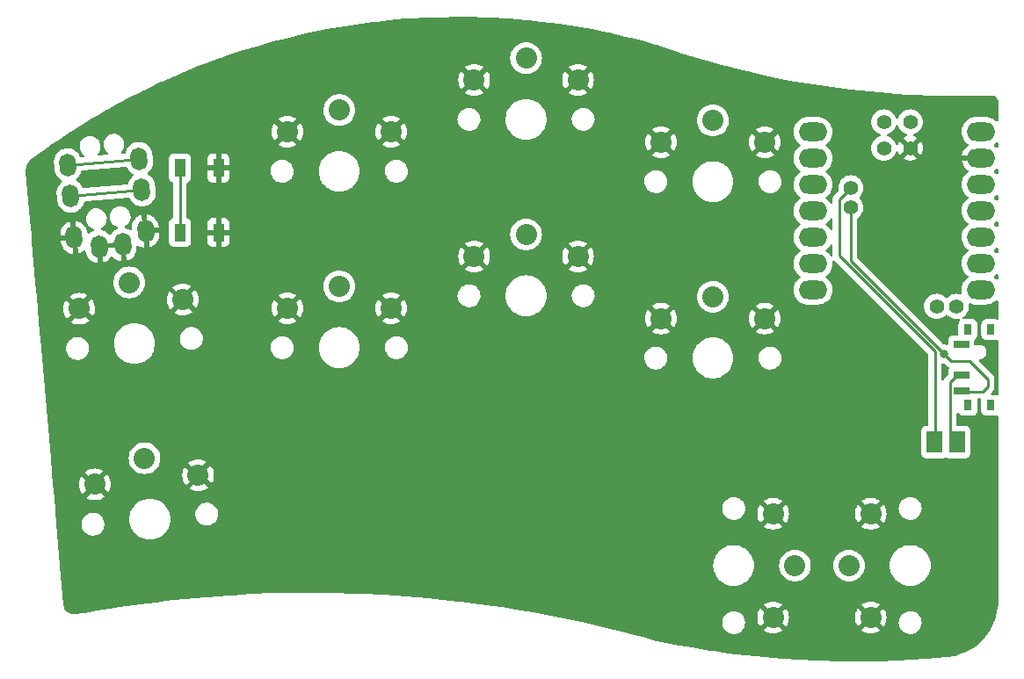
<source format=gbr>
%TF.GenerationSoftware,KiCad,Pcbnew,(6.99.0-1698-gc3bed8f6ee)*%
%TF.CreationDate,2022-08-24T14:05:48+02:00*%
%TF.ProjectId,tiny20_xiao,74696e79-3230-45f7-9869-616f2e6b6963,v1.0.0*%
%TF.SameCoordinates,Original*%
%TF.FileFunction,Copper,L2,Bot*%
%TF.FilePolarity,Positive*%
%FSLAX46Y46*%
G04 Gerber Fmt 4.6, Leading zero omitted, Abs format (unit mm)*
G04 Created by KiCad (PCBNEW (6.99.0-1698-gc3bed8f6ee)) date 2022-08-24 14:05:48*
%MOMM*%
%LPD*%
G01*
G04 APERTURE LIST*
G04 Aperture macros list*
%AMHorizOval*
0 Thick line with rounded ends*
0 $1 width*
0 $2 $3 position (X,Y) of the first rounded end (center of the circle)*
0 $4 $5 position (X,Y) of the second rounded end (center of the circle)*
0 Add line between two ends*
20,1,$1,$2,$3,$4,$5,0*
0 Add two circle primitives to create the rounded ends*
1,1,$1,$2,$3*
1,1,$1,$4,$5*%
G04 Aperture macros list end*
%TA.AperFunction,ComponentPad*%
%ADD10C,2.032000*%
%TD*%
%TA.AperFunction,ComponentPad*%
%ADD11O,2.750000X1.800000*%
%TD*%
%TA.AperFunction,ComponentPad*%
%ADD12C,1.397000*%
%TD*%
%TA.AperFunction,ComponentPad*%
%ADD13HorizOval,1.600000X-0.026147X0.298858X0.026147X-0.298858X0*%
%TD*%
%TA.AperFunction,SMDPad,CuDef*%
%ADD14R,1.500000X0.700000*%
%TD*%
%TA.AperFunction,SMDPad,CuDef*%
%ADD15R,0.800000X1.000000*%
%TD*%
%TA.AperFunction,SMDPad,CuDef*%
%ADD16R,1.100000X1.800000*%
%TD*%
%TA.AperFunction,SMDPad,CuDef*%
%ADD17R,1.500000X2.100000*%
%TD*%
%TA.AperFunction,ViaPad*%
%ADD18C,0.800000*%
%TD*%
%TA.AperFunction,Conductor*%
%ADD19C,0.250000*%
%TD*%
G04 APERTURE END LIST*
D10*
%TO.P,S3,1*%
%TO.N,GND*%
X217030147Y-122190773D03*
X227030147Y-122190773D03*
%TO.P,S3,2*%
%TO.N,P2*%
X222030147Y-120090773D03*
X222030147Y-120090773D03*
%TD*%
%TO.P,S9,1*%
%TO.N,GND*%
X263830146Y-141990776D03*
X263830146Y-151990776D03*
%TO.P,S9,2*%
%TO.N,P9*%
X265930146Y-146990776D03*
X265930146Y-146990776D03*
%TD*%
%TO.P,S7,1*%
%TO.N,GND*%
X253030146Y-123190772D03*
X263030146Y-123190772D03*
%TO.P,S7,2*%
%TO.N,P6*%
X258030146Y-121090772D03*
X258030146Y-121090772D03*
%TD*%
%TO.P,S4,1*%
%TO.N,GND*%
X217030147Y-105190773D03*
X227030147Y-105190773D03*
%TO.P,S4,2*%
%TO.N,P3*%
X222030147Y-103090773D03*
X222030147Y-103090773D03*
%TD*%
%TO.P,S6,1*%
%TO.N,GND*%
X235030147Y-100190775D03*
X245030147Y-100190775D03*
%TO.P,S6,2*%
%TO.N,P5*%
X240030147Y-98090775D03*
X240030147Y-98090775D03*
%TD*%
D11*
%TO.P,U1,1*%
%TO.N,P1*%
X267664999Y-105179999D03*
%TO.P,U1,2*%
%TO.N,P2*%
X267664999Y-107719999D03*
%TO.P,U1,3*%
%TO.N,P3*%
X267664999Y-110259999D03*
%TO.P,U1,4*%
%TO.N,P4*%
X267664999Y-112799999D03*
%TO.P,U1,5*%
%TO.N,P5*%
X267664999Y-115339999D03*
%TO.P,U1,6*%
%TO.N,P6*%
X267664999Y-117879999D03*
%TO.P,U1,7*%
%TO.N,P7*%
X267664999Y-120419999D03*
%TO.P,U1,8*%
%TO.N,P8*%
X283854999Y-120419999D03*
%TO.P,U1,9*%
%TO.N,P9*%
X283854999Y-117879999D03*
%TO.P,U1,10*%
%TO.N,P10*%
X283854999Y-115339999D03*
%TO.P,U1,11*%
%TO.N,P11*%
X283854999Y-112799999D03*
%TO.P,U1,12*%
%TO.N,3V3*%
X283854999Y-110259999D03*
%TO.P,U1,13*%
%TO.N,GND*%
X283854999Y-107719999D03*
%TO.P,U1,14*%
%TO.N,5V*%
X283854999Y-105179999D03*
D12*
%TO.P,U1,15*%
%TO.N,DIO*%
X274490000Y-104228000D03*
%TO.P,U1,16*%
%TO.N,CLCK*%
X277030000Y-104228000D03*
%TO.P,U1,17*%
%TO.N,RST*%
X274490000Y-106768000D03*
%TO.P,U1,18*%
%TO.N,GND*%
X277030000Y-106768000D03*
%TO.P,U1,19*%
%TO.N,P19*%
X271315000Y-112483000D03*
%TO.P,U1,20*%
%TO.N,P20*%
X271315000Y-110578000D03*
%TO.P,U1,21*%
%TO.N,N/C*%
X279570000Y-122008000D03*
%TO.P,U1,22*%
X281475000Y-122008000D03*
%TD*%
D10*
%TO.P,S1,1*%
%TO.N,GND*%
X198479347Y-139175365D03*
X208441294Y-138303807D03*
%TO.P,S1,2*%
%TO.N,P10*%
X203277293Y-136647577D03*
X203277293Y-136647577D03*
%TD*%
%TO.P,S8,1*%
%TO.N,GND*%
X253030147Y-106190774D03*
X263030147Y-106190774D03*
%TO.P,S8,2*%
%TO.N,P7*%
X258030147Y-104090774D03*
X258030147Y-104090774D03*
%TD*%
D13*
%TO.P,TRRS,4*%
%TO.N,5V*%
X202759594Y-107782855D03*
X195885851Y-108384230D03*
%TO.P,TRRS,3*%
%TO.N,P1*%
X203021062Y-110771439D03*
X196147318Y-111372814D03*
%TO.P,TRRS,2*%
%TO.N,GND*%
X203369685Y-114756218D03*
X196495941Y-115357593D03*
%TO.P,TRRS,1*%
X201174308Y-116052490D03*
X198883060Y-116252949D03*
%TD*%
D10*
%TO.P,S2,1*%
%TO.N,GND*%
X196997698Y-122240053D03*
X206959645Y-121368495D03*
%TO.P,S2,2*%
%TO.N,P11*%
X201795644Y-119712265D03*
X201795644Y-119712265D03*
%TD*%
D14*
%TO.P,SW01,3*%
%TO.N,P19*%
X281939999Y-130159999D03*
%TO.P,SW01,2*%
%TO.N,pm*%
X281939999Y-128659999D03*
%TO.P,SW01,1*%
%TO.N,N/C*%
X281939999Y-125659999D03*
D15*
%TO.P,SW01,*%
%TO.N,*%
X284789999Y-124259999D03*
X282589999Y-124259999D03*
X284789999Y-131559999D03*
X282589999Y-131559999D03*
%TD*%
D10*
%TO.P,S10,1*%
%TO.N,GND*%
X273230146Y-151990773D03*
X273230146Y-141990773D03*
%TO.P,S10,2*%
%TO.N,P8*%
X271130146Y-146990773D03*
X271130146Y-146990773D03*
%TD*%
%TO.P,S5,1*%
%TO.N,GND*%
X235030145Y-117190774D03*
X245030145Y-117190774D03*
%TO.P,S5,2*%
%TO.N,P4*%
X240030145Y-115090774D03*
X240030145Y-115090774D03*
%TD*%
D16*
%TO.P,B2,1*%
%TO.N,RST*%
X206703308Y-108682745D03*
X206703308Y-114882745D03*
%TO.P,B2,2*%
%TO.N,GND*%
X210403308Y-108682745D03*
X210403308Y-114882745D03*
%TD*%
D17*
%TO.P,BT01,1*%
%TO.N,pm*%
X281559999Y-135089999D03*
%TO.P,BT01,2*%
%TO.N,P20*%
X279359999Y-135089999D03*
%TD*%
D18*
%TO.N,P20*%
X279400000Y-135128000D03*
%TO.N,P19*%
X280300000Y-126600000D03*
%TO.N,RST*%
X206703309Y-108682747D03*
X206703310Y-114882746D03*
%TO.N,pm*%
X281432000Y-135128000D03*
%TD*%
D19*
%TO.N,P20*%
X279400000Y-135128000D02*
X279400000Y-126365718D01*
X279400000Y-126365718D02*
X270200000Y-117165718D01*
X270200000Y-111693000D02*
X271315000Y-110578000D01*
X270200000Y-117165718D02*
X270200000Y-111693000D01*
%TO.N,P19*%
X280270000Y-126600000D02*
X271315000Y-117645000D01*
X284039479Y-130234521D02*
X284514521Y-129759479D01*
X271315000Y-117645000D02*
X271315000Y-112483000D01*
X282702000Y-127254000D02*
X280924000Y-127254000D01*
X280300000Y-126630000D02*
X280300000Y-126600000D01*
X284514521Y-129066521D02*
X282702000Y-127254000D01*
X280924000Y-127254000D02*
X280300000Y-126630000D01*
X284514521Y-129759479D02*
X284514521Y-129066521D01*
X280300000Y-126600000D02*
X280270000Y-126600000D01*
X282014521Y-130234521D02*
X284039479Y-130234521D01*
X281940000Y-130160000D02*
X282014521Y-130234521D01*
%TO.N,RST*%
X206703310Y-114882746D02*
X206703309Y-108682747D01*
%TO.N,P1*%
X203021064Y-110771441D02*
X196147321Y-111372815D01*
%TO.N,pm*%
X281550000Y-128660000D02*
X281940000Y-128660000D01*
X281560000Y-135090000D02*
X280865489Y-134395489D01*
X280865489Y-129344511D02*
X281550000Y-128660000D01*
X280865489Y-134395489D02*
X280865489Y-129344511D01*
%TO.N,5V*%
X202759597Y-107782857D02*
X195885852Y-108384232D01*
%TD*%
%TA.AperFunction,Conductor*%
%TO.N,GND*%
G36*
X234171577Y-94123010D02*
G01*
X235028178Y-94131024D01*
X235031175Y-94131087D01*
X235721915Y-94153991D01*
X236662117Y-94185166D01*
X236665046Y-94185299D01*
X238294216Y-94278159D01*
X238297170Y-94278363D01*
X239355440Y-94363981D01*
X239923690Y-94409955D01*
X239926674Y-94410233D01*
X240241390Y-94443247D01*
X241549536Y-94580473D01*
X241552441Y-94580813D01*
X242478662Y-94700313D01*
X243170852Y-94789619D01*
X243173820Y-94790038D01*
X244786738Y-95037275D01*
X244789695Y-95037764D01*
X245306766Y-95129662D01*
X246396347Y-95323312D01*
X246399238Y-95323862D01*
X247396726Y-95525734D01*
X247998577Y-95647537D01*
X248001505Y-95648165D01*
X249592748Y-96009808D01*
X249595619Y-96010497D01*
X250133412Y-96146253D01*
X251177785Y-96409886D01*
X251180682Y-96410654D01*
X252527534Y-96784938D01*
X252685192Y-96828750D01*
X252750281Y-96846838D01*
X252758087Y-96849283D01*
X253611971Y-97147484D01*
X253612015Y-97147499D01*
X253612548Y-97147685D01*
X253613080Y-97147858D01*
X253613126Y-97147874D01*
X254785796Y-97530239D01*
X255342149Y-97711646D01*
X257083097Y-98239543D01*
X257405377Y-98329997D01*
X258833996Y-98730967D01*
X258834038Y-98730978D01*
X258834639Y-98731147D01*
X258835242Y-98731303D01*
X258835265Y-98731309D01*
X259638394Y-98938819D01*
X260596018Y-99186247D01*
X260596614Y-99186388D01*
X260596655Y-99186398D01*
X261394724Y-99374999D01*
X262366474Y-99604645D01*
X264145243Y-99986162D01*
X265931556Y-100330632D01*
X267724641Y-100637907D01*
X267725254Y-100637999D01*
X267725279Y-100638003D01*
X269523049Y-100907753D01*
X269523088Y-100907758D01*
X269523725Y-100907854D01*
X271328029Y-101140356D01*
X273136776Y-101335313D01*
X273137450Y-101335371D01*
X273137455Y-101335372D01*
X274948500Y-101492582D01*
X274948534Y-101492585D01*
X274949184Y-101492641D01*
X275675234Y-101540489D01*
X276763765Y-101612226D01*
X276763802Y-101612228D01*
X276764469Y-101612272D01*
X276765167Y-101612303D01*
X276765177Y-101612304D01*
X277917674Y-101664229D01*
X278581849Y-101694153D01*
X280400537Y-101738251D01*
X281264398Y-101741240D01*
X282219078Y-101744543D01*
X282219108Y-101744543D01*
X282219750Y-101744545D01*
X283181315Y-101727887D01*
X284038032Y-101713045D01*
X284038072Y-101713044D01*
X284038700Y-101713033D01*
X284039362Y-101713008D01*
X284039389Y-101713007D01*
X284931330Y-101678994D01*
X284961583Y-101681500D01*
X285063282Y-101702476D01*
X285088492Y-101710512D01*
X285185747Y-101753221D01*
X285208724Y-101766346D01*
X285294918Y-101828427D01*
X285314646Y-101846059D01*
X285385972Y-101924768D01*
X285401583Y-101946132D01*
X285454901Y-102038005D01*
X285465706Y-102062159D01*
X285498661Y-102163140D01*
X285504183Y-102189017D01*
X285516059Y-102301632D01*
X285516754Y-102314846D01*
X285516754Y-104064751D01*
X285496752Y-104132872D01*
X285443096Y-104179365D01*
X285372822Y-104189469D01*
X285308995Y-104158364D01*
X285308119Y-104159449D01*
X285125742Y-104012188D01*
X285125736Y-104012184D01*
X285121576Y-104008825D01*
X285116907Y-104006217D01*
X285116903Y-104006214D01*
X284916939Y-103894509D01*
X284912260Y-103891895D01*
X284686194Y-103812020D01*
X284666383Y-103808623D01*
X284455150Y-103772403D01*
X284455145Y-103772403D01*
X284449881Y-103771500D01*
X283320173Y-103771500D01*
X283317520Y-103771726D01*
X283317515Y-103771726D01*
X283146433Y-103786287D01*
X283146430Y-103786288D01*
X283141102Y-103786741D01*
X283135927Y-103788089D01*
X283135924Y-103788089D01*
X283025089Y-103816949D01*
X282909076Y-103847156D01*
X282690598Y-103945914D01*
X282491953Y-104080175D01*
X282488084Y-104083883D01*
X282488083Y-104083884D01*
X282322721Y-104242370D01*
X282322717Y-104242374D01*
X282318856Y-104246075D01*
X282176285Y-104438843D01*
X282173878Y-104443618D01*
X282173875Y-104443622D01*
X282113521Y-104563327D01*
X282068343Y-104652933D01*
X282066774Y-104658055D01*
X282066774Y-104658056D01*
X282015102Y-104826786D01*
X281998136Y-104882185D01*
X281967682Y-105120005D01*
X281977857Y-105359551D01*
X281978985Y-105364783D01*
X281978985Y-105364786D01*
X281987368Y-105403683D01*
X282028370Y-105593932D01*
X282030367Y-105598901D01*
X282030367Y-105598902D01*
X282050988Y-105650219D01*
X282117767Y-105816404D01*
X282243476Y-106020569D01*
X282271884Y-106052847D01*
X282395886Y-106193739D01*
X282401881Y-106200551D01*
X282586024Y-106349237D01*
X282588424Y-106351175D01*
X282588030Y-106351663D01*
X282630825Y-106403430D01*
X282639297Y-106473919D01*
X282608315Y-106537799D01*
X282585586Y-106557493D01*
X282496703Y-106617567D01*
X282488404Y-106624268D01*
X282323095Y-106782703D01*
X282316051Y-106790707D01*
X282179895Y-106974803D01*
X282174302Y-106983885D01*
X282071217Y-107188342D01*
X282067241Y-107198238D01*
X282000190Y-107417180D01*
X281997946Y-107427590D01*
X281995329Y-107448031D01*
X281997603Y-107462278D01*
X282010650Y-107466000D01*
X283983000Y-107466000D01*
X284051121Y-107486002D01*
X284097614Y-107539658D01*
X284109000Y-107592000D01*
X284109000Y-107848000D01*
X284088998Y-107916121D01*
X284035342Y-107962614D01*
X283983000Y-107974000D01*
X282012528Y-107974000D01*
X281998997Y-107977973D01*
X281997505Y-107988349D01*
X282027722Y-108128554D01*
X282030844Y-108138749D01*
X282116218Y-108351209D01*
X282121022Y-108360738D01*
X282241074Y-108555715D01*
X282247415Y-108564288D01*
X282398692Y-108736174D01*
X282406388Y-108743550D01*
X282584541Y-108887398D01*
X282585580Y-108888100D01*
X282585920Y-108888511D01*
X282588705Y-108890760D01*
X282588248Y-108891326D01*
X282630822Y-108942815D01*
X282639300Y-109013304D01*
X282608324Y-109077186D01*
X282585587Y-109096889D01*
X282563202Y-109112019D01*
X282491953Y-109160175D01*
X282488084Y-109163883D01*
X282488083Y-109163884D01*
X282322721Y-109322370D01*
X282322717Y-109322374D01*
X282318856Y-109326075D01*
X282176285Y-109518843D01*
X282173878Y-109523618D01*
X282173875Y-109523622D01*
X282089008Y-109691947D01*
X282068343Y-109732933D01*
X282066774Y-109738055D01*
X282066774Y-109738056D01*
X282045003Y-109809148D01*
X281998136Y-109962185D01*
X281967682Y-110200005D01*
X281967909Y-110205351D01*
X281967909Y-110205352D01*
X281970190Y-110259056D01*
X281977857Y-110439551D01*
X281978985Y-110444783D01*
X281978985Y-110444786D01*
X281981314Y-110455593D01*
X282028370Y-110673932D01*
X282030367Y-110678901D01*
X282030367Y-110678902D01*
X282052507Y-110734000D01*
X282117767Y-110896404D01*
X282243476Y-111100569D01*
X282247016Y-111104591D01*
X282395438Y-111273230D01*
X282401881Y-111280551D01*
X282588424Y-111431175D01*
X282587931Y-111431785D01*
X282630376Y-111483120D01*
X282638853Y-111553609D01*
X282607875Y-111617490D01*
X282585140Y-111637191D01*
X282543827Y-111665114D01*
X282491953Y-111700175D01*
X282488084Y-111703883D01*
X282488083Y-111703884D01*
X282322721Y-111862370D01*
X282322717Y-111862374D01*
X282318856Y-111866075D01*
X282176285Y-112058843D01*
X282173878Y-112063618D01*
X282173875Y-112063622D01*
X282091613Y-112226780D01*
X282068343Y-112272933D01*
X282066774Y-112278055D01*
X282066774Y-112278056D01*
X282020464Y-112429276D01*
X281998136Y-112502185D01*
X281967682Y-112740005D01*
X281967909Y-112745351D01*
X281967909Y-112745352D01*
X281968123Y-112750380D01*
X281977857Y-112979551D01*
X281978985Y-112984783D01*
X281978985Y-112984786D01*
X282000328Y-113083819D01*
X282028370Y-113213932D01*
X282030367Y-113218901D01*
X282030367Y-113218902D01*
X282108888Y-113414307D01*
X282117767Y-113436404D01*
X282243476Y-113640569D01*
X282247016Y-113644591D01*
X282391695Y-113808977D01*
X282401881Y-113820551D01*
X282588424Y-113971175D01*
X282587931Y-113971785D01*
X282630376Y-114023120D01*
X282638853Y-114093609D01*
X282607875Y-114157490D01*
X282585140Y-114177191D01*
X282568889Y-114188175D01*
X282491953Y-114240175D01*
X282488084Y-114243883D01*
X282488083Y-114243884D01*
X282322721Y-114402370D01*
X282322717Y-114402374D01*
X282318856Y-114406075D01*
X282176285Y-114598843D01*
X282173878Y-114603618D01*
X282173875Y-114603622D01*
X282070753Y-114808153D01*
X282068343Y-114812933D01*
X282066774Y-114818055D01*
X282066774Y-114818056D01*
X282009435Y-115005289D01*
X281998136Y-115042185D01*
X281967682Y-115280005D01*
X281977857Y-115519551D01*
X282028370Y-115753932D01*
X282117767Y-115976404D01*
X282243476Y-116180569D01*
X282247016Y-116184591D01*
X282397221Y-116355256D01*
X282401881Y-116360551D01*
X282588424Y-116511175D01*
X282587931Y-116511785D01*
X282630376Y-116563120D01*
X282638853Y-116633609D01*
X282607875Y-116697490D01*
X282585140Y-116717191D01*
X282559170Y-116734744D01*
X282491953Y-116780175D01*
X282488084Y-116783883D01*
X282488083Y-116783884D01*
X282322721Y-116942370D01*
X282322717Y-116942374D01*
X282318856Y-116946075D01*
X282176285Y-117138843D01*
X282173878Y-117143618D01*
X282173875Y-117143622D01*
X282082671Y-117324515D01*
X282068343Y-117352933D01*
X282066774Y-117358055D01*
X282066774Y-117358056D01*
X282004074Y-117562796D01*
X281998136Y-117582185D01*
X281967682Y-117820005D01*
X281967909Y-117825351D01*
X281967909Y-117825352D01*
X281968974Y-117850424D01*
X281977857Y-118059551D01*
X282028370Y-118293932D01*
X282030367Y-118298901D01*
X282030367Y-118298902D01*
X282071773Y-118401944D01*
X282117767Y-118516404D01*
X282243476Y-118720569D01*
X282247016Y-118724591D01*
X282358292Y-118851024D01*
X282401881Y-118900551D01*
X282588424Y-119051175D01*
X282587931Y-119051785D01*
X282630376Y-119103120D01*
X282638853Y-119173609D01*
X282607875Y-119237490D01*
X282585140Y-119257191D01*
X282531188Y-119293657D01*
X282491953Y-119320175D01*
X282488084Y-119323883D01*
X282488083Y-119323884D01*
X282322721Y-119482370D01*
X282322717Y-119482374D01*
X282318856Y-119486075D01*
X282176285Y-119678843D01*
X282173878Y-119683618D01*
X282173875Y-119683622D01*
X282089207Y-119851551D01*
X282068343Y-119892933D01*
X282066774Y-119898055D01*
X282066774Y-119898056D01*
X282007756Y-120090773D01*
X281998136Y-120122185D01*
X281967682Y-120360005D01*
X281967909Y-120365351D01*
X281967909Y-120365352D01*
X281969837Y-120410737D01*
X281977857Y-120599551D01*
X281978984Y-120604780D01*
X281978985Y-120604788D01*
X282001556Y-120709518D01*
X281996354Y-120780324D01*
X281953698Y-120837077D01*
X281887130Y-120861759D01*
X281845776Y-120857770D01*
X281685394Y-120814796D01*
X281475000Y-120796389D01*
X281264606Y-120814796D01*
X281259293Y-120816220D01*
X281259291Y-120816220D01*
X281065915Y-120868035D01*
X281065913Y-120868036D01*
X281060605Y-120869458D01*
X281055624Y-120871780D01*
X281055623Y-120871781D01*
X280874176Y-120956391D01*
X280874173Y-120956393D01*
X280869195Y-120958714D01*
X280696191Y-121079852D01*
X280611595Y-121164448D01*
X280549283Y-121198474D01*
X280478468Y-121193409D01*
X280433405Y-121164448D01*
X280348809Y-121079852D01*
X280344301Y-121076695D01*
X280344298Y-121076693D01*
X280180315Y-120961871D01*
X280180312Y-120961869D01*
X280175806Y-120958714D01*
X280170824Y-120956391D01*
X280170819Y-120956388D01*
X279989377Y-120871781D01*
X279989376Y-120871781D01*
X279984395Y-120869458D01*
X279979087Y-120868036D01*
X279979085Y-120868035D01*
X279785709Y-120816220D01*
X279785707Y-120816220D01*
X279780394Y-120814796D01*
X279570000Y-120796389D01*
X279359606Y-120814796D01*
X279354293Y-120816220D01*
X279354291Y-120816220D01*
X279160915Y-120868035D01*
X279160913Y-120868036D01*
X279155605Y-120869458D01*
X279150624Y-120871780D01*
X279150623Y-120871781D01*
X278969176Y-120956391D01*
X278969173Y-120956393D01*
X278964195Y-120958714D01*
X278791191Y-121079852D01*
X278641852Y-121229191D01*
X278520714Y-121402195D01*
X278518393Y-121407173D01*
X278518391Y-121407176D01*
X278453518Y-121546297D01*
X278431458Y-121593605D01*
X278430036Y-121598913D01*
X278430035Y-121598915D01*
X278378426Y-121791521D01*
X278376796Y-121797606D01*
X278358389Y-122008000D01*
X278376796Y-122218394D01*
X278378220Y-122223707D01*
X278378220Y-122223709D01*
X278412064Y-122350014D01*
X278431458Y-122422395D01*
X278433781Y-122427376D01*
X278433781Y-122427377D01*
X278518388Y-122608819D01*
X278518391Y-122608824D01*
X278520714Y-122613806D01*
X278523870Y-122618313D01*
X278523871Y-122618315D01*
X278637513Y-122780612D01*
X278641852Y-122786809D01*
X278791191Y-122936148D01*
X278795699Y-122939305D01*
X278795702Y-122939307D01*
X278890273Y-123005526D01*
X278964194Y-123057286D01*
X278969176Y-123059609D01*
X278969181Y-123059612D01*
X279150623Y-123144219D01*
X279155605Y-123146542D01*
X279160913Y-123147964D01*
X279160915Y-123147965D01*
X279354291Y-123199780D01*
X279354293Y-123199780D01*
X279359606Y-123201204D01*
X279570000Y-123219611D01*
X279780394Y-123201204D01*
X279785707Y-123199780D01*
X279785709Y-123199780D01*
X279979085Y-123147965D01*
X279979087Y-123147964D01*
X279984395Y-123146542D01*
X279989377Y-123144219D01*
X280170819Y-123059612D01*
X280170824Y-123059609D01*
X280175806Y-123057286D01*
X280249727Y-123005526D01*
X280344298Y-122939307D01*
X280344301Y-122939305D01*
X280348809Y-122936148D01*
X280433405Y-122851552D01*
X280495717Y-122817526D01*
X280566532Y-122822591D01*
X280611595Y-122851552D01*
X280696191Y-122936148D01*
X280700699Y-122939305D01*
X280700702Y-122939307D01*
X280795273Y-123005526D01*
X280869194Y-123057286D01*
X280874176Y-123059609D01*
X280874181Y-123059612D01*
X281055623Y-123144219D01*
X281060605Y-123146542D01*
X281065913Y-123147964D01*
X281065915Y-123147965D01*
X281259291Y-123199780D01*
X281259293Y-123199780D01*
X281264606Y-123201204D01*
X281475000Y-123219611D01*
X281685394Y-123201204D01*
X281690711Y-123199779D01*
X281690713Y-123199779D01*
X281693841Y-123198941D01*
X281695273Y-123198975D01*
X281696124Y-123198825D01*
X281696154Y-123198996D01*
X281764818Y-123200629D01*
X281823614Y-123240423D01*
X281851563Y-123305687D01*
X281839790Y-123375701D01*
X281825480Y-123395796D01*
X281826739Y-123396739D01*
X281764866Y-123479392D01*
X281739111Y-123513796D01*
X281688011Y-123650799D01*
X281681500Y-123711362D01*
X281681500Y-124675500D01*
X281661498Y-124743621D01*
X281607842Y-124790114D01*
X281555500Y-124801500D01*
X281141362Y-124801500D01*
X281138015Y-124801860D01*
X281138012Y-124801860D01*
X281117705Y-124804043D01*
X281080799Y-124808011D01*
X280943796Y-124859111D01*
X280936584Y-124864510D01*
X280936582Y-124864511D01*
X280881096Y-124906048D01*
X280826739Y-124946739D01*
X280821341Y-124953950D01*
X280755605Y-125041763D01*
X280739111Y-125063796D01*
X280688011Y-125200799D01*
X280681500Y-125261362D01*
X280681500Y-125596697D01*
X280661498Y-125664818D01*
X280607842Y-125711311D01*
X280537568Y-125721415D01*
X280529303Y-125719943D01*
X280401953Y-125692873D01*
X280401940Y-125692872D01*
X280395487Y-125691500D01*
X280309595Y-125691500D01*
X280241474Y-125671498D01*
X280220500Y-125654595D01*
X271985405Y-117419500D01*
X271951379Y-117357188D01*
X271948500Y-117330405D01*
X271948500Y-113578485D01*
X271968502Y-113510364D01*
X272002230Y-113475272D01*
X272002981Y-113474746D01*
X272093809Y-113411148D01*
X272243148Y-113261809D01*
X272279089Y-113210481D01*
X272361129Y-113093315D01*
X272361130Y-113093313D01*
X272364286Y-113088806D01*
X272366609Y-113083824D01*
X272366612Y-113083819D01*
X272451219Y-112902377D01*
X272451219Y-112902376D01*
X272453542Y-112897395D01*
X272462494Y-112863988D01*
X272506780Y-112698709D01*
X272506780Y-112698707D01*
X272508204Y-112693394D01*
X272526611Y-112483000D01*
X272508204Y-112272606D01*
X272506780Y-112267291D01*
X272454965Y-112073915D01*
X272454964Y-112073913D01*
X272453542Y-112068605D01*
X272451219Y-112063623D01*
X272366609Y-111882176D01*
X272366607Y-111882173D01*
X272364286Y-111877195D01*
X272243148Y-111704191D01*
X272158552Y-111619595D01*
X272124526Y-111557283D01*
X272129591Y-111486468D01*
X272158552Y-111441405D01*
X272243148Y-111356809D01*
X272246549Y-111351953D01*
X272361129Y-111188315D01*
X272361130Y-111188313D01*
X272364286Y-111183806D01*
X272366609Y-111178824D01*
X272366612Y-111178819D01*
X272451219Y-110997377D01*
X272451219Y-110997376D01*
X272453542Y-110992395D01*
X272480595Y-110891434D01*
X272506780Y-110793709D01*
X272506780Y-110793707D01*
X272508204Y-110788394D01*
X272526611Y-110578000D01*
X272508204Y-110367606D01*
X272506780Y-110362291D01*
X272454965Y-110168915D01*
X272454964Y-110168913D01*
X272453542Y-110163605D01*
X272449722Y-110155413D01*
X272366609Y-109977176D01*
X272366607Y-109977173D01*
X272364286Y-109972195D01*
X272243148Y-109799191D01*
X272093809Y-109649852D01*
X272089301Y-109646695D01*
X272089298Y-109646693D01*
X271925315Y-109531871D01*
X271925312Y-109531869D01*
X271920806Y-109528714D01*
X271915824Y-109526391D01*
X271915819Y-109526388D01*
X271734377Y-109441781D01*
X271734376Y-109441781D01*
X271729395Y-109439458D01*
X271724087Y-109438036D01*
X271724085Y-109438035D01*
X271530709Y-109386220D01*
X271530707Y-109386220D01*
X271525394Y-109384796D01*
X271315000Y-109366389D01*
X271104606Y-109384796D01*
X271099293Y-109386220D01*
X271099291Y-109386220D01*
X270905915Y-109438035D01*
X270905913Y-109438036D01*
X270900605Y-109439458D01*
X270895624Y-109441780D01*
X270895623Y-109441781D01*
X270714176Y-109526391D01*
X270714173Y-109526393D01*
X270709195Y-109528714D01*
X270536191Y-109649852D01*
X270386852Y-109799191D01*
X270265714Y-109972195D01*
X270263393Y-109977173D01*
X270263391Y-109977176D01*
X270180278Y-110155413D01*
X270176458Y-110163605D01*
X270175036Y-110168913D01*
X270175035Y-110168915D01*
X270123220Y-110362291D01*
X270121796Y-110367606D01*
X270103389Y-110578000D01*
X270103868Y-110583475D01*
X270121317Y-110782914D01*
X270121796Y-110788394D01*
X270123218Y-110793700D01*
X270123846Y-110797262D01*
X270115979Y-110867821D01*
X270088856Y-110908239D01*
X269807747Y-111189348D01*
X269799461Y-111196888D01*
X269792982Y-111201000D01*
X269787557Y-111206777D01*
X269746357Y-111250651D01*
X269743602Y-111253493D01*
X269723865Y-111273230D01*
X269721385Y-111276427D01*
X269713682Y-111285447D01*
X269683414Y-111317679D01*
X269679595Y-111324625D01*
X269679593Y-111324628D01*
X269673652Y-111335434D01*
X269662801Y-111351953D01*
X269650386Y-111367959D01*
X269647241Y-111375228D01*
X269647238Y-111375232D01*
X269632826Y-111408537D01*
X269627609Y-111419187D01*
X269606305Y-111457940D01*
X269604334Y-111465615D01*
X269604334Y-111465616D01*
X269601267Y-111477562D01*
X269594863Y-111496266D01*
X269586819Y-111514855D01*
X269585580Y-111522678D01*
X269585577Y-111522688D01*
X269579901Y-111558524D01*
X269577495Y-111570144D01*
X269566500Y-111612970D01*
X269566500Y-111633224D01*
X269564949Y-111652934D01*
X269561780Y-111672943D01*
X269562526Y-111680835D01*
X269565941Y-111716961D01*
X269566500Y-111728819D01*
X269566500Y-111985427D01*
X269546498Y-112053548D01*
X269492842Y-112100041D01*
X269422568Y-112110145D01*
X269357988Y-112080651D01*
X269333207Y-112051490D01*
X269308664Y-112011630D01*
X269276524Y-111959431D01*
X269208334Y-111881952D01*
X269121660Y-111783472D01*
X269121658Y-111783470D01*
X269118119Y-111779449D01*
X268931576Y-111628825D01*
X268932069Y-111628215D01*
X268889624Y-111576880D01*
X268881147Y-111506391D01*
X268912125Y-111442510D01*
X268934860Y-111422809D01*
X268988812Y-111386343D01*
X269028047Y-111359825D01*
X269035901Y-111352298D01*
X269197279Y-111197630D01*
X269197283Y-111197626D01*
X269201144Y-111193925D01*
X269343715Y-111001157D01*
X269347755Y-110993146D01*
X269449247Y-110791847D01*
X269451657Y-110787067D01*
X269467909Y-110734000D01*
X269520297Y-110562932D01*
X269520297Y-110562931D01*
X269521864Y-110557815D01*
X269552318Y-110319995D01*
X269542143Y-110080449D01*
X269536336Y-110053502D01*
X269514255Y-109951048D01*
X269491630Y-109846068D01*
X269486506Y-109833315D01*
X269438317Y-109713394D01*
X269402233Y-109623596D01*
X269276524Y-109419431D01*
X269146007Y-109271136D01*
X269121660Y-109243472D01*
X269121658Y-109243470D01*
X269118119Y-109239449D01*
X268931576Y-109088825D01*
X268932069Y-109088215D01*
X268889624Y-109036880D01*
X268881147Y-108966391D01*
X268912125Y-108902510D01*
X268934860Y-108882809D01*
X268999211Y-108839315D01*
X269028047Y-108819825D01*
X269032323Y-108815727D01*
X269197279Y-108657630D01*
X269197283Y-108657626D01*
X269201144Y-108653925D01*
X269343715Y-108461157D01*
X269352856Y-108443028D01*
X269449247Y-108251847D01*
X269451657Y-108247067D01*
X269469126Y-108190026D01*
X269520297Y-108022932D01*
X269520297Y-108022931D01*
X269521864Y-108017815D01*
X269552318Y-107779995D01*
X269551974Y-107771881D01*
X269545443Y-107618139D01*
X269542143Y-107540449D01*
X269539949Y-107530266D01*
X269512014Y-107400650D01*
X269491630Y-107306068D01*
X269483671Y-107286260D01*
X269433258Y-107160805D01*
X269402233Y-107083596D01*
X269276524Y-106879431D01*
X269189727Y-106780811D01*
X269178452Y-106768000D01*
X273278389Y-106768000D01*
X273296796Y-106978394D01*
X273298220Y-106983707D01*
X273298220Y-106983709D01*
X273344544Y-107156590D01*
X273351458Y-107182395D01*
X273353781Y-107187376D01*
X273353781Y-107187377D01*
X273438388Y-107368819D01*
X273438391Y-107368824D01*
X273440714Y-107373806D01*
X273443870Y-107378313D01*
X273443871Y-107378315D01*
X273557399Y-107540449D01*
X273561852Y-107546809D01*
X273711191Y-107696148D01*
X273715699Y-107699305D01*
X273715702Y-107699307D01*
X273838519Y-107785304D01*
X273884194Y-107817286D01*
X273889176Y-107819609D01*
X273889181Y-107819612D01*
X274070623Y-107904219D01*
X274075605Y-107906542D01*
X274080913Y-107907964D01*
X274080915Y-107907965D01*
X274274291Y-107959780D01*
X274274293Y-107959780D01*
X274279606Y-107961204D01*
X274490000Y-107979611D01*
X274700394Y-107961204D01*
X274705707Y-107959780D01*
X274705709Y-107959780D01*
X274899085Y-107907965D01*
X274899087Y-107907964D01*
X274904395Y-107906542D01*
X274909377Y-107904219D01*
X275090819Y-107819612D01*
X275090824Y-107819609D01*
X275095806Y-107817286D01*
X275141481Y-107785304D01*
X275147152Y-107781333D01*
X276381496Y-107781333D01*
X276387328Y-107789124D01*
X276484957Y-107849573D01*
X276495347Y-107854747D01*
X276692982Y-107931311D01*
X276704133Y-107934484D01*
X276912476Y-107973430D01*
X276924028Y-107974500D01*
X277135972Y-107974500D01*
X277147524Y-107973430D01*
X277355867Y-107934484D01*
X277367018Y-107931311D01*
X277564653Y-107854747D01*
X277575043Y-107849573D01*
X277669153Y-107791302D01*
X277678565Y-107780802D01*
X277674670Y-107771881D01*
X277042811Y-107140021D01*
X277028868Y-107132408D01*
X277027034Y-107132539D01*
X277020420Y-107136790D01*
X276388253Y-107768958D01*
X276381496Y-107781333D01*
X275147152Y-107781333D01*
X275264298Y-107699307D01*
X275264301Y-107699305D01*
X275268809Y-107696148D01*
X275418148Y-107546809D01*
X275422602Y-107540449D01*
X275536129Y-107378315D01*
X275536130Y-107378313D01*
X275539286Y-107373806D01*
X275541609Y-107368824D01*
X275541612Y-107368819D01*
X275626219Y-107187377D01*
X275626219Y-107187376D01*
X275628542Y-107182395D01*
X275638993Y-107143391D01*
X275675945Y-107082768D01*
X275739805Y-107051747D01*
X275810300Y-107060175D01*
X275865047Y-107105378D01*
X275881890Y-107141520D01*
X275898558Y-107200102D01*
X275902748Y-107210919D01*
X275997223Y-107400650D01*
X276003206Y-107410313D01*
X276014542Y-107418725D01*
X276026779Y-107412010D01*
X276657979Y-106780811D01*
X276664356Y-106769132D01*
X277394408Y-106769132D01*
X277394539Y-106770966D01*
X277398790Y-106777580D01*
X278033129Y-107411918D01*
X278045581Y-107418718D01*
X278056739Y-107410401D01*
X278062777Y-107400650D01*
X278157252Y-107210919D01*
X278161443Y-107200100D01*
X278219444Y-106996247D01*
X278221575Y-106984847D01*
X278241132Y-106773795D01*
X278241132Y-106762205D01*
X278221575Y-106551153D01*
X278219444Y-106539753D01*
X278161443Y-106335900D01*
X278157252Y-106325081D01*
X278062777Y-106135350D01*
X278056794Y-106125687D01*
X278045458Y-106117275D01*
X278033221Y-106123990D01*
X277402021Y-106755189D01*
X277394408Y-106769132D01*
X276664356Y-106769132D01*
X276665592Y-106766868D01*
X276665461Y-106765034D01*
X276661210Y-106758420D01*
X276026871Y-106124082D01*
X276014419Y-106117282D01*
X276003261Y-106125599D01*
X275997223Y-106135350D01*
X275902748Y-106325081D01*
X275898558Y-106335898D01*
X275881890Y-106394480D01*
X275844009Y-106454526D01*
X275779679Y-106484560D01*
X275709322Y-106475047D01*
X275655278Y-106429007D01*
X275638993Y-106392609D01*
X275629965Y-106358915D01*
X275629964Y-106358913D01*
X275628542Y-106353605D01*
X275624458Y-106344847D01*
X275541609Y-106167176D01*
X275541607Y-106167173D01*
X275539286Y-106162195D01*
X275418148Y-105989191D01*
X275268809Y-105839852D01*
X275264301Y-105836695D01*
X275264298Y-105836693D01*
X275100315Y-105721871D01*
X275100312Y-105721869D01*
X275095806Y-105718714D01*
X275090824Y-105716391D01*
X275090819Y-105716388D01*
X274909377Y-105631781D01*
X274909376Y-105631781D01*
X274904395Y-105629458D01*
X274899087Y-105628036D01*
X274899085Y-105628035D01*
X274868004Y-105619707D01*
X274807381Y-105582755D01*
X274776360Y-105518894D01*
X274784788Y-105448400D01*
X274829991Y-105393653D01*
X274868004Y-105376293D01*
X274899085Y-105367965D01*
X274899087Y-105367964D01*
X274904395Y-105366542D01*
X274909377Y-105364219D01*
X275090819Y-105279612D01*
X275090824Y-105279609D01*
X275095806Y-105277286D01*
X275217743Y-105191905D01*
X275264298Y-105159307D01*
X275264301Y-105159305D01*
X275268809Y-105156148D01*
X275418148Y-105006809D01*
X275422602Y-105000449D01*
X275536129Y-104838315D01*
X275536130Y-104838313D01*
X275539286Y-104833806D01*
X275541609Y-104828824D01*
X275541612Y-104828819D01*
X275626219Y-104647377D01*
X275626219Y-104647376D01*
X275628542Y-104642395D01*
X275631179Y-104632556D01*
X275638293Y-104606004D01*
X275675245Y-104545381D01*
X275739106Y-104514360D01*
X275809600Y-104522788D01*
X275864347Y-104567991D01*
X275881707Y-104606004D01*
X275888822Y-104632556D01*
X275891458Y-104642395D01*
X275893781Y-104647376D01*
X275893781Y-104647377D01*
X275978388Y-104828819D01*
X275978391Y-104828824D01*
X275980714Y-104833806D01*
X275983870Y-104838313D01*
X275983871Y-104838315D01*
X276097399Y-105000449D01*
X276101852Y-105006809D01*
X276251191Y-105156148D01*
X276255699Y-105159305D01*
X276255702Y-105159307D01*
X276302257Y-105191905D01*
X276424194Y-105277286D01*
X276429176Y-105279609D01*
X276429181Y-105279612D01*
X276610623Y-105364219D01*
X276615605Y-105366542D01*
X276620913Y-105367964D01*
X276620915Y-105367965D01*
X276652112Y-105376324D01*
X276712735Y-105413276D01*
X276743756Y-105477136D01*
X276735328Y-105547631D01*
X276690125Y-105602378D01*
X276665017Y-105615523D01*
X276495347Y-105681253D01*
X276484957Y-105686427D01*
X276390847Y-105744698D01*
X276381435Y-105755198D01*
X276385330Y-105764119D01*
X277017189Y-106395979D01*
X277031132Y-106403592D01*
X277032966Y-106403461D01*
X277039580Y-106399210D01*
X277671747Y-105767042D01*
X277678504Y-105754667D01*
X277672672Y-105746876D01*
X277575043Y-105686427D01*
X277564653Y-105681253D01*
X277394983Y-105615523D01*
X277338688Y-105572263D01*
X277314717Y-105505436D01*
X277330681Y-105436257D01*
X277381511Y-105386692D01*
X277407888Y-105376324D01*
X277439085Y-105367965D01*
X277439087Y-105367964D01*
X277444395Y-105366542D01*
X277449377Y-105364219D01*
X277630819Y-105279612D01*
X277630824Y-105279609D01*
X277635806Y-105277286D01*
X277757743Y-105191905D01*
X277804298Y-105159307D01*
X277804301Y-105159305D01*
X277808809Y-105156148D01*
X277958148Y-105006809D01*
X277962602Y-105000449D01*
X278076129Y-104838315D01*
X278076130Y-104838313D01*
X278079286Y-104833806D01*
X278081609Y-104828824D01*
X278081612Y-104828819D01*
X278166219Y-104647377D01*
X278166219Y-104647376D01*
X278168542Y-104642395D01*
X278171179Y-104632556D01*
X278221780Y-104443709D01*
X278221780Y-104443707D01*
X278223204Y-104438394D01*
X278241611Y-104228000D01*
X278223204Y-104017606D01*
X278202093Y-103938817D01*
X278169965Y-103818915D01*
X278169964Y-103818913D01*
X278168542Y-103813605D01*
X278166219Y-103808623D01*
X278081609Y-103627176D01*
X278081607Y-103627173D01*
X278079286Y-103622195D01*
X277958148Y-103449191D01*
X277808809Y-103299852D01*
X277804301Y-103296695D01*
X277804298Y-103296693D01*
X277640315Y-103181871D01*
X277640312Y-103181869D01*
X277635806Y-103178714D01*
X277630824Y-103176391D01*
X277630819Y-103176388D01*
X277449377Y-103091781D01*
X277449376Y-103091781D01*
X277444395Y-103089458D01*
X277439087Y-103088036D01*
X277439085Y-103088035D01*
X277245709Y-103036220D01*
X277245707Y-103036220D01*
X277240394Y-103034796D01*
X277030000Y-103016389D01*
X276819606Y-103034796D01*
X276814293Y-103036220D01*
X276814291Y-103036220D01*
X276620915Y-103088035D01*
X276620913Y-103088036D01*
X276615605Y-103089458D01*
X276610624Y-103091780D01*
X276610623Y-103091781D01*
X276429176Y-103176391D01*
X276429173Y-103176393D01*
X276424195Y-103178714D01*
X276251191Y-103299852D01*
X276101852Y-103449191D01*
X275980714Y-103622195D01*
X275978393Y-103627173D01*
X275978391Y-103627176D01*
X275893781Y-103808623D01*
X275891458Y-103813605D01*
X275890036Y-103818913D01*
X275890035Y-103818915D01*
X275881707Y-103849996D01*
X275844755Y-103910619D01*
X275780894Y-103941640D01*
X275710400Y-103933212D01*
X275655653Y-103888009D01*
X275638293Y-103849996D01*
X275629965Y-103818915D01*
X275629964Y-103818913D01*
X275628542Y-103813605D01*
X275626219Y-103808623D01*
X275541609Y-103627176D01*
X275541607Y-103627173D01*
X275539286Y-103622195D01*
X275418148Y-103449191D01*
X275268809Y-103299852D01*
X275264301Y-103296695D01*
X275264298Y-103296693D01*
X275100315Y-103181871D01*
X275100312Y-103181869D01*
X275095806Y-103178714D01*
X275090824Y-103176391D01*
X275090819Y-103176388D01*
X274909377Y-103091781D01*
X274909376Y-103091781D01*
X274904395Y-103089458D01*
X274899087Y-103088036D01*
X274899085Y-103088035D01*
X274705709Y-103036220D01*
X274705707Y-103036220D01*
X274700394Y-103034796D01*
X274490000Y-103016389D01*
X274279606Y-103034796D01*
X274274293Y-103036220D01*
X274274291Y-103036220D01*
X274080915Y-103088035D01*
X274080913Y-103088036D01*
X274075605Y-103089458D01*
X274070624Y-103091780D01*
X274070623Y-103091781D01*
X273889176Y-103176391D01*
X273889173Y-103176393D01*
X273884195Y-103178714D01*
X273711191Y-103299852D01*
X273561852Y-103449191D01*
X273440714Y-103622195D01*
X273438393Y-103627173D01*
X273438391Y-103627176D01*
X273353781Y-103808623D01*
X273351458Y-103813605D01*
X273350036Y-103818913D01*
X273350035Y-103818915D01*
X273317907Y-103938817D01*
X273296796Y-104017606D01*
X273278389Y-104228000D01*
X273296796Y-104438394D01*
X273298220Y-104443707D01*
X273298220Y-104443709D01*
X273348822Y-104632556D01*
X273351458Y-104642395D01*
X273353781Y-104647376D01*
X273353781Y-104647377D01*
X273438388Y-104828819D01*
X273438391Y-104828824D01*
X273440714Y-104833806D01*
X273443870Y-104838313D01*
X273443871Y-104838315D01*
X273557399Y-105000449D01*
X273561852Y-105006809D01*
X273711191Y-105156148D01*
X273715699Y-105159305D01*
X273715702Y-105159307D01*
X273762257Y-105191905D01*
X273884194Y-105277286D01*
X273889176Y-105279609D01*
X273889181Y-105279612D01*
X274070623Y-105364219D01*
X274075605Y-105366542D01*
X274080913Y-105367964D01*
X274080915Y-105367965D01*
X274111996Y-105376293D01*
X274172619Y-105413245D01*
X274203640Y-105477106D01*
X274195212Y-105547600D01*
X274150009Y-105602347D01*
X274111996Y-105619707D01*
X274080915Y-105628035D01*
X274080913Y-105628036D01*
X274075605Y-105629458D01*
X274070624Y-105631780D01*
X274070623Y-105631781D01*
X273889176Y-105716391D01*
X273889173Y-105716393D01*
X273884195Y-105718714D01*
X273711191Y-105839852D01*
X273561852Y-105989191D01*
X273440714Y-106162195D01*
X273438393Y-106167173D01*
X273438391Y-106167176D01*
X273355542Y-106344847D01*
X273351458Y-106353605D01*
X273350036Y-106358913D01*
X273350035Y-106358915D01*
X273301580Y-106539753D01*
X273296796Y-106557606D01*
X273278389Y-106768000D01*
X269178452Y-106768000D01*
X269121660Y-106703472D01*
X269121658Y-106703470D01*
X269118119Y-106699449D01*
X268931576Y-106548825D01*
X268932069Y-106548215D01*
X268889624Y-106496880D01*
X268881147Y-106426391D01*
X268912125Y-106362510D01*
X268934860Y-106342809D01*
X269003652Y-106296313D01*
X269028047Y-106279825D01*
X269079056Y-106230937D01*
X269197279Y-106117630D01*
X269197283Y-106117626D01*
X269201144Y-106113925D01*
X269343715Y-105921157D01*
X269347755Y-105913146D01*
X269449247Y-105711847D01*
X269451657Y-105707067D01*
X269463700Y-105667744D01*
X269520297Y-105482932D01*
X269520297Y-105482931D01*
X269521864Y-105477815D01*
X269523719Y-105463333D01*
X269530129Y-105413276D01*
X269552318Y-105239995D01*
X269550772Y-105203585D01*
X269544496Y-105055848D01*
X269542143Y-105000449D01*
X269532522Y-104955805D01*
X269504597Y-104826234D01*
X269491630Y-104766068D01*
X269402233Y-104543596D01*
X269276524Y-104339431D01*
X269188178Y-104239051D01*
X269121660Y-104163472D01*
X269121658Y-104163470D01*
X269118119Y-104159449D01*
X269019941Y-104080175D01*
X268935742Y-104012188D01*
X268935736Y-104012184D01*
X268931576Y-104008825D01*
X268926907Y-104006217D01*
X268926903Y-104006214D01*
X268726939Y-103894509D01*
X268722260Y-103891895D01*
X268496194Y-103812020D01*
X268476383Y-103808623D01*
X268265150Y-103772403D01*
X268265145Y-103772403D01*
X268259881Y-103771500D01*
X267130173Y-103771500D01*
X267127520Y-103771726D01*
X267127515Y-103771726D01*
X266956433Y-103786287D01*
X266956430Y-103786288D01*
X266951102Y-103786741D01*
X266945927Y-103788089D01*
X266945924Y-103788089D01*
X266835089Y-103816949D01*
X266719076Y-103847156D01*
X266500598Y-103945914D01*
X266301953Y-104080175D01*
X266298084Y-104083883D01*
X266298083Y-104083884D01*
X266132721Y-104242370D01*
X266132717Y-104242374D01*
X266128856Y-104246075D01*
X265986285Y-104438843D01*
X265983878Y-104443618D01*
X265983875Y-104443622D01*
X265923521Y-104563327D01*
X265878343Y-104652933D01*
X265876774Y-104658055D01*
X265876774Y-104658056D01*
X265825102Y-104826786D01*
X265808136Y-104882185D01*
X265777682Y-105120005D01*
X265787857Y-105359551D01*
X265788985Y-105364783D01*
X265788985Y-105364786D01*
X265797368Y-105403683D01*
X265838370Y-105593932D01*
X265840367Y-105598901D01*
X265840367Y-105598902D01*
X265860988Y-105650219D01*
X265927767Y-105816404D01*
X266053476Y-106020569D01*
X266081884Y-106052847D01*
X266205886Y-106193739D01*
X266211881Y-106200551D01*
X266396024Y-106349237D01*
X266398424Y-106351175D01*
X266397931Y-106351785D01*
X266440376Y-106403120D01*
X266448853Y-106473609D01*
X266417875Y-106537490D01*
X266395140Y-106557191D01*
X266341188Y-106593657D01*
X266301953Y-106620175D01*
X266298084Y-106623883D01*
X266298083Y-106623884D01*
X266132721Y-106782370D01*
X266132717Y-106782374D01*
X266128856Y-106786075D01*
X265986285Y-106978843D01*
X265983878Y-106983618D01*
X265983875Y-106983622D01*
X265898101Y-107153745D01*
X265878343Y-107192933D01*
X265876774Y-107198055D01*
X265876774Y-107198056D01*
X265840722Y-107315779D01*
X265808136Y-107422185D01*
X265777682Y-107660005D01*
X265777909Y-107665351D01*
X265777909Y-107665352D01*
X265779052Y-107692251D01*
X265787857Y-107899551D01*
X265788985Y-107904783D01*
X265788985Y-107904786D01*
X265800837Y-107959780D01*
X265838370Y-108133932D01*
X265840367Y-108138901D01*
X265840367Y-108138902D01*
X265865566Y-108201611D01*
X265927767Y-108356404D01*
X266053476Y-108560569D01*
X266057016Y-108564591D01*
X266208029Y-108736174D01*
X266211881Y-108740551D01*
X266396194Y-108889374D01*
X266398424Y-108891175D01*
X266397931Y-108891785D01*
X266440376Y-108943120D01*
X266448853Y-109013609D01*
X266417875Y-109077490D01*
X266395140Y-109097191D01*
X266373202Y-109112019D01*
X266301953Y-109160175D01*
X266298084Y-109163883D01*
X266298083Y-109163884D01*
X266132721Y-109322370D01*
X266132717Y-109322374D01*
X266128856Y-109326075D01*
X265986285Y-109518843D01*
X265983878Y-109523618D01*
X265983875Y-109523622D01*
X265899008Y-109691947D01*
X265878343Y-109732933D01*
X265876774Y-109738055D01*
X265876774Y-109738056D01*
X265855003Y-109809148D01*
X265808136Y-109962185D01*
X265777682Y-110200005D01*
X265777909Y-110205351D01*
X265777909Y-110205352D01*
X265780190Y-110259056D01*
X265787857Y-110439551D01*
X265788985Y-110444783D01*
X265788985Y-110444786D01*
X265791314Y-110455593D01*
X265838370Y-110673932D01*
X265840367Y-110678901D01*
X265840367Y-110678902D01*
X265862507Y-110734000D01*
X265927767Y-110896404D01*
X266053476Y-111100569D01*
X266057016Y-111104591D01*
X266205438Y-111273230D01*
X266211881Y-111280551D01*
X266398424Y-111431175D01*
X266397931Y-111431785D01*
X266440376Y-111483120D01*
X266448853Y-111553609D01*
X266417875Y-111617490D01*
X266395140Y-111637191D01*
X266353827Y-111665114D01*
X266301953Y-111700175D01*
X266298084Y-111703883D01*
X266298083Y-111703884D01*
X266132721Y-111862370D01*
X266132717Y-111862374D01*
X266128856Y-111866075D01*
X265986285Y-112058843D01*
X265983878Y-112063618D01*
X265983875Y-112063622D01*
X265901613Y-112226780D01*
X265878343Y-112272933D01*
X265876774Y-112278055D01*
X265876774Y-112278056D01*
X265830464Y-112429276D01*
X265808136Y-112502185D01*
X265777682Y-112740005D01*
X265777909Y-112745351D01*
X265777909Y-112745352D01*
X265778123Y-112750380D01*
X265787857Y-112979551D01*
X265788985Y-112984783D01*
X265788985Y-112984786D01*
X265810328Y-113083819D01*
X265838370Y-113213932D01*
X265840367Y-113218901D01*
X265840367Y-113218902D01*
X265918888Y-113414307D01*
X265927767Y-113436404D01*
X266053476Y-113640569D01*
X266057016Y-113644591D01*
X266201695Y-113808977D01*
X266211881Y-113820551D01*
X266398424Y-113971175D01*
X266397931Y-113971785D01*
X266440376Y-114023120D01*
X266448853Y-114093609D01*
X266417875Y-114157490D01*
X266395140Y-114177191D01*
X266378889Y-114188175D01*
X266301953Y-114240175D01*
X266298084Y-114243883D01*
X266298083Y-114243884D01*
X266132721Y-114402370D01*
X266132717Y-114402374D01*
X266128856Y-114406075D01*
X265986285Y-114598843D01*
X265983878Y-114603618D01*
X265983875Y-114603622D01*
X265880753Y-114808153D01*
X265878343Y-114812933D01*
X265876774Y-114818055D01*
X265876774Y-114818056D01*
X265819435Y-115005289D01*
X265808136Y-115042185D01*
X265777682Y-115280005D01*
X265787857Y-115519551D01*
X265838370Y-115753932D01*
X265927767Y-115976404D01*
X266053476Y-116180569D01*
X266057016Y-116184591D01*
X266207221Y-116355256D01*
X266211881Y-116360551D01*
X266398424Y-116511175D01*
X266397931Y-116511785D01*
X266440376Y-116563120D01*
X266448853Y-116633609D01*
X266417875Y-116697490D01*
X266395140Y-116717191D01*
X266369170Y-116734744D01*
X266301953Y-116780175D01*
X266298084Y-116783883D01*
X266298083Y-116783884D01*
X266132721Y-116942370D01*
X266132717Y-116942374D01*
X266128856Y-116946075D01*
X265986285Y-117138843D01*
X265983878Y-117143618D01*
X265983875Y-117143622D01*
X265892671Y-117324515D01*
X265878343Y-117352933D01*
X265876774Y-117358055D01*
X265876774Y-117358056D01*
X265814074Y-117562796D01*
X265808136Y-117582185D01*
X265777682Y-117820005D01*
X265777909Y-117825351D01*
X265777909Y-117825352D01*
X265778974Y-117850424D01*
X265787857Y-118059551D01*
X265838370Y-118293932D01*
X265840367Y-118298901D01*
X265840367Y-118298902D01*
X265881773Y-118401944D01*
X265927767Y-118516404D01*
X266053476Y-118720569D01*
X266057016Y-118724591D01*
X266168292Y-118851024D01*
X266211881Y-118900551D01*
X266398424Y-119051175D01*
X266397931Y-119051785D01*
X266440376Y-119103120D01*
X266448853Y-119173609D01*
X266417875Y-119237490D01*
X266395140Y-119257191D01*
X266341188Y-119293657D01*
X266301953Y-119320175D01*
X266298084Y-119323883D01*
X266298083Y-119323884D01*
X266132721Y-119482370D01*
X266132717Y-119482374D01*
X266128856Y-119486075D01*
X265986285Y-119678843D01*
X265983878Y-119683618D01*
X265983875Y-119683622D01*
X265899207Y-119851551D01*
X265878343Y-119892933D01*
X265876774Y-119898055D01*
X265876774Y-119898056D01*
X265817756Y-120090773D01*
X265808136Y-120122185D01*
X265777682Y-120360005D01*
X265777909Y-120365351D01*
X265777909Y-120365352D01*
X265779837Y-120410737D01*
X265787857Y-120599551D01*
X265788985Y-120604783D01*
X265788985Y-120604786D01*
X265791161Y-120614882D01*
X265838370Y-120833932D01*
X265840367Y-120838901D01*
X265840367Y-120838902D01*
X265855301Y-120876066D01*
X265927767Y-121056404D01*
X266053476Y-121260569D01*
X266062777Y-121271137D01*
X266173826Y-121397312D01*
X266211881Y-121440551D01*
X266230510Y-121455593D01*
X266394258Y-121587812D01*
X266394264Y-121587816D01*
X266398424Y-121591175D01*
X266403093Y-121593783D01*
X266403097Y-121593786D01*
X266526008Y-121662447D01*
X266607740Y-121708105D01*
X266833806Y-121787980D01*
X266839078Y-121788884D01*
X267064850Y-121827597D01*
X267064855Y-121827597D01*
X267070119Y-121828500D01*
X268199827Y-121828500D01*
X268202480Y-121828274D01*
X268202485Y-121828274D01*
X268373567Y-121813713D01*
X268373570Y-121813712D01*
X268378898Y-121813259D01*
X268384073Y-121811911D01*
X268384076Y-121811911D01*
X268535561Y-121772467D01*
X268610924Y-121752844D01*
X268829402Y-121654086D01*
X269028047Y-121519825D01*
X269075255Y-121474580D01*
X269197279Y-121357630D01*
X269197283Y-121357626D01*
X269201144Y-121353925D01*
X269343715Y-121161157D01*
X269347755Y-121153146D01*
X269449247Y-120951847D01*
X269451657Y-120947067D01*
X269479398Y-120856484D01*
X269520297Y-120722932D01*
X269520297Y-120722931D01*
X269521864Y-120717815D01*
X269552318Y-120479995D01*
X269542143Y-120240449D01*
X269532596Y-120196148D01*
X269499876Y-120044330D01*
X269491630Y-120006068D01*
X269471632Y-119956300D01*
X269432838Y-119859758D01*
X269402233Y-119783596D01*
X269276524Y-119579431D01*
X269144540Y-119429469D01*
X269121660Y-119403472D01*
X269121658Y-119403470D01*
X269118119Y-119399449D01*
X268931576Y-119248825D01*
X268932069Y-119248215D01*
X268889624Y-119196880D01*
X268881147Y-119126391D01*
X268912125Y-119062510D01*
X268934860Y-119042809D01*
X268988962Y-119006242D01*
X269028047Y-118979825D01*
X269114958Y-118896528D01*
X269197279Y-118817630D01*
X269197283Y-118817626D01*
X269201144Y-118813925D01*
X269343715Y-118621157D01*
X269347755Y-118613146D01*
X269449247Y-118411847D01*
X269451657Y-118407067D01*
X269521864Y-118177815D01*
X269552318Y-117939995D01*
X269548514Y-117850424D01*
X269542858Y-117717279D01*
X269559951Y-117648371D01*
X269611585Y-117599643D01*
X269681367Y-117586566D01*
X269749059Y-117614847D01*
X269768604Y-117631016D01*
X269777384Y-117639006D01*
X278729595Y-126591218D01*
X278763621Y-126653530D01*
X278766500Y-126680313D01*
X278766500Y-133405500D01*
X278746498Y-133473621D01*
X278692842Y-133520114D01*
X278640500Y-133531500D01*
X278561362Y-133531500D01*
X278558015Y-133531860D01*
X278558012Y-133531860D01*
X278537705Y-133534043D01*
X278500799Y-133538011D01*
X278363796Y-133589111D01*
X278246739Y-133676739D01*
X278159111Y-133793796D01*
X278108011Y-133930799D01*
X278101500Y-133991362D01*
X278101500Y-136188638D01*
X278108011Y-136249201D01*
X278159111Y-136386204D01*
X278164510Y-136393416D01*
X278164511Y-136393418D01*
X278224012Y-136472901D01*
X278246739Y-136503261D01*
X278253950Y-136508659D01*
X278322527Y-136559995D01*
X278363796Y-136590889D01*
X278500799Y-136641989D01*
X278537705Y-136645957D01*
X278558012Y-136648140D01*
X278558015Y-136648140D01*
X278561362Y-136648500D01*
X280158638Y-136648500D01*
X280161985Y-136648140D01*
X280161988Y-136648140D01*
X280182295Y-136645957D01*
X280219201Y-136641989D01*
X280356204Y-136590889D01*
X280384491Y-136569713D01*
X280451012Y-136544903D01*
X280520386Y-136559995D01*
X280535508Y-136569713D01*
X280563796Y-136590889D01*
X280700799Y-136641989D01*
X280737705Y-136645957D01*
X280758012Y-136648140D01*
X280758015Y-136648140D01*
X280761362Y-136648500D01*
X282358638Y-136648500D01*
X282361985Y-136648140D01*
X282361988Y-136648140D01*
X282382295Y-136645957D01*
X282419201Y-136641989D01*
X282556204Y-136590889D01*
X282597474Y-136559995D01*
X282666050Y-136508659D01*
X282673261Y-136503261D01*
X282695988Y-136472901D01*
X282755489Y-136393418D01*
X282755490Y-136393416D01*
X282760889Y-136386204D01*
X282811989Y-136249201D01*
X282818500Y-136188638D01*
X282818500Y-133991362D01*
X282811989Y-133930799D01*
X282760889Y-133793796D01*
X282673261Y-133676739D01*
X282556204Y-133589111D01*
X282419201Y-133538011D01*
X282382295Y-133534043D01*
X282361988Y-133531860D01*
X282361985Y-133531860D01*
X282358638Y-133531500D01*
X281624989Y-133531500D01*
X281556868Y-133511498D01*
X281510375Y-133457842D01*
X281498989Y-133405500D01*
X281498989Y-132357441D01*
X281518991Y-132289320D01*
X281572647Y-132242827D01*
X281642921Y-132232723D01*
X281707501Y-132262217D01*
X281735576Y-132297054D01*
X281735962Y-132297760D01*
X281739111Y-132306204D01*
X281826739Y-132423261D01*
X281943796Y-132510889D01*
X282080799Y-132561989D01*
X282117705Y-132565957D01*
X282138012Y-132568140D01*
X282138015Y-132568140D01*
X282141362Y-132568500D01*
X283038638Y-132568500D01*
X283041985Y-132568140D01*
X283041988Y-132568140D01*
X283062295Y-132565957D01*
X283099201Y-132561989D01*
X283236204Y-132510889D01*
X283353261Y-132423261D01*
X283375988Y-132392901D01*
X283435489Y-132313418D01*
X283435490Y-132313416D01*
X283440889Y-132306204D01*
X283491989Y-132169201D01*
X283498500Y-132108638D01*
X283498500Y-131011362D01*
X283498139Y-131008000D01*
X283498083Y-131007477D01*
X283498105Y-131007357D01*
X283497959Y-131004639D01*
X283498602Y-131004605D01*
X283510695Y-130937610D01*
X283559079Y-130885653D01*
X283623362Y-130868021D01*
X283756638Y-130868021D01*
X283824759Y-130888023D01*
X283871252Y-130941679D01*
X283881452Y-131004607D01*
X283882041Y-131004639D01*
X283881896Y-131007347D01*
X283881917Y-131007477D01*
X283881861Y-131008000D01*
X283881500Y-131011362D01*
X283881500Y-132108638D01*
X283888011Y-132169201D01*
X283939111Y-132306204D01*
X283944510Y-132313416D01*
X283944511Y-132313418D01*
X284004012Y-132392901D01*
X284026739Y-132423261D01*
X284143796Y-132510889D01*
X284280799Y-132561989D01*
X284317705Y-132565957D01*
X284338012Y-132568140D01*
X284338015Y-132568140D01*
X284341362Y-132568500D01*
X285238638Y-132568500D01*
X285241985Y-132568140D01*
X285241988Y-132568140D01*
X285262295Y-132565957D01*
X285299201Y-132561989D01*
X285306579Y-132559237D01*
X285306584Y-132559236D01*
X285346722Y-132544265D01*
X285417537Y-132539201D01*
X285479850Y-132573226D01*
X285513875Y-132635538D01*
X285516754Y-132662321D01*
X285516754Y-150203521D01*
X285513951Y-150203521D01*
X285513977Y-150203701D01*
X285516659Y-150203623D01*
X285516685Y-150204519D01*
X285516711Y-150207450D01*
X285516754Y-150207450D01*
X285516741Y-150208589D01*
X285516722Y-150208715D01*
X285516730Y-150209575D01*
X285512114Y-150621051D01*
X285511884Y-150641526D01*
X285511367Y-150651594D01*
X285497754Y-150800259D01*
X285472205Y-151079253D01*
X285470883Y-151089256D01*
X285398889Y-151505126D01*
X285397630Y-151512396D01*
X285395512Y-151522260D01*
X285288795Y-151937568D01*
X285288638Y-151938178D01*
X285285741Y-151947831D01*
X285186558Y-152235875D01*
X285145926Y-152353876D01*
X285142262Y-152363278D01*
X284970401Y-152756840D01*
X284965996Y-152765917D01*
X284763205Y-153144448D01*
X284758088Y-153153144D01*
X284525655Y-153514244D01*
X284519858Y-153522503D01*
X284259282Y-153863839D01*
X284252843Y-153871608D01*
X283965788Y-154191003D01*
X283958748Y-154198231D01*
X283647050Y-154493638D01*
X283639455Y-154500280D01*
X283305128Y-154769794D01*
X283297025Y-154775807D01*
X282942204Y-155017705D01*
X282933647Y-155023050D01*
X282560611Y-155235781D01*
X282551653Y-155240425D01*
X282371820Y-155324686D01*
X282162763Y-155422639D01*
X282153501Y-155426534D01*
X281751268Y-155577050D01*
X281741697Y-155580200D01*
X281535221Y-155639119D01*
X281328736Y-155698041D01*
X281318948Y-155700415D01*
X280962316Y-155771917D01*
X280897885Y-155784835D01*
X280887924Y-155786421D01*
X280460411Y-155837002D01*
X280457185Y-155837341D01*
X280457056Y-155837353D01*
X280457035Y-155837355D01*
X280455307Y-155837501D01*
X280453032Y-155837678D01*
X280452658Y-155832870D01*
X280452595Y-155832875D01*
X280453007Y-155837705D01*
X278715789Y-155985837D01*
X278713414Y-155986017D01*
X276971626Y-156101420D01*
X276969248Y-156101555D01*
X275994746Y-156147637D01*
X275225571Y-156184009D01*
X275223227Y-156184097D01*
X274521588Y-156203991D01*
X273478309Y-156233571D01*
X273475927Y-156233616D01*
X272619234Y-156241703D01*
X271730377Y-156250093D01*
X271728050Y-156250093D01*
X270942223Y-156242653D01*
X269982500Y-156233567D01*
X269980118Y-156233522D01*
X268699171Y-156197167D01*
X268235205Y-156184000D01*
X268232849Y-156183910D01*
X267875079Y-156166983D01*
X266489184Y-156101409D01*
X266486806Y-156101274D01*
X264745025Y-155985824D01*
X264742649Y-155985644D01*
X263003350Y-155837284D01*
X263000979Y-155837059D01*
X261264852Y-155655850D01*
X261262485Y-155655581D01*
X260244015Y-155529772D01*
X259529947Y-155441565D01*
X259527652Y-155441259D01*
X258105973Y-155238286D01*
X257799571Y-155194541D01*
X257797216Y-155194182D01*
X256074135Y-154914843D01*
X256071787Y-154914440D01*
X254787962Y-154681322D01*
X254354215Y-154602561D01*
X254351914Y-154602121D01*
X252644345Y-154258591D01*
X252634943Y-154256321D01*
X251611812Y-153967297D01*
X251611770Y-153967285D01*
X251611230Y-153967133D01*
X251610650Y-153966980D01*
X251610606Y-153966968D01*
X250135171Y-153577760D01*
X249543675Y-153421728D01*
X249543171Y-153421604D01*
X249543146Y-153421598D01*
X247467453Y-152912491D01*
X247467441Y-152912488D01*
X247466947Y-152912367D01*
X247466452Y-152912255D01*
X247466411Y-152912245D01*
X245382216Y-152439326D01*
X245382193Y-152439321D01*
X245381673Y-152439203D01*
X245381168Y-152439098D01*
X245381156Y-152439095D01*
X245376537Y-152438131D01*
X258924989Y-152438131D01*
X258934998Y-152648235D01*
X258936411Y-152654061D01*
X258936412Y-152654065D01*
X258961345Y-152756840D01*
X258984588Y-152852647D01*
X259071967Y-153043981D01*
X259075446Y-153048867D01*
X259075448Y-153048870D01*
X259174129Y-153187448D01*
X259193977Y-153215320D01*
X259198319Y-153219460D01*
X259198322Y-153219463D01*
X259214700Y-153235079D01*
X259346209Y-153360473D01*
X259351257Y-153363717D01*
X259518108Y-153470945D01*
X259523160Y-153474192D01*
X259528730Y-153476422D01*
X259528732Y-153476423D01*
X259590262Y-153501056D01*
X259718434Y-153552369D01*
X259724328Y-153553505D01*
X259919085Y-153591041D01*
X259919087Y-153591041D01*
X259924975Y-153592176D01*
X260082614Y-153592176D01*
X260152361Y-153585516D01*
X260233559Y-153577763D01*
X260233563Y-153577762D01*
X260239535Y-153577192D01*
X260425790Y-153522503D01*
X260435592Y-153519625D01*
X260435594Y-153519624D01*
X260441357Y-153517932D01*
X260628316Y-153421547D01*
X260633033Y-153417838D01*
X260633037Y-153417835D01*
X260788942Y-153295230D01*
X260793656Y-153291523D01*
X260797587Y-153286987D01*
X260842563Y-153235082D01*
X262950670Y-153235082D01*
X262956397Y-153242732D01*
X263131905Y-153350283D01*
X263140699Y-153354764D01*
X263353175Y-153442774D01*
X263362560Y-153445823D01*
X263586190Y-153499513D01*
X263595937Y-153501056D01*
X263825216Y-153519101D01*
X263835076Y-153519101D01*
X264064355Y-153501056D01*
X264074102Y-153499513D01*
X264297732Y-153445823D01*
X264307117Y-153442774D01*
X264519593Y-153354764D01*
X264528387Y-153350283D01*
X264700229Y-153244979D01*
X264709186Y-153235079D01*
X272350670Y-153235079D01*
X272356397Y-153242729D01*
X272531905Y-153350280D01*
X272540699Y-153354761D01*
X272753175Y-153442771D01*
X272762560Y-153445820D01*
X272986190Y-153499510D01*
X272995937Y-153501053D01*
X273225216Y-153519098D01*
X273235076Y-153519098D01*
X273464355Y-153501053D01*
X273474102Y-153499510D01*
X273697732Y-153445820D01*
X273707117Y-153442771D01*
X273919593Y-153354761D01*
X273928387Y-153350280D01*
X274100229Y-153244976D01*
X274109689Y-153234520D01*
X274105905Y-153225742D01*
X273242958Y-152362795D01*
X273229014Y-152355181D01*
X273227181Y-152355312D01*
X273220566Y-152359563D01*
X272357430Y-153222699D01*
X272350670Y-153235079D01*
X264709186Y-153235079D01*
X264709689Y-153234523D01*
X264705905Y-153225745D01*
X263842958Y-152362798D01*
X263829014Y-152355184D01*
X263827181Y-152355315D01*
X263820566Y-152359566D01*
X262957430Y-153222702D01*
X262950670Y-153235082D01*
X260842563Y-153235082D01*
X260927468Y-153137096D01*
X260931401Y-153132557D01*
X260979718Y-153048870D01*
X261033570Y-152955595D01*
X261033571Y-152955593D01*
X261036572Y-152950395D01*
X261105368Y-152751622D01*
X261135303Y-152543421D01*
X261125294Y-152333317D01*
X261101656Y-152235878D01*
X261077120Y-152134742D01*
X261077119Y-152134739D01*
X261075704Y-152128905D01*
X261014874Y-151995706D01*
X262301821Y-151995706D01*
X262319866Y-152224985D01*
X262321409Y-152234732D01*
X262375099Y-152458362D01*
X262378148Y-152467747D01*
X262466158Y-152680223D01*
X262470639Y-152689017D01*
X262575943Y-152860859D01*
X262586399Y-152870319D01*
X262595177Y-152866535D01*
X263458124Y-152003588D01*
X263464502Y-151991908D01*
X264194554Y-151991908D01*
X264194685Y-151993741D01*
X264198936Y-152000356D01*
X265062072Y-152863492D01*
X265074452Y-152870252D01*
X265082102Y-152864525D01*
X265189653Y-152689017D01*
X265194134Y-152680223D01*
X265282144Y-152467747D01*
X265285193Y-152458362D01*
X265338883Y-152234732D01*
X265340426Y-152224985D01*
X265358471Y-151995706D01*
X265358471Y-151995703D01*
X271701821Y-151995703D01*
X271719866Y-152224982D01*
X271721409Y-152234729D01*
X271775099Y-152458359D01*
X271778148Y-152467744D01*
X271866158Y-152680220D01*
X271870639Y-152689014D01*
X271975943Y-152860856D01*
X271986399Y-152870316D01*
X271995177Y-152866532D01*
X272858124Y-152003585D01*
X272864502Y-151991905D01*
X273594554Y-151991905D01*
X273594685Y-151993738D01*
X273598936Y-152000353D01*
X274462072Y-152863489D01*
X274474452Y-152870249D01*
X274482102Y-152864522D01*
X274589653Y-152689014D01*
X274594134Y-152680220D01*
X274682144Y-152467744D01*
X274685193Y-152458359D01*
X274690050Y-152438128D01*
X275924989Y-152438128D01*
X275934998Y-152648232D01*
X275936411Y-152654058D01*
X275936412Y-152654062D01*
X275960080Y-152751622D01*
X275984588Y-152852644D01*
X276071967Y-153043978D01*
X276075446Y-153048864D01*
X276075448Y-153048867D01*
X276190496Y-153210429D01*
X276193977Y-153215317D01*
X276198322Y-153219460D01*
X276214120Y-153234523D01*
X276346209Y-153360470D01*
X276523160Y-153474189D01*
X276528730Y-153476419D01*
X276528732Y-153476420D01*
X276620797Y-153513278D01*
X276718434Y-153552366D01*
X276724328Y-153553502D01*
X276919085Y-153591038D01*
X276919087Y-153591038D01*
X276924975Y-153592173D01*
X277082614Y-153592173D01*
X277152361Y-153585513D01*
X277233559Y-153577760D01*
X277233563Y-153577759D01*
X277239535Y-153577189D01*
X277349881Y-153544789D01*
X277435592Y-153519622D01*
X277435594Y-153519621D01*
X277441357Y-153517929D01*
X277628316Y-153421544D01*
X277633033Y-153417835D01*
X277633037Y-153417832D01*
X277788942Y-153295227D01*
X277793656Y-153291520D01*
X277842563Y-153235079D01*
X277927468Y-153137093D01*
X277931401Y-153132554D01*
X277985693Y-153038518D01*
X278033570Y-152955592D01*
X278033571Y-152955590D01*
X278036572Y-152950392D01*
X278105368Y-152751619D01*
X278119395Y-152654062D01*
X278134449Y-152549361D01*
X278134449Y-152549356D01*
X278135303Y-152543418D01*
X278125294Y-152333314D01*
X278101656Y-152235875D01*
X278077120Y-152134739D01*
X278075704Y-152128902D01*
X277988325Y-151937568D01*
X277925253Y-151848995D01*
X277869796Y-151771117D01*
X277869794Y-151771115D01*
X277866315Y-151766229D01*
X277836348Y-151737655D01*
X277718428Y-151625219D01*
X277714083Y-151621076D01*
X277552711Y-151517369D01*
X277542180Y-151510601D01*
X277542179Y-151510600D01*
X277537132Y-151507357D01*
X277531562Y-151505127D01*
X277531560Y-151505126D01*
X277371020Y-151440855D01*
X277341858Y-151429180D01*
X277335964Y-151428044D01*
X277141207Y-151390508D01*
X277141205Y-151390508D01*
X277135317Y-151389373D01*
X276977678Y-151389373D01*
X276907931Y-151396033D01*
X276826733Y-151403786D01*
X276826729Y-151403787D01*
X276820757Y-151404357D01*
X276740086Y-151428044D01*
X276624700Y-151461924D01*
X276624698Y-151461925D01*
X276618935Y-151463617D01*
X276431976Y-151560002D01*
X276427259Y-151563711D01*
X276427255Y-151563714D01*
X276313996Y-151652782D01*
X276266636Y-151690026D01*
X276262709Y-151694558D01*
X276262708Y-151694559D01*
X276151551Y-151822841D01*
X276128891Y-151848992D01*
X276125889Y-151854191D01*
X276125888Y-151854193D01*
X276044188Y-151995703D01*
X276023720Y-152031154D01*
X275954924Y-152229927D01*
X275953281Y-152241355D01*
X275936285Y-152359566D01*
X275924989Y-152438128D01*
X274690050Y-152438128D01*
X274738883Y-152234729D01*
X274740426Y-152224982D01*
X274758471Y-151995703D01*
X274758471Y-151985843D01*
X274740426Y-151756564D01*
X274738883Y-151746817D01*
X274685193Y-151523187D01*
X274682144Y-151513802D01*
X274594134Y-151301326D01*
X274589653Y-151292532D01*
X274484349Y-151120690D01*
X274473893Y-151111230D01*
X274465115Y-151115014D01*
X273602168Y-151977961D01*
X273594554Y-151991905D01*
X272864502Y-151991905D01*
X272865738Y-151989641D01*
X272865607Y-151987808D01*
X272861356Y-151981193D01*
X271998220Y-151118057D01*
X271985840Y-151111297D01*
X271978190Y-151117024D01*
X271870639Y-151292532D01*
X271866158Y-151301326D01*
X271778148Y-151513802D01*
X271775099Y-151523187D01*
X271721409Y-151746817D01*
X271719866Y-151756564D01*
X271701821Y-151985843D01*
X271701821Y-151995703D01*
X265358471Y-151995703D01*
X265358471Y-151985846D01*
X265340426Y-151756567D01*
X265338883Y-151746820D01*
X265285193Y-151523190D01*
X265282144Y-151513805D01*
X265194134Y-151301329D01*
X265189653Y-151292535D01*
X265084349Y-151120693D01*
X265073893Y-151111233D01*
X265065115Y-151115017D01*
X264202168Y-151977964D01*
X264194554Y-151991908D01*
X263464502Y-151991908D01*
X263465738Y-151989644D01*
X263465607Y-151987811D01*
X263461356Y-151981196D01*
X262598220Y-151118060D01*
X262585840Y-151111300D01*
X262578190Y-151117027D01*
X262470639Y-151292535D01*
X262466158Y-151301329D01*
X262378148Y-151513805D01*
X262375099Y-151523190D01*
X262321409Y-151746820D01*
X262319866Y-151756567D01*
X262301821Y-151985846D01*
X262301821Y-151995706D01*
X261014874Y-151995706D01*
X260988325Y-151937571D01*
X260984842Y-151932679D01*
X260869796Y-151771120D01*
X260869794Y-151771118D01*
X260866315Y-151766232D01*
X260856176Y-151756564D01*
X260718428Y-151625222D01*
X260714083Y-151621079D01*
X260599772Y-151547616D01*
X260542180Y-151510604D01*
X260542179Y-151510603D01*
X260537132Y-151507360D01*
X260531562Y-151505130D01*
X260531560Y-151505129D01*
X260423640Y-151461924D01*
X260341858Y-151429183D01*
X260328067Y-151426525D01*
X260141207Y-151390511D01*
X260141205Y-151390511D01*
X260135317Y-151389376D01*
X259977678Y-151389376D01*
X259907931Y-151396036D01*
X259826733Y-151403789D01*
X259826729Y-151403790D01*
X259820757Y-151404360D01*
X259736217Y-151429183D01*
X259624700Y-151461927D01*
X259624698Y-151461928D01*
X259618935Y-151463620D01*
X259431976Y-151560005D01*
X259427259Y-151563714D01*
X259427255Y-151563717D01*
X259347592Y-151626365D01*
X259266636Y-151690029D01*
X259262711Y-151694559D01*
X259262708Y-151694562D01*
X259200608Y-151766229D01*
X259128891Y-151848995D01*
X259125890Y-151854193D01*
X259125888Y-151854196D01*
X259039639Y-152003585D01*
X259023720Y-152031157D01*
X258954924Y-152229930D01*
X258945790Y-152293457D01*
X258925844Y-152432185D01*
X258924989Y-152438131D01*
X245376537Y-152438131D01*
X243288993Y-152002487D01*
X243288992Y-152002487D01*
X243288485Y-152002381D01*
X241188016Y-151602032D01*
X239080901Y-151238278D01*
X239080345Y-151238192D01*
X239080327Y-151238189D01*
X237668375Y-151019660D01*
X236967778Y-150911228D01*
X236967206Y-150911150D01*
X236967188Y-150911147D01*
X236110906Y-150793831D01*
X235769302Y-150747029D01*
X262950603Y-150747029D01*
X262954387Y-150755807D01*
X263817334Y-151618754D01*
X263831278Y-151626368D01*
X263833111Y-151626237D01*
X263839726Y-151621986D01*
X264702862Y-150758850D01*
X264709318Y-150747026D01*
X272350603Y-150747026D01*
X272354387Y-150755804D01*
X273217334Y-151618751D01*
X273231278Y-151626365D01*
X273233111Y-151626234D01*
X273239726Y-151621983D01*
X274102862Y-150758847D01*
X274109622Y-150746467D01*
X274103895Y-150738817D01*
X273928387Y-150631266D01*
X273919593Y-150626785D01*
X273707117Y-150538775D01*
X273697732Y-150535726D01*
X273474102Y-150482036D01*
X273464355Y-150480493D01*
X273235076Y-150462448D01*
X273225216Y-150462448D01*
X272995937Y-150480493D01*
X272986190Y-150482036D01*
X272762560Y-150535726D01*
X272753175Y-150538775D01*
X272540699Y-150626785D01*
X272531905Y-150631266D01*
X272360063Y-150736570D01*
X272350603Y-150747026D01*
X264709318Y-150747026D01*
X264709622Y-150746470D01*
X264703895Y-150738820D01*
X264528387Y-150631269D01*
X264519593Y-150626788D01*
X264307117Y-150538778D01*
X264297732Y-150535729D01*
X264074102Y-150482039D01*
X264064355Y-150480496D01*
X263835076Y-150462451D01*
X263825216Y-150462451D01*
X263595937Y-150480496D01*
X263586190Y-150482039D01*
X263362560Y-150535729D01*
X263353175Y-150538778D01*
X263140699Y-150626788D01*
X263131905Y-150631269D01*
X262960063Y-150736573D01*
X262950603Y-150747029D01*
X235769302Y-150747029D01*
X234849287Y-150620981D01*
X234848753Y-150620917D01*
X234848743Y-150620916D01*
X234516167Y-150581231D01*
X232726067Y-150367626D01*
X232725498Y-150367568D01*
X232725452Y-150367563D01*
X230599294Y-150151292D01*
X230599281Y-150151291D01*
X230598762Y-150151238D01*
X230598257Y-150151196D01*
X230598241Y-150151194D01*
X228468603Y-149971933D01*
X228468556Y-149971929D01*
X228468016Y-149971884D01*
X228467473Y-149971848D01*
X228467436Y-149971845D01*
X226334957Y-149829649D01*
X226334914Y-149829647D01*
X226334471Y-149829617D01*
X224198776Y-149724481D01*
X224198306Y-149724466D01*
X224198256Y-149724464D01*
X222844820Y-149681418D01*
X222061574Y-149656507D01*
X219923514Y-149625716D01*
X218632624Y-149629581D01*
X217785847Y-149632116D01*
X217785826Y-149632116D01*
X217785242Y-149632118D01*
X215647404Y-149675710D01*
X213510648Y-149756479D01*
X213510060Y-149756511D01*
X213510027Y-149756513D01*
X211818400Y-149849945D01*
X211375620Y-149874401D01*
X211375036Y-149874443D01*
X211374996Y-149874446D01*
X209342240Y-150022223D01*
X209242966Y-150029440D01*
X208039091Y-150138039D01*
X207113884Y-150221499D01*
X207113859Y-150221501D01*
X207113332Y-150221549D01*
X207112852Y-150221601D01*
X207112829Y-150221603D01*
X205205533Y-150427157D01*
X204987360Y-150450670D01*
X204986858Y-150450733D01*
X204986849Y-150450734D01*
X202866274Y-150716661D01*
X202866218Y-150716669D01*
X202865696Y-150716734D01*
X202865128Y-150716815D01*
X202865093Y-150716820D01*
X201507222Y-150911147D01*
X200748980Y-151019660D01*
X199961161Y-151146426D01*
X198638329Y-151359279D01*
X198638287Y-151359286D01*
X198637853Y-151359356D01*
X197591173Y-151546513D01*
X197590281Y-151546668D01*
X197588616Y-151546952D01*
X197588533Y-151546914D01*
X197586783Y-151547265D01*
X197586262Y-151547354D01*
X197583186Y-151547920D01*
X197338606Y-151588834D01*
X197199369Y-151612125D01*
X197191329Y-151613205D01*
X197145832Y-151617832D01*
X196806200Y-151652372D01*
X196798128Y-151652931D01*
X196414730Y-151667107D01*
X196399653Y-151666761D01*
X196343945Y-151662134D01*
X196245065Y-151653922D01*
X196221197Y-151649596D01*
X196076455Y-151608647D01*
X196053869Y-151599832D01*
X195919659Y-151531901D01*
X195899170Y-151518913D01*
X195780473Y-151426525D01*
X195762852Y-151409850D01*
X195664062Y-151296428D01*
X195649962Y-151276682D01*
X195574742Y-151146426D01*
X195564689Y-151124348D01*
X195540258Y-151053221D01*
X195515825Y-150982091D01*
X195510190Y-150958496D01*
X195503639Y-150911325D01*
X195488084Y-150799332D01*
X195487672Y-150795691D01*
X195487603Y-150794036D01*
X195487465Y-150793863D01*
X195487365Y-150792976D01*
X195484384Y-150758847D01*
X195155196Y-146990776D01*
X258060127Y-146990776D01*
X258080179Y-147271139D01*
X258081137Y-147275542D01*
X258081137Y-147275543D01*
X258138968Y-147541384D01*
X258139927Y-147545794D01*
X258141500Y-147550011D01*
X258141501Y-147550015D01*
X258236582Y-147804936D01*
X258238154Y-147809151D01*
X258240307Y-147813095D01*
X258240308Y-147813096D01*
X258338208Y-147992387D01*
X258372861Y-148055849D01*
X258375560Y-148059454D01*
X258375562Y-148059457D01*
X258538607Y-148277261D01*
X258538613Y-148277268D01*
X258541305Y-148280864D01*
X258740058Y-148479617D01*
X258743654Y-148482309D01*
X258743661Y-148482315D01*
X258940811Y-148629899D01*
X258965073Y-148648061D01*
X259211771Y-148782768D01*
X259215983Y-148784339D01*
X259470907Y-148879421D01*
X259470911Y-148879422D01*
X259475128Y-148880995D01*
X259479531Y-148881953D01*
X259479535Y-148881954D01*
X259745365Y-148939782D01*
X259749783Y-148940743D01*
X259959971Y-148955776D01*
X260100321Y-148955776D01*
X260310509Y-148940743D01*
X260314927Y-148939782D01*
X260580757Y-148881954D01*
X260580761Y-148881953D01*
X260585164Y-148880995D01*
X260589381Y-148879422D01*
X260589385Y-148879421D01*
X260844309Y-148784339D01*
X260848521Y-148782768D01*
X261095219Y-148648061D01*
X261119481Y-148629899D01*
X261316631Y-148482315D01*
X261316638Y-148482309D01*
X261320234Y-148479617D01*
X261518987Y-148280864D01*
X261521679Y-148277268D01*
X261521685Y-148277261D01*
X261684730Y-148059457D01*
X261684732Y-148059454D01*
X261687431Y-148055849D01*
X261722084Y-147992387D01*
X261819984Y-147813096D01*
X261819985Y-147813095D01*
X261822138Y-147809151D01*
X261823710Y-147804936D01*
X261918791Y-147550015D01*
X261918792Y-147550011D01*
X261920365Y-147545794D01*
X261921325Y-147541384D01*
X261979155Y-147275543D01*
X261979155Y-147275542D01*
X261980113Y-147271139D01*
X262000165Y-146990776D01*
X264400932Y-146990776D01*
X264419759Y-147229998D01*
X264420913Y-147234805D01*
X264420914Y-147234811D01*
X264430693Y-147275543D01*
X264475777Y-147463329D01*
X264477670Y-147467899D01*
X264477671Y-147467902D01*
X264509934Y-147545791D01*
X264567606Y-147685025D01*
X264692986Y-147889625D01*
X264848828Y-148072094D01*
X264852590Y-148075307D01*
X265027526Y-148224715D01*
X265031297Y-148227936D01*
X265235897Y-148353316D01*
X265240467Y-148355209D01*
X265240469Y-148355210D01*
X265453013Y-148443248D01*
X265457593Y-148445145D01*
X265539183Y-148464733D01*
X265686111Y-148500008D01*
X265686117Y-148500009D01*
X265690924Y-148501163D01*
X265930146Y-148519990D01*
X266169368Y-148501163D01*
X266174175Y-148500009D01*
X266174181Y-148500008D01*
X266321109Y-148464733D01*
X266402699Y-148445145D01*
X266407279Y-148443248D01*
X266619823Y-148355210D01*
X266619825Y-148355209D01*
X266624395Y-148353316D01*
X266828995Y-148227936D01*
X266832767Y-148224715D01*
X267007702Y-148075307D01*
X267011464Y-148072094D01*
X267167306Y-147889625D01*
X267292686Y-147685025D01*
X267350359Y-147545791D01*
X267382621Y-147467902D01*
X267382622Y-147467899D01*
X267384515Y-147463329D01*
X267429599Y-147275543D01*
X267439378Y-147234811D01*
X267439379Y-147234805D01*
X267440533Y-147229998D01*
X267459360Y-146990776D01*
X267459360Y-146990773D01*
X269600932Y-146990773D01*
X269619759Y-147229995D01*
X269620913Y-147234802D01*
X269620914Y-147234808D01*
X269630693Y-147275540D01*
X269675777Y-147463326D01*
X269677670Y-147467897D01*
X269677671Y-147467899D01*
X269711685Y-147550015D01*
X269767606Y-147685022D01*
X269892986Y-147889622D01*
X270048828Y-148072091D01*
X270231297Y-148227933D01*
X270435897Y-148353313D01*
X270440467Y-148355206D01*
X270440469Y-148355207D01*
X270653020Y-148443248D01*
X270657593Y-148445142D01*
X270739183Y-148464730D01*
X270886111Y-148500005D01*
X270886117Y-148500006D01*
X270890924Y-148501160D01*
X271130146Y-148519987D01*
X271369368Y-148501160D01*
X271374175Y-148500006D01*
X271374181Y-148500005D01*
X271521109Y-148464730D01*
X271602699Y-148445142D01*
X271607272Y-148443248D01*
X271819823Y-148355207D01*
X271819825Y-148355206D01*
X271824395Y-148353313D01*
X272028995Y-148227933D01*
X272211464Y-148072091D01*
X272367306Y-147889622D01*
X272492686Y-147685022D01*
X272548608Y-147550015D01*
X272582621Y-147467899D01*
X272582622Y-147467897D01*
X272584515Y-147463326D01*
X272629599Y-147275540D01*
X272639378Y-147234808D01*
X272639379Y-147234802D01*
X272640533Y-147229995D01*
X272659360Y-146990773D01*
X275060127Y-146990773D01*
X275080179Y-147271136D01*
X275081137Y-147275539D01*
X275081137Y-147275540D01*
X275122983Y-147467899D01*
X275139927Y-147545791D01*
X275141500Y-147550008D01*
X275141501Y-147550012D01*
X275236583Y-147804936D01*
X275238154Y-147809148D01*
X275240307Y-147813092D01*
X275240308Y-147813093D01*
X275284155Y-147893393D01*
X275372861Y-148055846D01*
X275375562Y-148059454D01*
X275538607Y-148277258D01*
X275538610Y-148277261D01*
X275541305Y-148280861D01*
X275740058Y-148479614D01*
X275743654Y-148482306D01*
X275743661Y-148482312D01*
X275940811Y-148629896D01*
X275965073Y-148648058D01*
X276211771Y-148782765D01*
X276215983Y-148784336D01*
X276470907Y-148879418D01*
X276470911Y-148879419D01*
X276475128Y-148880992D01*
X276479531Y-148881950D01*
X276479535Y-148881951D01*
X276745379Y-148939782D01*
X276749783Y-148940740D01*
X276959971Y-148955773D01*
X277100321Y-148955773D01*
X277310509Y-148940740D01*
X277314913Y-148939782D01*
X277580757Y-148881951D01*
X277580761Y-148881950D01*
X277585164Y-148880992D01*
X277589381Y-148879419D01*
X277589385Y-148879418D01*
X277844309Y-148784336D01*
X277848521Y-148782765D01*
X278095219Y-148648058D01*
X278119481Y-148629896D01*
X278316631Y-148482312D01*
X278316638Y-148482306D01*
X278320234Y-148479614D01*
X278518987Y-148280861D01*
X278521682Y-148277261D01*
X278521685Y-148277258D01*
X278684730Y-148059454D01*
X278687431Y-148055846D01*
X278776137Y-147893393D01*
X278819984Y-147813093D01*
X278819985Y-147813092D01*
X278822138Y-147809148D01*
X278823709Y-147804936D01*
X278918791Y-147550012D01*
X278918792Y-147550008D01*
X278920365Y-147545791D01*
X278937310Y-147467899D01*
X278979155Y-147275540D01*
X278979155Y-147275539D01*
X278980113Y-147271136D01*
X279000165Y-146990773D01*
X278980113Y-146710410D01*
X278938305Y-146518223D01*
X278921324Y-146440162D01*
X278921323Y-146440158D01*
X278920365Y-146435755D01*
X278866860Y-146292301D01*
X278823709Y-146176610D01*
X278822138Y-146172398D01*
X278776139Y-146088156D01*
X278689590Y-145929654D01*
X278687431Y-145925700D01*
X278561020Y-145756834D01*
X278521685Y-145704288D01*
X278521679Y-145704281D01*
X278518987Y-145700685D01*
X278320234Y-145501932D01*
X278316634Y-145499237D01*
X278316631Y-145499234D01*
X278098827Y-145336189D01*
X278095219Y-145333488D01*
X277848521Y-145198781D01*
X277844309Y-145197210D01*
X277589385Y-145102128D01*
X277589381Y-145102127D01*
X277585164Y-145100554D01*
X277580761Y-145099596D01*
X277580757Y-145099595D01*
X277314913Y-145041764D01*
X277314912Y-145041764D01*
X277310509Y-145040806D01*
X277100321Y-145025773D01*
X276959971Y-145025773D01*
X276749783Y-145040806D01*
X276745380Y-145041764D01*
X276745379Y-145041764D01*
X276479535Y-145099595D01*
X276479531Y-145099596D01*
X276475128Y-145100554D01*
X276470911Y-145102127D01*
X276470907Y-145102128D01*
X276215983Y-145197210D01*
X276211771Y-145198781D01*
X275965073Y-145333488D01*
X275961465Y-145336189D01*
X275743661Y-145499234D01*
X275743658Y-145499237D01*
X275740058Y-145501932D01*
X275541305Y-145700685D01*
X275538613Y-145704281D01*
X275538607Y-145704288D01*
X275499272Y-145756834D01*
X275372861Y-145925700D01*
X275370702Y-145929654D01*
X275284154Y-146088156D01*
X275238154Y-146172398D01*
X275236583Y-146176610D01*
X275193433Y-146292301D01*
X275139927Y-146435755D01*
X275138969Y-146440158D01*
X275138968Y-146440162D01*
X275121987Y-146518223D01*
X275080179Y-146710410D01*
X275060127Y-146990773D01*
X272659360Y-146990773D01*
X272640533Y-146751551D01*
X272639378Y-146746741D01*
X272639378Y-146746738D01*
X272585670Y-146523032D01*
X272584515Y-146518220D01*
X272552184Y-146440165D01*
X272494580Y-146301096D01*
X272494579Y-146301094D01*
X272492686Y-146296524D01*
X272367306Y-146091924D01*
X272211464Y-145909455D01*
X272182066Y-145884347D01*
X272032763Y-145756831D01*
X272032762Y-145756830D01*
X272028995Y-145753613D01*
X271824395Y-145628233D01*
X271819825Y-145626340D01*
X271819823Y-145626339D01*
X271607272Y-145538298D01*
X271607270Y-145538297D01*
X271602699Y-145536404D01*
X271521109Y-145516816D01*
X271374181Y-145481541D01*
X271374175Y-145481540D01*
X271369368Y-145480386D01*
X271130146Y-145461559D01*
X270890924Y-145480386D01*
X270886117Y-145481540D01*
X270886111Y-145481541D01*
X270739183Y-145516816D01*
X270657593Y-145536404D01*
X270653022Y-145538297D01*
X270653020Y-145538298D01*
X270440469Y-145626339D01*
X270440467Y-145626340D01*
X270435897Y-145628233D01*
X270231297Y-145753613D01*
X270227530Y-145756830D01*
X270227529Y-145756831D01*
X270078226Y-145884347D01*
X270048828Y-145909455D01*
X269892986Y-146091924D01*
X269767606Y-146296524D01*
X269765713Y-146301094D01*
X269765712Y-146301096D01*
X269708108Y-146440165D01*
X269675777Y-146518220D01*
X269674622Y-146523032D01*
X269620914Y-146746738D01*
X269620914Y-146746741D01*
X269619759Y-146751551D01*
X269600932Y-146990773D01*
X267459360Y-146990773D01*
X267440533Y-146751554D01*
X267439379Y-146746747D01*
X267439378Y-146746741D01*
X267385670Y-146523035D01*
X267384515Y-146518223D01*
X267382620Y-146513647D01*
X267294580Y-146301099D01*
X267294579Y-146301097D01*
X267292686Y-146296527D01*
X267167306Y-146091927D01*
X267011464Y-145909458D01*
X266828995Y-145753616D01*
X266624395Y-145628236D01*
X266619825Y-145626343D01*
X266619823Y-145626342D01*
X266407272Y-145538301D01*
X266407270Y-145538300D01*
X266402699Y-145536407D01*
X266272380Y-145505120D01*
X266174181Y-145481544D01*
X266174175Y-145481543D01*
X266169368Y-145480389D01*
X265930146Y-145461562D01*
X265690924Y-145480389D01*
X265686117Y-145481543D01*
X265686111Y-145481544D01*
X265587912Y-145505120D01*
X265457593Y-145536407D01*
X265453022Y-145538300D01*
X265453020Y-145538301D01*
X265240469Y-145626342D01*
X265240467Y-145626343D01*
X265235897Y-145628236D01*
X265031297Y-145753616D01*
X264848828Y-145909458D01*
X264692986Y-146091927D01*
X264567606Y-146296527D01*
X264565713Y-146301097D01*
X264565712Y-146301099D01*
X264477672Y-146513647D01*
X264475777Y-146518223D01*
X264474622Y-146523035D01*
X264420914Y-146746741D01*
X264420913Y-146746747D01*
X264419759Y-146751554D01*
X264400932Y-146990776D01*
X262000165Y-146990776D01*
X261980113Y-146710413D01*
X261939351Y-146523035D01*
X261921324Y-146440165D01*
X261921323Y-146440161D01*
X261920365Y-146435758D01*
X261868434Y-146296524D01*
X261823709Y-146176613D01*
X261823708Y-146176610D01*
X261822138Y-146172401D01*
X261776139Y-146088159D01*
X261689590Y-145929657D01*
X261689588Y-145929654D01*
X261687431Y-145925703D01*
X261669269Y-145901441D01*
X261521685Y-145704291D01*
X261521679Y-145704284D01*
X261518987Y-145700688D01*
X261320234Y-145501935D01*
X261316638Y-145499243D01*
X261316631Y-145499237D01*
X261098827Y-145336192D01*
X261095219Y-145333491D01*
X260848521Y-145198784D01*
X260844301Y-145197210D01*
X260589385Y-145102131D01*
X260589381Y-145102130D01*
X260585164Y-145100557D01*
X260580761Y-145099599D01*
X260580757Y-145099598D01*
X260314913Y-145041767D01*
X260314912Y-145041767D01*
X260310509Y-145040809D01*
X260100321Y-145025776D01*
X259959971Y-145025776D01*
X259749783Y-145040809D01*
X259745380Y-145041767D01*
X259745379Y-145041767D01*
X259479535Y-145099598D01*
X259479531Y-145099599D01*
X259475128Y-145100557D01*
X259470911Y-145102130D01*
X259470907Y-145102131D01*
X259215991Y-145197210D01*
X259211771Y-145198784D01*
X258965073Y-145333491D01*
X258961465Y-145336192D01*
X258743661Y-145499237D01*
X258743654Y-145499243D01*
X258740058Y-145501935D01*
X258541305Y-145700688D01*
X258538613Y-145704284D01*
X258538607Y-145704291D01*
X258391023Y-145901441D01*
X258372861Y-145925703D01*
X258370704Y-145929654D01*
X258370702Y-145929657D01*
X258284154Y-146088159D01*
X258238154Y-146172401D01*
X258236584Y-146176610D01*
X258236583Y-146176613D01*
X258191859Y-146296524D01*
X258139927Y-146435758D01*
X258138969Y-146440161D01*
X258138968Y-146440165D01*
X258120941Y-146523035D01*
X258080179Y-146710413D01*
X258060127Y-146990776D01*
X195155196Y-146990776D01*
X194802344Y-142951838D01*
X197207284Y-142951838D01*
X197217293Y-143161942D01*
X197218706Y-143167768D01*
X197218707Y-143167772D01*
X197243751Y-143271005D01*
X197266883Y-143366354D01*
X197354262Y-143557688D01*
X197357741Y-143562574D01*
X197357743Y-143562577D01*
X197420569Y-143650803D01*
X197476272Y-143729027D01*
X197628504Y-143874180D01*
X197805455Y-143987899D01*
X197811025Y-143990129D01*
X197811027Y-143990130D01*
X197862613Y-144010782D01*
X198000729Y-144066076D01*
X198006623Y-144067212D01*
X198201380Y-144104748D01*
X198201382Y-144104748D01*
X198207270Y-144105883D01*
X198364909Y-144105883D01*
X198434656Y-144099223D01*
X198515854Y-144091470D01*
X198515858Y-144091469D01*
X198521830Y-144090899D01*
X198632176Y-144058499D01*
X198717887Y-144033332D01*
X198717889Y-144033331D01*
X198723652Y-144031639D01*
X198910611Y-143935254D01*
X198915328Y-143931545D01*
X198915332Y-143931542D01*
X199071237Y-143808937D01*
X199075951Y-143805230D01*
X199138392Y-143733170D01*
X199209763Y-143650803D01*
X199213696Y-143646264D01*
X199267988Y-143552228D01*
X199315865Y-143469302D01*
X199315866Y-143469300D01*
X199318867Y-143464102D01*
X199387663Y-143265329D01*
X199406724Y-143132756D01*
X199416744Y-143063071D01*
X199416744Y-143063066D01*
X199417598Y-143057128D01*
X199407589Y-142847024D01*
X199383951Y-142749585D01*
X199359415Y-142648449D01*
X199357999Y-142642612D01*
X199304345Y-142525126D01*
X201821493Y-142525126D01*
X201841545Y-142805489D01*
X201842503Y-142809892D01*
X201842503Y-142809893D01*
X201899723Y-143072925D01*
X201901293Y-143080144D01*
X201902866Y-143084361D01*
X201902867Y-143084365D01*
X201954463Y-143222699D01*
X201999520Y-143343501D01*
X202001673Y-143347445D01*
X202001674Y-143347446D01*
X202053725Y-143442771D01*
X202134227Y-143590199D01*
X202136928Y-143593807D01*
X202299973Y-143811611D01*
X202299979Y-143811618D01*
X202302671Y-143815214D01*
X202501424Y-144013967D01*
X202505020Y-144016659D01*
X202505027Y-144016665D01*
X202622693Y-144104748D01*
X202726439Y-144182411D01*
X202973137Y-144317118D01*
X202977349Y-144318689D01*
X203232273Y-144413771D01*
X203232277Y-144413772D01*
X203236494Y-144415345D01*
X203240897Y-144416303D01*
X203240901Y-144416304D01*
X203506745Y-144474135D01*
X203511149Y-144475093D01*
X203721337Y-144490126D01*
X203861687Y-144490126D01*
X204071875Y-144475093D01*
X204076279Y-144474135D01*
X204342123Y-144416304D01*
X204342127Y-144416303D01*
X204346530Y-144415345D01*
X204350747Y-144413772D01*
X204350751Y-144413771D01*
X204605675Y-144318689D01*
X204609887Y-144317118D01*
X204856585Y-144182411D01*
X204960331Y-144104748D01*
X205077997Y-144016665D01*
X205078004Y-144016659D01*
X205081600Y-144013967D01*
X205280353Y-143815214D01*
X205283045Y-143811618D01*
X205283051Y-143811611D01*
X205446096Y-143593807D01*
X205448797Y-143590199D01*
X205529299Y-143442771D01*
X205581350Y-143347446D01*
X205581351Y-143347445D01*
X205583504Y-143343501D01*
X205623942Y-143235082D01*
X262950670Y-143235082D01*
X262956397Y-143242732D01*
X263131905Y-143350283D01*
X263140699Y-143354764D01*
X263353175Y-143442774D01*
X263362560Y-143445823D01*
X263586190Y-143499513D01*
X263595937Y-143501056D01*
X263825216Y-143519101D01*
X263835076Y-143519101D01*
X264064355Y-143501056D01*
X264074102Y-143499513D01*
X264297732Y-143445823D01*
X264307117Y-143442774D01*
X264519593Y-143354764D01*
X264528387Y-143350283D01*
X264700229Y-143244979D01*
X264709186Y-143235079D01*
X272350670Y-143235079D01*
X272356397Y-143242729D01*
X272531905Y-143350280D01*
X272540699Y-143354761D01*
X272753175Y-143442771D01*
X272762560Y-143445820D01*
X272986190Y-143499510D01*
X272995937Y-143501053D01*
X273225216Y-143519098D01*
X273235076Y-143519098D01*
X273464355Y-143501053D01*
X273474102Y-143499510D01*
X273697732Y-143445820D01*
X273707117Y-143442771D01*
X273919593Y-143354761D01*
X273928387Y-143350280D01*
X274100229Y-143244976D01*
X274109689Y-143234520D01*
X274105905Y-143225742D01*
X273242958Y-142362795D01*
X273229014Y-142355181D01*
X273227181Y-142355312D01*
X273220566Y-142359563D01*
X272357430Y-143222699D01*
X272350670Y-143235079D01*
X264709186Y-143235079D01*
X264709689Y-143234523D01*
X264705905Y-143225745D01*
X263842958Y-142362798D01*
X263829014Y-142355184D01*
X263827181Y-142355315D01*
X263820566Y-142359566D01*
X262957430Y-143222702D01*
X262950670Y-143235082D01*
X205623942Y-143235082D01*
X205628561Y-143222699D01*
X205680157Y-143084365D01*
X205680158Y-143084361D01*
X205681731Y-143080144D01*
X205683302Y-143072925D01*
X205740521Y-142809893D01*
X205740521Y-142809892D01*
X205741479Y-142805489D01*
X205761531Y-142525126D01*
X205741479Y-142244763D01*
X205716849Y-142131542D01*
X205686738Y-141993124D01*
X208165426Y-141993124D01*
X208175435Y-142203228D01*
X208176848Y-142209054D01*
X208176849Y-142209058D01*
X208212299Y-142355184D01*
X208225025Y-142407640D01*
X208312404Y-142598974D01*
X208315883Y-142603860D01*
X208315885Y-142603863D01*
X208430933Y-142765425D01*
X208434414Y-142770313D01*
X208438759Y-142774456D01*
X208475924Y-142809893D01*
X208586646Y-142915466D01*
X208763597Y-143029185D01*
X208769167Y-143031415D01*
X208769169Y-143031416D01*
X208818417Y-143051132D01*
X208958871Y-143107362D01*
X208964765Y-143108498D01*
X209159522Y-143146034D01*
X209159524Y-143146034D01*
X209165412Y-143147169D01*
X209323051Y-143147169D01*
X209392798Y-143140509D01*
X209473996Y-143132756D01*
X209474000Y-143132755D01*
X209479972Y-143132185D01*
X209642833Y-143084365D01*
X209676029Y-143074618D01*
X209676031Y-143074617D01*
X209681794Y-143072925D01*
X209868753Y-142976540D01*
X209873470Y-142972831D01*
X209873474Y-142972828D01*
X210029379Y-142850223D01*
X210034093Y-142846516D01*
X210096534Y-142774456D01*
X210167905Y-142692089D01*
X210171838Y-142687550D01*
X210227069Y-142591887D01*
X210274007Y-142510588D01*
X210274008Y-142510586D01*
X210277009Y-142505388D01*
X210345805Y-142306615D01*
X210369915Y-142138929D01*
X210374886Y-142104357D01*
X210374886Y-142104352D01*
X210375740Y-142098414D01*
X210365731Y-141888310D01*
X210358404Y-141858105D01*
X210317557Y-141689735D01*
X210316141Y-141683898D01*
X210228762Y-141492564D01*
X210194271Y-141444127D01*
X210190001Y-141438131D01*
X258924989Y-141438131D01*
X258934998Y-141648235D01*
X258936411Y-141654061D01*
X258936412Y-141654065D01*
X258961278Y-141756564D01*
X258984588Y-141852647D01*
X259071967Y-142043981D01*
X259075446Y-142048867D01*
X259075448Y-142048870D01*
X259183088Y-142200029D01*
X259193977Y-142215320D01*
X259346209Y-142360473D01*
X259410520Y-142401803D01*
X259518108Y-142470945D01*
X259523160Y-142474192D01*
X259528730Y-142476422D01*
X259528732Y-142476423D01*
X259586912Y-142499715D01*
X259718434Y-142552369D01*
X259724328Y-142553505D01*
X259919085Y-142591041D01*
X259919087Y-142591041D01*
X259924975Y-142592176D01*
X260082614Y-142592176D01*
X260152361Y-142585516D01*
X260233559Y-142577763D01*
X260233563Y-142577762D01*
X260239535Y-142577192D01*
X260401572Y-142529614D01*
X260435592Y-142519625D01*
X260435594Y-142519624D01*
X260441357Y-142517932D01*
X260628316Y-142421547D01*
X260633033Y-142417838D01*
X260633037Y-142417835D01*
X260788942Y-142295230D01*
X260793656Y-142291523D01*
X260797587Y-142286987D01*
X260927468Y-142137096D01*
X260931401Y-142132557D01*
X260947682Y-142104357D01*
X261010412Y-141995706D01*
X262301821Y-141995706D01*
X262319866Y-142224985D01*
X262321409Y-142234732D01*
X262375099Y-142458362D01*
X262378148Y-142467747D01*
X262466158Y-142680223D01*
X262470639Y-142689017D01*
X262575943Y-142860859D01*
X262586399Y-142870319D01*
X262595177Y-142866535D01*
X263458124Y-142003588D01*
X263464502Y-141991908D01*
X264194554Y-141991908D01*
X264194685Y-141993741D01*
X264198936Y-142000356D01*
X265062072Y-142863492D01*
X265074452Y-142870252D01*
X265082102Y-142864525D01*
X265189653Y-142689017D01*
X265194134Y-142680223D01*
X265282144Y-142467747D01*
X265285193Y-142458362D01*
X265338883Y-142234732D01*
X265340426Y-142224985D01*
X265358471Y-141995706D01*
X265358471Y-141995703D01*
X271701821Y-141995703D01*
X271719866Y-142224982D01*
X271721409Y-142234729D01*
X271775099Y-142458359D01*
X271778148Y-142467744D01*
X271866158Y-142680220D01*
X271870639Y-142689014D01*
X271975943Y-142860856D01*
X271986399Y-142870316D01*
X271995177Y-142866532D01*
X272858124Y-142003585D01*
X272864502Y-141991905D01*
X273594554Y-141991905D01*
X273594685Y-141993738D01*
X273598936Y-142000353D01*
X274462072Y-142863489D01*
X274474452Y-142870249D01*
X274482102Y-142864522D01*
X274589653Y-142689014D01*
X274594134Y-142680220D01*
X274682144Y-142467744D01*
X274685193Y-142458359D01*
X274738883Y-142234729D01*
X274740426Y-142224982D01*
X274758471Y-141995703D01*
X274758471Y-141985843D01*
X274740426Y-141756564D01*
X274738883Y-141746817D01*
X274685193Y-141523187D01*
X274682144Y-141513802D01*
X274650799Y-141438128D01*
X275924989Y-141438128D01*
X275934998Y-141648232D01*
X275936411Y-141654058D01*
X275936412Y-141654062D01*
X275960080Y-141751622D01*
X275984588Y-141852644D01*
X276071967Y-142043978D01*
X276075446Y-142048864D01*
X276075448Y-142048867D01*
X276136631Y-142134786D01*
X276193977Y-142215317D01*
X276198322Y-142219460D01*
X276214336Y-142234729D01*
X276346209Y-142360470D01*
X276357775Y-142367903D01*
X276498533Y-142458362D01*
X276523160Y-142474189D01*
X276528730Y-142476419D01*
X276528732Y-142476420D01*
X276586920Y-142499715D01*
X276718434Y-142552366D01*
X276724328Y-142553502D01*
X276919085Y-142591038D01*
X276919087Y-142591038D01*
X276924975Y-142592173D01*
X277082614Y-142592173D01*
X277152361Y-142585513D01*
X277233559Y-142577760D01*
X277233563Y-142577759D01*
X277239535Y-142577189D01*
X277367334Y-142539664D01*
X277435592Y-142519622D01*
X277435594Y-142519621D01*
X277441357Y-142517929D01*
X277628316Y-142421544D01*
X277633033Y-142417835D01*
X277633037Y-142417832D01*
X277774461Y-142306615D01*
X277793656Y-142291520D01*
X277856097Y-142219460D01*
X277927468Y-142137093D01*
X277931401Y-142132554D01*
X277951112Y-142098414D01*
X278033570Y-141955592D01*
X278033571Y-141955590D01*
X278036572Y-141950392D01*
X278105368Y-141751619D01*
X278119395Y-141654062D01*
X278134449Y-141549361D01*
X278134449Y-141549356D01*
X278135303Y-141543418D01*
X278125294Y-141333314D01*
X278122362Y-141321225D01*
X278077120Y-141134739D01*
X278075704Y-141128902D01*
X277988325Y-140937568D01*
X277937136Y-140865682D01*
X277869796Y-140771117D01*
X277869794Y-140771115D01*
X277866315Y-140766229D01*
X277846176Y-140747026D01*
X277730239Y-140636481D01*
X277714083Y-140621076D01*
X277586919Y-140539353D01*
X277542180Y-140510601D01*
X277542179Y-140510600D01*
X277537132Y-140507357D01*
X277531562Y-140505127D01*
X277531560Y-140505126D01*
X277423647Y-140461924D01*
X277341858Y-140429180D01*
X277335964Y-140428044D01*
X277141207Y-140390508D01*
X277141205Y-140390508D01*
X277135317Y-140389373D01*
X276977678Y-140389373D01*
X276907931Y-140396033D01*
X276826733Y-140403786D01*
X276826729Y-140403787D01*
X276820757Y-140404357D01*
X276740086Y-140428044D01*
X276624700Y-140461924D01*
X276624698Y-140461925D01*
X276618935Y-140463617D01*
X276431976Y-140560002D01*
X276427259Y-140563711D01*
X276427255Y-140563714D01*
X276347054Y-140626785D01*
X276266636Y-140690026D01*
X276262709Y-140694558D01*
X276262708Y-140694559D01*
X276132824Y-140844453D01*
X276128891Y-140848992D01*
X276125889Y-140854191D01*
X276125888Y-140854193D01*
X276030961Y-141018613D01*
X276023720Y-141031154D01*
X275954924Y-141229927D01*
X275953671Y-141238641D01*
X275929150Y-141409189D01*
X275924989Y-141438128D01*
X274650799Y-141438128D01*
X274594134Y-141301326D01*
X274589653Y-141292532D01*
X274484349Y-141120690D01*
X274473893Y-141111230D01*
X274465115Y-141115014D01*
X273602168Y-141977961D01*
X273594554Y-141991905D01*
X272864502Y-141991905D01*
X272865738Y-141989641D01*
X272865607Y-141987808D01*
X272861356Y-141981193D01*
X271998220Y-141118057D01*
X271985840Y-141111297D01*
X271978190Y-141117024D01*
X271870639Y-141292532D01*
X271866158Y-141301326D01*
X271778148Y-141513802D01*
X271775099Y-141523187D01*
X271721409Y-141746817D01*
X271719866Y-141756564D01*
X271701821Y-141985843D01*
X271701821Y-141995703D01*
X265358471Y-141995703D01*
X265358471Y-141985846D01*
X265340426Y-141756567D01*
X265338883Y-141746820D01*
X265285193Y-141523190D01*
X265282144Y-141513805D01*
X265194134Y-141301329D01*
X265189653Y-141292535D01*
X265084349Y-141120693D01*
X265073893Y-141111233D01*
X265065115Y-141115017D01*
X264202168Y-141977964D01*
X264194554Y-141991908D01*
X263464502Y-141991908D01*
X263465738Y-141989644D01*
X263465607Y-141987811D01*
X263461356Y-141981196D01*
X262598220Y-141118060D01*
X262585840Y-141111300D01*
X262578190Y-141117027D01*
X262470639Y-141292535D01*
X262466158Y-141301329D01*
X262378148Y-141513805D01*
X262375099Y-141523190D01*
X262321409Y-141746820D01*
X262319866Y-141756567D01*
X262301821Y-141985846D01*
X262301821Y-141995706D01*
X261010412Y-141995706D01*
X261033570Y-141955595D01*
X261033571Y-141955593D01*
X261036572Y-141950395D01*
X261105368Y-141751622D01*
X261115105Y-141683898D01*
X261134449Y-141549364D01*
X261134449Y-141549359D01*
X261135303Y-141543421D01*
X261125294Y-141333317D01*
X261123547Y-141326113D01*
X261077120Y-141134742D01*
X261077119Y-141134739D01*
X261075704Y-141128905D01*
X260988325Y-140937571D01*
X260984842Y-140932679D01*
X260869796Y-140771120D01*
X260869794Y-140771118D01*
X260866315Y-140766232D01*
X260846176Y-140747029D01*
X262950603Y-140747029D01*
X262954387Y-140755807D01*
X263817334Y-141618754D01*
X263831278Y-141626368D01*
X263833111Y-141626237D01*
X263839726Y-141621986D01*
X264702862Y-140758850D01*
X264709318Y-140747026D01*
X272350603Y-140747026D01*
X272354387Y-140755804D01*
X273217334Y-141618751D01*
X273231278Y-141626365D01*
X273233111Y-141626234D01*
X273239726Y-141621983D01*
X274102862Y-140758847D01*
X274109622Y-140746467D01*
X274103895Y-140738817D01*
X273928387Y-140631266D01*
X273919593Y-140626785D01*
X273707117Y-140538775D01*
X273697732Y-140535726D01*
X273474102Y-140482036D01*
X273464355Y-140480493D01*
X273235076Y-140462448D01*
X273225216Y-140462448D01*
X272995937Y-140480493D01*
X272986190Y-140482036D01*
X272762560Y-140535726D01*
X272753175Y-140538775D01*
X272540699Y-140626785D01*
X272531905Y-140631266D01*
X272360063Y-140736570D01*
X272350603Y-140747026D01*
X264709318Y-140747026D01*
X264709622Y-140746470D01*
X264703895Y-140738820D01*
X264528387Y-140631269D01*
X264519593Y-140626788D01*
X264307117Y-140538778D01*
X264297732Y-140535729D01*
X264074102Y-140482039D01*
X264064355Y-140480496D01*
X263835076Y-140462451D01*
X263825216Y-140462451D01*
X263595937Y-140480496D01*
X263586190Y-140482039D01*
X263362560Y-140535729D01*
X263353175Y-140538778D01*
X263140699Y-140626788D01*
X263131905Y-140631269D01*
X262960063Y-140736573D01*
X262950603Y-140747029D01*
X260846176Y-140747029D01*
X260718428Y-140625222D01*
X260714083Y-140621079D01*
X260537132Y-140507360D01*
X260531562Y-140505130D01*
X260531560Y-140505129D01*
X260423640Y-140461924D01*
X260341858Y-140429183D01*
X260266733Y-140414704D01*
X260141207Y-140390511D01*
X260141205Y-140390511D01*
X260135317Y-140389376D01*
X259977678Y-140389376D01*
X259907931Y-140396036D01*
X259826733Y-140403789D01*
X259826729Y-140403790D01*
X259820757Y-140404360D01*
X259736217Y-140429183D01*
X259624700Y-140461927D01*
X259624698Y-140461928D01*
X259618935Y-140463620D01*
X259431976Y-140560005D01*
X259427259Y-140563714D01*
X259427255Y-140563717D01*
X259341356Y-140631269D01*
X259266636Y-140690029D01*
X259262711Y-140694559D01*
X259262708Y-140694562D01*
X259200608Y-140766229D01*
X259128891Y-140848995D01*
X259125890Y-140854193D01*
X259125888Y-140854196D01*
X259064200Y-140961044D01*
X259023720Y-141031157D01*
X258954924Y-141229930D01*
X258954069Y-141235878D01*
X258925844Y-141432185D01*
X258924989Y-141438131D01*
X210190001Y-141438131D01*
X210110233Y-141326113D01*
X210110231Y-141326111D01*
X210106752Y-141321225D01*
X209954520Y-141176072D01*
X209864251Y-141118060D01*
X209782617Y-141065597D01*
X209782616Y-141065596D01*
X209777569Y-141062353D01*
X209771999Y-141060123D01*
X209771997Y-141060122D01*
X209664084Y-141016920D01*
X209582295Y-140984176D01*
X209576401Y-140983040D01*
X209381644Y-140945504D01*
X209381642Y-140945504D01*
X209375754Y-140944369D01*
X209218115Y-140944369D01*
X209148368Y-140951029D01*
X209067170Y-140958782D01*
X209067166Y-140958783D01*
X209061194Y-140959353D01*
X208980523Y-140983040D01*
X208865137Y-141016920D01*
X208865135Y-141016921D01*
X208859372Y-141018613D01*
X208672413Y-141114998D01*
X208667696Y-141118707D01*
X208667692Y-141118710D01*
X208589482Y-141180215D01*
X208507073Y-141245022D01*
X208503146Y-141249554D01*
X208503145Y-141249555D01*
X208430567Y-141333314D01*
X208369328Y-141403988D01*
X208366326Y-141409187D01*
X208366325Y-141409189D01*
X208288827Y-141543421D01*
X208264157Y-141586150D01*
X208195361Y-141784923D01*
X208194506Y-141790871D01*
X208166473Y-141985843D01*
X208165426Y-141993124D01*
X205686738Y-141993124D01*
X205682690Y-141974515D01*
X205682689Y-141974511D01*
X205681731Y-141970108D01*
X205674379Y-141950395D01*
X205585075Y-141710963D01*
X205583504Y-141706751D01*
X205568044Y-141678437D01*
X205450956Y-141464007D01*
X205448797Y-141460053D01*
X205406827Y-141403988D01*
X205283051Y-141238641D01*
X205283045Y-141238634D01*
X205280353Y-141235038D01*
X205081600Y-141036285D01*
X205078004Y-141033593D01*
X205077997Y-141033587D01*
X204860193Y-140870542D01*
X204856585Y-140867841D01*
X204662909Y-140762086D01*
X204613832Y-140735288D01*
X204613831Y-140735287D01*
X204609887Y-140733134D01*
X204530945Y-140703690D01*
X204350751Y-140636481D01*
X204350747Y-140636480D01*
X204346530Y-140634907D01*
X204342127Y-140633949D01*
X204342123Y-140633948D01*
X204076279Y-140576117D01*
X204076278Y-140576117D01*
X204071875Y-140575159D01*
X203861687Y-140560126D01*
X203721337Y-140560126D01*
X203511149Y-140575159D01*
X203506746Y-140576117D01*
X203506745Y-140576117D01*
X203240901Y-140633948D01*
X203240897Y-140633949D01*
X203236494Y-140634907D01*
X203232277Y-140636480D01*
X203232273Y-140636481D01*
X203052079Y-140703690D01*
X202973137Y-140733134D01*
X202969193Y-140735287D01*
X202969192Y-140735288D01*
X202920115Y-140762086D01*
X202726439Y-140867841D01*
X202722831Y-140870542D01*
X202505027Y-141033587D01*
X202505020Y-141033593D01*
X202501424Y-141036285D01*
X202302671Y-141235038D01*
X202299979Y-141238634D01*
X202299973Y-141238641D01*
X202176197Y-141403988D01*
X202134227Y-141460053D01*
X202132068Y-141464007D01*
X202014981Y-141678437D01*
X201999520Y-141706751D01*
X201997949Y-141710963D01*
X201908646Y-141950395D01*
X201901293Y-141970108D01*
X201900335Y-141974511D01*
X201900334Y-141974515D01*
X201866175Y-142131542D01*
X201841545Y-142244763D01*
X201821493Y-142525126D01*
X199304345Y-142525126D01*
X199270620Y-142451278D01*
X199251409Y-142424299D01*
X199152091Y-142284827D01*
X199152089Y-142284825D01*
X199148610Y-142279939D01*
X199111719Y-142244763D01*
X199000723Y-142138929D01*
X198996378Y-142134786D01*
X198855082Y-142043981D01*
X198824475Y-142024311D01*
X198824474Y-142024310D01*
X198819427Y-142021067D01*
X198813857Y-142018837D01*
X198813855Y-142018836D01*
X198655888Y-141955595D01*
X198624153Y-141942890D01*
X198618259Y-141941754D01*
X198423502Y-141904218D01*
X198423500Y-141904218D01*
X198417612Y-141903083D01*
X198259973Y-141903083D01*
X198190226Y-141909743D01*
X198109028Y-141917496D01*
X198109024Y-141917497D01*
X198103052Y-141918067D01*
X198022381Y-141941754D01*
X197906995Y-141975634D01*
X197906993Y-141975635D01*
X197901230Y-141977327D01*
X197714271Y-142073712D01*
X197709554Y-142077421D01*
X197709550Y-142077424D01*
X197633675Y-142137093D01*
X197548931Y-142203736D01*
X197545004Y-142208268D01*
X197545003Y-142208269D01*
X197476791Y-142286990D01*
X197411186Y-142362702D01*
X197408184Y-142367901D01*
X197408183Y-142367903D01*
X197314820Y-142529614D01*
X197306015Y-142544864D01*
X197237219Y-142743637D01*
X197236364Y-142749585D01*
X197212514Y-142915466D01*
X197207284Y-142951838D01*
X194802344Y-142951838D01*
X194587176Y-140488904D01*
X197713874Y-140488904D01*
X197723434Y-140499530D01*
X197781103Y-140534870D01*
X197789898Y-140539352D01*
X198002376Y-140627363D01*
X198011761Y-140630412D01*
X198235391Y-140684102D01*
X198245138Y-140685645D01*
X198474417Y-140703690D01*
X198484277Y-140703690D01*
X198713556Y-140685645D01*
X198723303Y-140684102D01*
X198946933Y-140630412D01*
X198956318Y-140627363D01*
X199168794Y-140539353D01*
X199177588Y-140534872D01*
X199373685Y-140414704D01*
X199381667Y-140408905D01*
X199453428Y-140347615D01*
X199460866Y-140336221D01*
X199452760Y-140323729D01*
X198524532Y-139544853D01*
X198509980Y-139538484D01*
X198508164Y-139538775D01*
X198501948Y-139543584D01*
X197719480Y-140476093D01*
X197713874Y-140488904D01*
X194587176Y-140488904D01*
X194472853Y-139180295D01*
X196951022Y-139180295D01*
X196969067Y-139409574D01*
X196970610Y-139419321D01*
X197024300Y-139642951D01*
X197027349Y-139652336D01*
X197115359Y-139864812D01*
X197119840Y-139873606D01*
X197240008Y-140069703D01*
X197245807Y-140077685D01*
X197307097Y-140149446D01*
X197318491Y-140156884D01*
X197330983Y-140148778D01*
X198109859Y-139220550D01*
X198116228Y-139205998D01*
X198115937Y-139204182D01*
X198111128Y-139197966D01*
X198047686Y-139144732D01*
X198842466Y-139144732D01*
X198842757Y-139146548D01*
X198847566Y-139152764D01*
X199780075Y-139935232D01*
X199792886Y-139940838D01*
X199803512Y-139931278D01*
X199838852Y-139873609D01*
X199843334Y-139864814D01*
X199931345Y-139652336D01*
X199934394Y-139642951D01*
X199940541Y-139617346D01*
X207675821Y-139617346D01*
X207685381Y-139627972D01*
X207743050Y-139663312D01*
X207751845Y-139667794D01*
X207964323Y-139755805D01*
X207973708Y-139758854D01*
X208197338Y-139812544D01*
X208207085Y-139814087D01*
X208436364Y-139832132D01*
X208446224Y-139832132D01*
X208675503Y-139814087D01*
X208685250Y-139812544D01*
X208908880Y-139758854D01*
X208918265Y-139755805D01*
X209130741Y-139667795D01*
X209139535Y-139663314D01*
X209335632Y-139543146D01*
X209343614Y-139537347D01*
X209415375Y-139476057D01*
X209422813Y-139464663D01*
X209414707Y-139452171D01*
X208486479Y-138673295D01*
X208471927Y-138666926D01*
X208470111Y-138667217D01*
X208463895Y-138672026D01*
X207681427Y-139604535D01*
X207675821Y-139617346D01*
X199940541Y-139617346D01*
X199988084Y-139419321D01*
X199989627Y-139409574D01*
X200007672Y-139180295D01*
X200007672Y-139170435D01*
X199989627Y-138941156D01*
X199988084Y-138931409D01*
X199934394Y-138707779D01*
X199931345Y-138698394D01*
X199843335Y-138485918D01*
X199838854Y-138477124D01*
X199735667Y-138308737D01*
X206912969Y-138308737D01*
X206931014Y-138538016D01*
X206932557Y-138547763D01*
X206986247Y-138771393D01*
X206989296Y-138780778D01*
X207077306Y-138993254D01*
X207081787Y-139002048D01*
X207201955Y-139198145D01*
X207207754Y-139206127D01*
X207269044Y-139277888D01*
X207280438Y-139285326D01*
X207292930Y-139277220D01*
X208071806Y-138348992D01*
X208078175Y-138334440D01*
X208077884Y-138332624D01*
X208073075Y-138326408D01*
X208009633Y-138273174D01*
X208804413Y-138273174D01*
X208804704Y-138274990D01*
X208809513Y-138281206D01*
X209742022Y-139063674D01*
X209754833Y-139069280D01*
X209765459Y-139059720D01*
X209800799Y-139002051D01*
X209805281Y-138993256D01*
X209893292Y-138780778D01*
X209896341Y-138771393D01*
X209950031Y-138547763D01*
X209951574Y-138538016D01*
X209969619Y-138308737D01*
X209969619Y-138298877D01*
X209951574Y-138069598D01*
X209950031Y-138059851D01*
X209896341Y-137836221D01*
X209893292Y-137826836D01*
X209805282Y-137614360D01*
X209800801Y-137605566D01*
X209680633Y-137409469D01*
X209674834Y-137401487D01*
X209613544Y-137329726D01*
X209602150Y-137322288D01*
X209589658Y-137330394D01*
X208810782Y-138258622D01*
X208804413Y-138273174D01*
X208009633Y-138273174D01*
X207140566Y-137543940D01*
X207127755Y-137538334D01*
X207117129Y-137547894D01*
X207081789Y-137605563D01*
X207077307Y-137614358D01*
X206989296Y-137826836D01*
X206986247Y-137836221D01*
X206932557Y-138059851D01*
X206931014Y-138069598D01*
X206912969Y-138298877D01*
X206912969Y-138308737D01*
X199735667Y-138308737D01*
X199718686Y-138281027D01*
X199712887Y-138273045D01*
X199651597Y-138201284D01*
X199640203Y-138193846D01*
X199627711Y-138201952D01*
X198848835Y-139130180D01*
X198842466Y-139144732D01*
X198047686Y-139144732D01*
X197178619Y-138415498D01*
X197165808Y-138409892D01*
X197155182Y-138419452D01*
X197119842Y-138477121D01*
X197115360Y-138485916D01*
X197027349Y-138698394D01*
X197024300Y-138707779D01*
X196970610Y-138931409D01*
X196969067Y-138941156D01*
X196951022Y-139170435D01*
X196951022Y-139180295D01*
X194472853Y-139180295D01*
X194371007Y-138014509D01*
X197497828Y-138014509D01*
X197505934Y-138027001D01*
X198434162Y-138805877D01*
X198448714Y-138812246D01*
X198450530Y-138811955D01*
X198456746Y-138807146D01*
X199239214Y-137874637D01*
X199244820Y-137861826D01*
X199235260Y-137851200D01*
X199177591Y-137815860D01*
X199168796Y-137811378D01*
X198956318Y-137723367D01*
X198946933Y-137720318D01*
X198723303Y-137666628D01*
X198713556Y-137665085D01*
X198484277Y-137647040D01*
X198474417Y-137647040D01*
X198245138Y-137665085D01*
X198235391Y-137666628D01*
X198011761Y-137720318D01*
X198002376Y-137723367D01*
X197789900Y-137811377D01*
X197781106Y-137815858D01*
X197585009Y-137936026D01*
X197577027Y-137941825D01*
X197505266Y-138003115D01*
X197497828Y-138014509D01*
X194371007Y-138014509D01*
X194251588Y-136647577D01*
X201748079Y-136647577D01*
X201766906Y-136886799D01*
X201768060Y-136891606D01*
X201768061Y-136891612D01*
X201780711Y-136944302D01*
X201822924Y-137120130D01*
X201914753Y-137341826D01*
X202040133Y-137546426D01*
X202195975Y-137728895D01*
X202199737Y-137732108D01*
X202321639Y-137836221D01*
X202378444Y-137884737D01*
X202583044Y-138010117D01*
X202587614Y-138012010D01*
X202587616Y-138012011D01*
X202800167Y-138100052D01*
X202804740Y-138101946D01*
X202886330Y-138121534D01*
X203033258Y-138156809D01*
X203033264Y-138156810D01*
X203038071Y-138157964D01*
X203277293Y-138176791D01*
X203516515Y-138157964D01*
X203521322Y-138156810D01*
X203521328Y-138156809D01*
X203668256Y-138121534D01*
X203749846Y-138101946D01*
X203754419Y-138100052D01*
X203966970Y-138012011D01*
X203966972Y-138012010D01*
X203971542Y-138010117D01*
X204176142Y-137884737D01*
X204232948Y-137836221D01*
X204354849Y-137732108D01*
X204358611Y-137728895D01*
X204514453Y-137546426D01*
X204639833Y-137341826D01*
X204722209Y-137142951D01*
X207459775Y-137142951D01*
X207467881Y-137155443D01*
X208396109Y-137934319D01*
X208410661Y-137940688D01*
X208412477Y-137940397D01*
X208418693Y-137935588D01*
X209201161Y-137003079D01*
X209206767Y-136990268D01*
X209197207Y-136979642D01*
X209139538Y-136944302D01*
X209130743Y-136939820D01*
X208918265Y-136851809D01*
X208908880Y-136848760D01*
X208685250Y-136795070D01*
X208675503Y-136793527D01*
X208446224Y-136775482D01*
X208436364Y-136775482D01*
X208207085Y-136793527D01*
X208197338Y-136795070D01*
X207973708Y-136848760D01*
X207964323Y-136851809D01*
X207751847Y-136939819D01*
X207743053Y-136944300D01*
X207546956Y-137064468D01*
X207538974Y-137070267D01*
X207467213Y-137131557D01*
X207459775Y-137142951D01*
X204722209Y-137142951D01*
X204731662Y-137120130D01*
X204773875Y-136944302D01*
X204786525Y-136891612D01*
X204786526Y-136891606D01*
X204787680Y-136886799D01*
X204806507Y-136647577D01*
X204787680Y-136408355D01*
X204786526Y-136403548D01*
X204786525Y-136403542D01*
X204747590Y-136241367D01*
X204731662Y-136175024D01*
X204639833Y-135953328D01*
X204514453Y-135748728D01*
X204358611Y-135566259D01*
X204176142Y-135410417D01*
X203971542Y-135285037D01*
X203966972Y-135283144D01*
X203966970Y-135283143D01*
X203754419Y-135195102D01*
X203754417Y-135195101D01*
X203749846Y-135193208D01*
X203668256Y-135173620D01*
X203521328Y-135138345D01*
X203521322Y-135138344D01*
X203516515Y-135137190D01*
X203277293Y-135118363D01*
X203038071Y-135137190D01*
X203033264Y-135138344D01*
X203033258Y-135138345D01*
X202886330Y-135173620D01*
X202804740Y-135193208D01*
X202800169Y-135195101D01*
X202800167Y-135195102D01*
X202587616Y-135283143D01*
X202587614Y-135283144D01*
X202583044Y-135285037D01*
X202378444Y-135410417D01*
X202195975Y-135566259D01*
X202040133Y-135748728D01*
X201914753Y-135953328D01*
X201822924Y-136175024D01*
X201806996Y-136241367D01*
X201768061Y-136403542D01*
X201768060Y-136403548D01*
X201766906Y-136408355D01*
X201748079Y-136647577D01*
X194251588Y-136647577D01*
X193322834Y-126016526D01*
X195725635Y-126016526D01*
X195735644Y-126226630D01*
X195737057Y-126232456D01*
X195737058Y-126232460D01*
X195766215Y-126352644D01*
X195785234Y-126431042D01*
X195872613Y-126622376D01*
X195876092Y-126627262D01*
X195876094Y-126627265D01*
X195989832Y-126786987D01*
X195994623Y-126793715D01*
X196146855Y-126938868D01*
X196323806Y-127052587D01*
X196329376Y-127054817D01*
X196329378Y-127054818D01*
X196380964Y-127075470D01*
X196519080Y-127130764D01*
X196524974Y-127131900D01*
X196719731Y-127169436D01*
X196719733Y-127169436D01*
X196725621Y-127170571D01*
X196883260Y-127170571D01*
X196953007Y-127163911D01*
X197034205Y-127156158D01*
X197034209Y-127156157D01*
X197040181Y-127155587D01*
X197193734Y-127110500D01*
X197236238Y-127098020D01*
X197236240Y-127098019D01*
X197242003Y-127096327D01*
X197428962Y-126999942D01*
X197433679Y-126996233D01*
X197433683Y-126996230D01*
X197589588Y-126873625D01*
X197594302Y-126869918D01*
X197620828Y-126839306D01*
X197728114Y-126715491D01*
X197732047Y-126710952D01*
X197747338Y-126684467D01*
X197834216Y-126533990D01*
X197834217Y-126533988D01*
X197837218Y-126528790D01*
X197906014Y-126330017D01*
X197925075Y-126197444D01*
X197935095Y-126127759D01*
X197935095Y-126127754D01*
X197935949Y-126121816D01*
X197925940Y-125911712D01*
X197924156Y-125904356D01*
X197877766Y-125713137D01*
X197876350Y-125707300D01*
X197822696Y-125589814D01*
X200339844Y-125589814D01*
X200359896Y-125870177D01*
X200360854Y-125874580D01*
X200360854Y-125874581D01*
X200418074Y-126137613D01*
X200419644Y-126144832D01*
X200421217Y-126149049D01*
X200421218Y-126149053D01*
X200484064Y-126317548D01*
X200517871Y-126408189D01*
X200520024Y-126412133D01*
X200520025Y-126412134D01*
X200543755Y-126455592D01*
X200652578Y-126654887D01*
X200655279Y-126658495D01*
X200818324Y-126876299D01*
X200818330Y-126876306D01*
X200821022Y-126879902D01*
X201019775Y-127078655D01*
X201023371Y-127081347D01*
X201023378Y-127081353D01*
X201220528Y-127228937D01*
X201244790Y-127247099D01*
X201491488Y-127381806D01*
X201495700Y-127383377D01*
X201750624Y-127478459D01*
X201750628Y-127478460D01*
X201754845Y-127480033D01*
X201759248Y-127480991D01*
X201759252Y-127480992D01*
X202025096Y-127538823D01*
X202029500Y-127539781D01*
X202239688Y-127554814D01*
X202380038Y-127554814D01*
X202590226Y-127539781D01*
X202594630Y-127538823D01*
X202860474Y-127480992D01*
X202860478Y-127480991D01*
X202864881Y-127480033D01*
X202869098Y-127478460D01*
X202869102Y-127478459D01*
X203124026Y-127383377D01*
X203128238Y-127381806D01*
X203374936Y-127247099D01*
X203399198Y-127228937D01*
X203596348Y-127081353D01*
X203596355Y-127081347D01*
X203599951Y-127078655D01*
X203798704Y-126879902D01*
X203801396Y-126876306D01*
X203801402Y-126876299D01*
X203964447Y-126658495D01*
X203967148Y-126654887D01*
X204075971Y-126455592D01*
X204099701Y-126412134D01*
X204099702Y-126412133D01*
X204101855Y-126408189D01*
X204135662Y-126317548D01*
X204198508Y-126149053D01*
X204198509Y-126149049D01*
X204200082Y-126144832D01*
X204201653Y-126137613D01*
X204258872Y-125874581D01*
X204258872Y-125874580D01*
X204259830Y-125870177D01*
X204279882Y-125589814D01*
X204259830Y-125309451D01*
X204244548Y-125239201D01*
X204205089Y-125057812D01*
X206683777Y-125057812D01*
X206693786Y-125267916D01*
X206695199Y-125273742D01*
X206695200Y-125273746D01*
X206720244Y-125376979D01*
X206743376Y-125472328D01*
X206830755Y-125663662D01*
X206834234Y-125668548D01*
X206834236Y-125668551D01*
X206947412Y-125827484D01*
X206952765Y-125835001D01*
X206957110Y-125839144D01*
X206994275Y-125874581D01*
X207104997Y-125980154D01*
X207281948Y-126093873D01*
X207287518Y-126096103D01*
X207287520Y-126096104D01*
X207336768Y-126115820D01*
X207477222Y-126172050D01*
X207483116Y-126173186D01*
X207677873Y-126210722D01*
X207677875Y-126210722D01*
X207683763Y-126211857D01*
X207841402Y-126211857D01*
X207911149Y-126205197D01*
X207992347Y-126197444D01*
X207992351Y-126197443D01*
X207998323Y-126196873D01*
X208163980Y-126148232D01*
X208194380Y-126139306D01*
X208194382Y-126139305D01*
X208200145Y-126137613D01*
X208387104Y-126041228D01*
X208391821Y-126037519D01*
X208391825Y-126037516D01*
X208518207Y-125938128D01*
X215424990Y-125938128D01*
X215434999Y-126148232D01*
X215436412Y-126154058D01*
X215436413Y-126154062D01*
X215463625Y-126266228D01*
X215484589Y-126352644D01*
X215571968Y-126543978D01*
X215575447Y-126548864D01*
X215575449Y-126548867D01*
X215672010Y-126684467D01*
X215693978Y-126715317D01*
X215846210Y-126860470D01*
X215866680Y-126873625D01*
X215973874Y-126942514D01*
X216023161Y-126974189D01*
X216028731Y-126976419D01*
X216028733Y-126976420D01*
X216075793Y-126995260D01*
X216218435Y-127052366D01*
X216224329Y-127053502D01*
X216419086Y-127091038D01*
X216419088Y-127091038D01*
X216424976Y-127092173D01*
X216582615Y-127092173D01*
X216652362Y-127085513D01*
X216733560Y-127077760D01*
X216733564Y-127077759D01*
X216739536Y-127077189D01*
X216898593Y-127030486D01*
X216935593Y-127019622D01*
X216935595Y-127019621D01*
X216941358Y-127017929D01*
X217128317Y-126921544D01*
X217133034Y-126917835D01*
X217133038Y-126917832D01*
X217277654Y-126804105D01*
X217293657Y-126791520D01*
X217344959Y-126732315D01*
X217427469Y-126637093D01*
X217431402Y-126632554D01*
X217437278Y-126622376D01*
X217533571Y-126455592D01*
X217533572Y-126455590D01*
X217536573Y-126450392D01*
X217605369Y-126251619D01*
X217616646Y-126173186D01*
X217634450Y-126049361D01*
X217634450Y-126049356D01*
X217635304Y-126043418D01*
X217632796Y-125990773D01*
X220060128Y-125990773D01*
X220080180Y-126271136D01*
X220081138Y-126275539D01*
X220081138Y-126275540D01*
X220137978Y-126536826D01*
X220139928Y-126545791D01*
X220141501Y-126550008D01*
X220141502Y-126550012D01*
X220190102Y-126680313D01*
X220238155Y-126809148D01*
X220240308Y-126813092D01*
X220240309Y-126813093D01*
X220278529Y-126883087D01*
X220372862Y-127055846D01*
X220375563Y-127059454D01*
X220538608Y-127277258D01*
X220538614Y-127277265D01*
X220541306Y-127280861D01*
X220740059Y-127479614D01*
X220743655Y-127482306D01*
X220743662Y-127482312D01*
X220937414Y-127627352D01*
X220965074Y-127648058D01*
X220969028Y-127650217D01*
X221196464Y-127774406D01*
X221211772Y-127782765D01*
X221215984Y-127784336D01*
X221470908Y-127879418D01*
X221470912Y-127879419D01*
X221475129Y-127880992D01*
X221479532Y-127881950D01*
X221479536Y-127881951D01*
X221661537Y-127921543D01*
X221749784Y-127940740D01*
X221959972Y-127955773D01*
X222100322Y-127955773D01*
X222310510Y-127940740D01*
X222398757Y-127921543D01*
X222580758Y-127881951D01*
X222580762Y-127881950D01*
X222585165Y-127880992D01*
X222589382Y-127879419D01*
X222589386Y-127879418D01*
X222844310Y-127784336D01*
X222848522Y-127782765D01*
X222863831Y-127774406D01*
X223091266Y-127650217D01*
X223095220Y-127648058D01*
X223122880Y-127627352D01*
X223316632Y-127482312D01*
X223316639Y-127482306D01*
X223320235Y-127479614D01*
X223518988Y-127280861D01*
X223521680Y-127277265D01*
X223521686Y-127277258D01*
X223684731Y-127059454D01*
X223687432Y-127055846D01*
X223781765Y-126883087D01*
X223819985Y-126813093D01*
X223819986Y-126813092D01*
X223822139Y-126809148D01*
X223870192Y-126680313D01*
X223918792Y-126550012D01*
X223918793Y-126550008D01*
X223920366Y-126545791D01*
X223922317Y-126536826D01*
X223979156Y-126275540D01*
X223979156Y-126275539D01*
X223980114Y-126271136D01*
X224000166Y-125990773D01*
X223996401Y-125938128D01*
X226424990Y-125938128D01*
X226434999Y-126148232D01*
X226436412Y-126154058D01*
X226436413Y-126154062D01*
X226463625Y-126266228D01*
X226484589Y-126352644D01*
X226571968Y-126543978D01*
X226575447Y-126548864D01*
X226575449Y-126548867D01*
X226672010Y-126684467D01*
X226693978Y-126715317D01*
X226846210Y-126860470D01*
X226866680Y-126873625D01*
X226973874Y-126942514D01*
X227023161Y-126974189D01*
X227028731Y-126976419D01*
X227028733Y-126976420D01*
X227075793Y-126995260D01*
X227218435Y-127052366D01*
X227224329Y-127053502D01*
X227419086Y-127091038D01*
X227419088Y-127091038D01*
X227424976Y-127092173D01*
X227582615Y-127092173D01*
X227652362Y-127085513D01*
X227733560Y-127077760D01*
X227733564Y-127077759D01*
X227739536Y-127077189D01*
X227898593Y-127030486D01*
X227935593Y-127019622D01*
X227935595Y-127019621D01*
X227941358Y-127017929D01*
X228096151Y-126938127D01*
X251424989Y-126938127D01*
X251434998Y-127148231D01*
X251436411Y-127154057D01*
X251436412Y-127154061D01*
X251461456Y-127257294D01*
X251484588Y-127352643D01*
X251571967Y-127543977D01*
X251575446Y-127548863D01*
X251575448Y-127548866D01*
X251690496Y-127710428D01*
X251693977Y-127715316D01*
X251846209Y-127860469D01*
X251878144Y-127880992D01*
X251994506Y-127955773D01*
X252023160Y-127974188D01*
X252028730Y-127976418D01*
X252028732Y-127976419D01*
X252120797Y-128013276D01*
X252218434Y-128052365D01*
X252224328Y-128053501D01*
X252419085Y-128091037D01*
X252419087Y-128091037D01*
X252424975Y-128092172D01*
X252582614Y-128092172D01*
X252652361Y-128085512D01*
X252733559Y-128077759D01*
X252733563Y-128077758D01*
X252739535Y-128077188D01*
X252854014Y-128043574D01*
X252935592Y-128019621D01*
X252935594Y-128019620D01*
X252941357Y-128017928D01*
X253128316Y-127921543D01*
X253133033Y-127917834D01*
X253133037Y-127917831D01*
X253288942Y-127795226D01*
X253293656Y-127791519D01*
X253301242Y-127782765D01*
X253427468Y-127637092D01*
X253431401Y-127632553D01*
X253476284Y-127554814D01*
X253533570Y-127455591D01*
X253533571Y-127455589D01*
X253536572Y-127450391D01*
X253605368Y-127251618D01*
X253619395Y-127154061D01*
X253634449Y-127049360D01*
X253634449Y-127049355D01*
X253635303Y-127043417D01*
X253632795Y-126990772D01*
X256060127Y-126990772D01*
X256080179Y-127271135D01*
X256081137Y-127275538D01*
X256081137Y-127275539D01*
X256138690Y-127540102D01*
X256139927Y-127545790D01*
X256141500Y-127550007D01*
X256141501Y-127550011D01*
X256229888Y-127786986D01*
X256238154Y-127809147D01*
X256372861Y-128055845D01*
X256375562Y-128059453D01*
X256538607Y-128277257D01*
X256538613Y-128277264D01*
X256541305Y-128280860D01*
X256740058Y-128479613D01*
X256743654Y-128482305D01*
X256743661Y-128482311D01*
X256897462Y-128597444D01*
X256965073Y-128648057D01*
X256988480Y-128660838D01*
X257181574Y-128766275D01*
X257211771Y-128782764D01*
X257215983Y-128784335D01*
X257470907Y-128879417D01*
X257470911Y-128879418D01*
X257475128Y-128880991D01*
X257479531Y-128881949D01*
X257479535Y-128881950D01*
X257690901Y-128927930D01*
X257749783Y-128940739D01*
X257959971Y-128955772D01*
X258100321Y-128955772D01*
X258310509Y-128940739D01*
X258369391Y-128927930D01*
X258580757Y-128881950D01*
X258580761Y-128881949D01*
X258585164Y-128880991D01*
X258589381Y-128879418D01*
X258589385Y-128879417D01*
X258844309Y-128784335D01*
X258848521Y-128782764D01*
X258878719Y-128766275D01*
X259071812Y-128660838D01*
X259095219Y-128648057D01*
X259162830Y-128597444D01*
X259316631Y-128482311D01*
X259316638Y-128482305D01*
X259320234Y-128479613D01*
X259518987Y-128280860D01*
X259521679Y-128277264D01*
X259521685Y-128277257D01*
X259684730Y-128059453D01*
X259687431Y-128055845D01*
X259822138Y-127809147D01*
X259830404Y-127786986D01*
X259918791Y-127550011D01*
X259918792Y-127550007D01*
X259920365Y-127545790D01*
X259921603Y-127540102D01*
X259979155Y-127275539D01*
X259979155Y-127275538D01*
X259980113Y-127271135D01*
X260000165Y-126990772D01*
X259996400Y-126938127D01*
X262424989Y-126938127D01*
X262434998Y-127148231D01*
X262436411Y-127154057D01*
X262436412Y-127154061D01*
X262461456Y-127257294D01*
X262484588Y-127352643D01*
X262571967Y-127543977D01*
X262575446Y-127548863D01*
X262575448Y-127548866D01*
X262690496Y-127710428D01*
X262693977Y-127715316D01*
X262846209Y-127860469D01*
X262878144Y-127880992D01*
X262994506Y-127955773D01*
X263023160Y-127974188D01*
X263028730Y-127976418D01*
X263028732Y-127976419D01*
X263120797Y-128013276D01*
X263218434Y-128052365D01*
X263224328Y-128053501D01*
X263419085Y-128091037D01*
X263419087Y-128091037D01*
X263424975Y-128092172D01*
X263582614Y-128092172D01*
X263652361Y-128085512D01*
X263733559Y-128077759D01*
X263733563Y-128077758D01*
X263739535Y-128077188D01*
X263854014Y-128043574D01*
X263935592Y-128019621D01*
X263935594Y-128019620D01*
X263941357Y-128017928D01*
X264128316Y-127921543D01*
X264133033Y-127917834D01*
X264133037Y-127917831D01*
X264288942Y-127795226D01*
X264293656Y-127791519D01*
X264301242Y-127782765D01*
X264427468Y-127637092D01*
X264431401Y-127632553D01*
X264476284Y-127554814D01*
X264533570Y-127455591D01*
X264533571Y-127455589D01*
X264536572Y-127450391D01*
X264605368Y-127251618D01*
X264619395Y-127154061D01*
X264634449Y-127049360D01*
X264634449Y-127049355D01*
X264635303Y-127043417D01*
X264625294Y-126833313D01*
X264616055Y-126795227D01*
X264577120Y-126634738D01*
X264575704Y-126628901D01*
X264488325Y-126437567D01*
X264484029Y-126431533D01*
X264369796Y-126271116D01*
X264369794Y-126271114D01*
X264366315Y-126266228D01*
X264214083Y-126121075D01*
X264037132Y-126007356D01*
X264031562Y-126005126D01*
X264031560Y-126005125D01*
X263864211Y-125938128D01*
X263841858Y-125929179D01*
X263823802Y-125925699D01*
X263641207Y-125890507D01*
X263641205Y-125890507D01*
X263635317Y-125889372D01*
X263477678Y-125889372D01*
X263407931Y-125896032D01*
X263326733Y-125903785D01*
X263326729Y-125903786D01*
X263320757Y-125904356D01*
X263260357Y-125922091D01*
X263124700Y-125961923D01*
X263124698Y-125961924D01*
X263118935Y-125963616D01*
X262931976Y-126060001D01*
X262927259Y-126063710D01*
X262927255Y-126063713D01*
X262831131Y-126139306D01*
X262766636Y-126190025D01*
X262762709Y-126194557D01*
X262762708Y-126194558D01*
X262650486Y-126324069D01*
X262628891Y-126348991D01*
X262625889Y-126354190D01*
X262625888Y-126354192D01*
X262528360Y-126523117D01*
X262523720Y-126531153D01*
X262454924Y-126729926D01*
X262454069Y-126735874D01*
X262426978Y-126924296D01*
X262424989Y-126938127D01*
X259996400Y-126938127D01*
X259980113Y-126710409D01*
X259970665Y-126666976D01*
X259921324Y-126440161D01*
X259921323Y-126440157D01*
X259920365Y-126435754D01*
X259916431Y-126425205D01*
X259823709Y-126176609D01*
X259822138Y-126172397D01*
X259807087Y-126144832D01*
X259689590Y-125929653D01*
X259687431Y-125925699D01*
X259622637Y-125839144D01*
X259521685Y-125704287D01*
X259521679Y-125704280D01*
X259518987Y-125700684D01*
X259320234Y-125501931D01*
X259316638Y-125499239D01*
X259316631Y-125499233D01*
X259098827Y-125336188D01*
X259095219Y-125333487D01*
X258870697Y-125210889D01*
X258852466Y-125200934D01*
X258852465Y-125200933D01*
X258848521Y-125198780D01*
X258777788Y-125172398D01*
X258589385Y-125102127D01*
X258589381Y-125102126D01*
X258585164Y-125100553D01*
X258580761Y-125099595D01*
X258580757Y-125099594D01*
X258314913Y-125041763D01*
X258314912Y-125041763D01*
X258310509Y-125040805D01*
X258100321Y-125025772D01*
X257959971Y-125025772D01*
X257749783Y-125040805D01*
X257745380Y-125041763D01*
X257745379Y-125041763D01*
X257479535Y-125099594D01*
X257479531Y-125099595D01*
X257475128Y-125100553D01*
X257470911Y-125102126D01*
X257470907Y-125102127D01*
X257282504Y-125172398D01*
X257211771Y-125198780D01*
X257207827Y-125200933D01*
X257207826Y-125200934D01*
X257189595Y-125210889D01*
X256965073Y-125333487D01*
X256961465Y-125336188D01*
X256743661Y-125499233D01*
X256743654Y-125499239D01*
X256740058Y-125501931D01*
X256541305Y-125700684D01*
X256538613Y-125704280D01*
X256538607Y-125704287D01*
X256437655Y-125839144D01*
X256372861Y-125925699D01*
X256370702Y-125929653D01*
X256253206Y-126144832D01*
X256238154Y-126172397D01*
X256236583Y-126176609D01*
X256143862Y-126425205D01*
X256139927Y-126435754D01*
X256138969Y-126440157D01*
X256138968Y-126440161D01*
X256089627Y-126666976D01*
X256080179Y-126710409D01*
X256060127Y-126990772D01*
X253632795Y-126990772D01*
X253625294Y-126833313D01*
X253616055Y-126795227D01*
X253577120Y-126634738D01*
X253575704Y-126628901D01*
X253488325Y-126437567D01*
X253484029Y-126431533D01*
X253369796Y-126271116D01*
X253369794Y-126271114D01*
X253366315Y-126266228D01*
X253214083Y-126121075D01*
X253037132Y-126007356D01*
X253031562Y-126005126D01*
X253031560Y-126005125D01*
X252864211Y-125938128D01*
X252841858Y-125929179D01*
X252823802Y-125925699D01*
X252641207Y-125890507D01*
X252641205Y-125890507D01*
X252635317Y-125889372D01*
X252477678Y-125889372D01*
X252407931Y-125896032D01*
X252326733Y-125903785D01*
X252326729Y-125903786D01*
X252320757Y-125904356D01*
X252260357Y-125922091D01*
X252124700Y-125961923D01*
X252124698Y-125961924D01*
X252118935Y-125963616D01*
X251931976Y-126060001D01*
X251927259Y-126063710D01*
X251927255Y-126063713D01*
X251831131Y-126139306D01*
X251766636Y-126190025D01*
X251762709Y-126194557D01*
X251762708Y-126194558D01*
X251650486Y-126324069D01*
X251628891Y-126348991D01*
X251625889Y-126354190D01*
X251625888Y-126354192D01*
X251528360Y-126523117D01*
X251523720Y-126531153D01*
X251454924Y-126729926D01*
X251454069Y-126735874D01*
X251426978Y-126924296D01*
X251424989Y-126938127D01*
X228096151Y-126938127D01*
X228128317Y-126921544D01*
X228133034Y-126917835D01*
X228133038Y-126917832D01*
X228277654Y-126804105D01*
X228293657Y-126791520D01*
X228344959Y-126732315D01*
X228427469Y-126637093D01*
X228431402Y-126632554D01*
X228437278Y-126622376D01*
X228533571Y-126455592D01*
X228533572Y-126455590D01*
X228536573Y-126450392D01*
X228605369Y-126251619D01*
X228616646Y-126173186D01*
X228634450Y-126049361D01*
X228634450Y-126049356D01*
X228635304Y-126043418D01*
X228625295Y-125833314D01*
X228614288Y-125787940D01*
X228577121Y-125634739D01*
X228575705Y-125628902D01*
X228488326Y-125437568D01*
X228484030Y-125431534D01*
X228369797Y-125271117D01*
X228369795Y-125271115D01*
X228366316Y-125266229D01*
X228214084Y-125121076D01*
X228066038Y-125025933D01*
X228042181Y-125010601D01*
X228042180Y-125010600D01*
X228037133Y-125007357D01*
X228031563Y-125005127D01*
X228031561Y-125005126D01*
X227916322Y-124958991D01*
X227841859Y-124929180D01*
X227823803Y-124925700D01*
X227641208Y-124890508D01*
X227641206Y-124890508D01*
X227635318Y-124889373D01*
X227477679Y-124889373D01*
X227407932Y-124896033D01*
X227326734Y-124903786D01*
X227326730Y-124903787D01*
X227320758Y-124904357D01*
X227260358Y-124922092D01*
X227124701Y-124961924D01*
X227124699Y-124961925D01*
X227118936Y-124963617D01*
X226931977Y-125060002D01*
X226927260Y-125063711D01*
X226927256Y-125063714D01*
X226832285Y-125138400D01*
X226766637Y-125190026D01*
X226762710Y-125194558D01*
X226762709Y-125194559D01*
X226659263Y-125313942D01*
X226628892Y-125348992D01*
X226625890Y-125354191D01*
X226625889Y-125354193D01*
X226542151Y-125499233D01*
X226523721Y-125531154D01*
X226454925Y-125729927D01*
X226446584Y-125787940D01*
X226425956Y-125931410D01*
X226424990Y-125938128D01*
X223996401Y-125938128D01*
X223980114Y-125710410D01*
X223978782Y-125704287D01*
X223921325Y-125440162D01*
X223921324Y-125440158D01*
X223920366Y-125435755D01*
X223883230Y-125336188D01*
X223823710Y-125176610D01*
X223822139Y-125172398D01*
X223774829Y-125085755D01*
X223689591Y-124929654D01*
X223687432Y-124925700D01*
X223650662Y-124876581D01*
X223521686Y-124704288D01*
X223521680Y-124704281D01*
X223518988Y-124700685D01*
X223320235Y-124501932D01*
X223316639Y-124499240D01*
X223316632Y-124499234D01*
X223230929Y-124435078D01*
X252150670Y-124435078D01*
X252156397Y-124442728D01*
X252331905Y-124550279D01*
X252340699Y-124554760D01*
X252553175Y-124642770D01*
X252562560Y-124645819D01*
X252786190Y-124699509D01*
X252795937Y-124701052D01*
X253025216Y-124719097D01*
X253035076Y-124719097D01*
X253264355Y-124701052D01*
X253274102Y-124699509D01*
X253497732Y-124645819D01*
X253507117Y-124642770D01*
X253719593Y-124554760D01*
X253728387Y-124550279D01*
X253900229Y-124444975D01*
X253909183Y-124435078D01*
X262150670Y-124435078D01*
X262156397Y-124442728D01*
X262331905Y-124550279D01*
X262340699Y-124554760D01*
X262553175Y-124642770D01*
X262562560Y-124645819D01*
X262786190Y-124699509D01*
X262795937Y-124701052D01*
X263025216Y-124719097D01*
X263035076Y-124719097D01*
X263264355Y-124701052D01*
X263274102Y-124699509D01*
X263497732Y-124645819D01*
X263507117Y-124642770D01*
X263719593Y-124554760D01*
X263728387Y-124550279D01*
X263900229Y-124444975D01*
X263909689Y-124434519D01*
X263905905Y-124425741D01*
X263042958Y-123562794D01*
X263029014Y-123555180D01*
X263027181Y-123555311D01*
X263020566Y-123559562D01*
X262157430Y-124422698D01*
X262150670Y-124435078D01*
X253909183Y-124435078D01*
X253909689Y-124434519D01*
X253905905Y-124425741D01*
X253042958Y-123562794D01*
X253029014Y-123555180D01*
X253027181Y-123555311D01*
X253020566Y-123559562D01*
X252157430Y-124422698D01*
X252150670Y-124435078D01*
X223230929Y-124435078D01*
X223098828Y-124336189D01*
X223095220Y-124333488D01*
X222848522Y-124198781D01*
X222789948Y-124176934D01*
X222589386Y-124102128D01*
X222589382Y-124102127D01*
X222585165Y-124100554D01*
X222580762Y-124099596D01*
X222580758Y-124099595D01*
X222314914Y-124041764D01*
X222314913Y-124041764D01*
X222310510Y-124040806D01*
X222100322Y-124025773D01*
X221959972Y-124025773D01*
X221749784Y-124040806D01*
X221745381Y-124041764D01*
X221745380Y-124041764D01*
X221479536Y-124099595D01*
X221479532Y-124099596D01*
X221475129Y-124100554D01*
X221470912Y-124102127D01*
X221470908Y-124102128D01*
X221270346Y-124176934D01*
X221211772Y-124198781D01*
X220965074Y-124333488D01*
X220961466Y-124336189D01*
X220743662Y-124499234D01*
X220743655Y-124499240D01*
X220740059Y-124501932D01*
X220541306Y-124700685D01*
X220538614Y-124704281D01*
X220538608Y-124704288D01*
X220409632Y-124876581D01*
X220372862Y-124925700D01*
X220370703Y-124929654D01*
X220285466Y-125085755D01*
X220238155Y-125172398D01*
X220236584Y-125176610D01*
X220177065Y-125336188D01*
X220139928Y-125435755D01*
X220138970Y-125440158D01*
X220138969Y-125440162D01*
X220081512Y-125704287D01*
X220080180Y-125710410D01*
X220060128Y-125990773D01*
X217632796Y-125990773D01*
X217625295Y-125833314D01*
X217614288Y-125787940D01*
X217577121Y-125634739D01*
X217575705Y-125628902D01*
X217488326Y-125437568D01*
X217484030Y-125431534D01*
X217369797Y-125271117D01*
X217369795Y-125271115D01*
X217366316Y-125266229D01*
X217214084Y-125121076D01*
X217066038Y-125025933D01*
X217042181Y-125010601D01*
X217042180Y-125010600D01*
X217037133Y-125007357D01*
X217031563Y-125005127D01*
X217031561Y-125005126D01*
X216916322Y-124958991D01*
X216841859Y-124929180D01*
X216823803Y-124925700D01*
X216641208Y-124890508D01*
X216641206Y-124890508D01*
X216635318Y-124889373D01*
X216477679Y-124889373D01*
X216407932Y-124896033D01*
X216326734Y-124903786D01*
X216326730Y-124903787D01*
X216320758Y-124904357D01*
X216260358Y-124922092D01*
X216124701Y-124961924D01*
X216124699Y-124961925D01*
X216118936Y-124963617D01*
X215931977Y-125060002D01*
X215927260Y-125063711D01*
X215927256Y-125063714D01*
X215832285Y-125138400D01*
X215766637Y-125190026D01*
X215762710Y-125194558D01*
X215762709Y-125194559D01*
X215659263Y-125313942D01*
X215628892Y-125348992D01*
X215625890Y-125354191D01*
X215625889Y-125354193D01*
X215542151Y-125499233D01*
X215523721Y-125531154D01*
X215454925Y-125729927D01*
X215446584Y-125787940D01*
X215425956Y-125931410D01*
X215424990Y-125938128D01*
X208518207Y-125938128D01*
X208547730Y-125914911D01*
X208552444Y-125911204D01*
X208614885Y-125839144D01*
X208686256Y-125756777D01*
X208690189Y-125752238D01*
X208707985Y-125721415D01*
X208792358Y-125575276D01*
X208792359Y-125575274D01*
X208795360Y-125570076D01*
X208864156Y-125371303D01*
X208878183Y-125273746D01*
X208893237Y-125169045D01*
X208893237Y-125169040D01*
X208894091Y-125163102D01*
X208884082Y-124952998D01*
X208878029Y-124928044D01*
X208835908Y-124754423D01*
X208834492Y-124748586D01*
X208747113Y-124557252D01*
X208684039Y-124468676D01*
X208628584Y-124390801D01*
X208628582Y-124390799D01*
X208625103Y-124385913D01*
X208472871Y-124240760D01*
X208295920Y-124127041D01*
X208290350Y-124124811D01*
X208290348Y-124124810D01*
X208144775Y-124066531D01*
X208100646Y-124048864D01*
X208094752Y-124047728D01*
X207899995Y-124010192D01*
X207899993Y-124010192D01*
X207894105Y-124009057D01*
X207736466Y-124009057D01*
X207666719Y-124015717D01*
X207585521Y-124023470D01*
X207585517Y-124023471D01*
X207579545Y-124024041D01*
X207519186Y-124041764D01*
X207383488Y-124081608D01*
X207383486Y-124081609D01*
X207377723Y-124083301D01*
X207190764Y-124179686D01*
X207186047Y-124183395D01*
X207186043Y-124183398D01*
X207107833Y-124244903D01*
X207025424Y-124309710D01*
X207021497Y-124314242D01*
X207021496Y-124314243D01*
X206959394Y-124385913D01*
X206887679Y-124468676D01*
X206884677Y-124473875D01*
X206884676Y-124473877D01*
X206837979Y-124554760D01*
X206782508Y-124650838D01*
X206713712Y-124849611D01*
X206709834Y-124876581D01*
X206686085Y-125041763D01*
X206683777Y-125057812D01*
X204205089Y-125057812D01*
X204201041Y-125039203D01*
X204201040Y-125039199D01*
X204200082Y-125034796D01*
X204196777Y-125025933D01*
X204103426Y-124775651D01*
X204101855Y-124771439D01*
X204086395Y-124743125D01*
X203969307Y-124528695D01*
X203967148Y-124524741D01*
X203925178Y-124468676D01*
X203801402Y-124303329D01*
X203801396Y-124303322D01*
X203798704Y-124299726D01*
X203599951Y-124100973D01*
X203596355Y-124098281D01*
X203596348Y-124098275D01*
X203378544Y-123935230D01*
X203374936Y-123932529D01*
X203128238Y-123797822D01*
X202917171Y-123719098D01*
X202869102Y-123701169D01*
X202869098Y-123701168D01*
X202864881Y-123699595D01*
X202860478Y-123698637D01*
X202860474Y-123698636D01*
X202594630Y-123640805D01*
X202594629Y-123640805D01*
X202590226Y-123639847D01*
X202380038Y-123624814D01*
X202239688Y-123624814D01*
X202029500Y-123639847D01*
X202025097Y-123640805D01*
X202025096Y-123640805D01*
X201759252Y-123698636D01*
X201759248Y-123698637D01*
X201754845Y-123699595D01*
X201750628Y-123701168D01*
X201750624Y-123701169D01*
X201702555Y-123719098D01*
X201491488Y-123797822D01*
X201244790Y-123932529D01*
X201241182Y-123935230D01*
X201023378Y-124098275D01*
X201023371Y-124098281D01*
X201019775Y-124100973D01*
X200821022Y-124299726D01*
X200818330Y-124303322D01*
X200818324Y-124303329D01*
X200694548Y-124468676D01*
X200652578Y-124524741D01*
X200650419Y-124528695D01*
X200533332Y-124743125D01*
X200517871Y-124771439D01*
X200516300Y-124775651D01*
X200422950Y-125025933D01*
X200419644Y-125034796D01*
X200418686Y-125039199D01*
X200418685Y-125039203D01*
X200375178Y-125239201D01*
X200359896Y-125309451D01*
X200339844Y-125589814D01*
X197822696Y-125589814D01*
X197788971Y-125515966D01*
X197777056Y-125499233D01*
X197670442Y-125349515D01*
X197670440Y-125349513D01*
X197666961Y-125344627D01*
X197630070Y-125309451D01*
X197519074Y-125203617D01*
X197514729Y-125199474D01*
X197404538Y-125128659D01*
X197342826Y-125088999D01*
X197342825Y-125088998D01*
X197337778Y-125085755D01*
X197332208Y-125083525D01*
X197332206Y-125083524D01*
X197188352Y-125025933D01*
X197142504Y-125007578D01*
X197129782Y-125005126D01*
X196941853Y-124968906D01*
X196941851Y-124968906D01*
X196935963Y-124967771D01*
X196778324Y-124967771D01*
X196708577Y-124974431D01*
X196627379Y-124982184D01*
X196627375Y-124982185D01*
X196621403Y-124982755D01*
X196545214Y-125005126D01*
X196425346Y-125040322D01*
X196425344Y-125040323D01*
X196419581Y-125042015D01*
X196232622Y-125138400D01*
X196227905Y-125142109D01*
X196227901Y-125142112D01*
X196104442Y-125239201D01*
X196067282Y-125268424D01*
X196063355Y-125272956D01*
X196063354Y-125272957D01*
X196001402Y-125344453D01*
X195929537Y-125427390D01*
X195926535Y-125432589D01*
X195926534Y-125432591D01*
X195833171Y-125594302D01*
X195824366Y-125609552D01*
X195755570Y-125808325D01*
X195747323Y-125865686D01*
X195726696Y-126009148D01*
X195725635Y-126016526D01*
X193322834Y-126016526D01*
X193107666Y-123553592D01*
X196232225Y-123553592D01*
X196241785Y-123564218D01*
X196299454Y-123599558D01*
X196308249Y-123604040D01*
X196520727Y-123692051D01*
X196530112Y-123695100D01*
X196753742Y-123748790D01*
X196763489Y-123750333D01*
X196992768Y-123768378D01*
X197002628Y-123768378D01*
X197231907Y-123750333D01*
X197241654Y-123748790D01*
X197465284Y-123695100D01*
X197474669Y-123692051D01*
X197687145Y-123604041D01*
X197695939Y-123599560D01*
X197892036Y-123479392D01*
X197900018Y-123473593D01*
X197945112Y-123435079D01*
X216150671Y-123435079D01*
X216156398Y-123442729D01*
X216331906Y-123550280D01*
X216340700Y-123554761D01*
X216553176Y-123642771D01*
X216562561Y-123645820D01*
X216786191Y-123699510D01*
X216795938Y-123701053D01*
X217025217Y-123719098D01*
X217035077Y-123719098D01*
X217264356Y-123701053D01*
X217274103Y-123699510D01*
X217497733Y-123645820D01*
X217507118Y-123642771D01*
X217719594Y-123554761D01*
X217728388Y-123550280D01*
X217900230Y-123444976D01*
X217909184Y-123435079D01*
X226150671Y-123435079D01*
X226156398Y-123442729D01*
X226331906Y-123550280D01*
X226340700Y-123554761D01*
X226553176Y-123642771D01*
X226562561Y-123645820D01*
X226786191Y-123699510D01*
X226795938Y-123701053D01*
X227025217Y-123719098D01*
X227035077Y-123719098D01*
X227264356Y-123701053D01*
X227274103Y-123699510D01*
X227497733Y-123645820D01*
X227507118Y-123642771D01*
X227719594Y-123554761D01*
X227728388Y-123550280D01*
X227900230Y-123444976D01*
X227909690Y-123434520D01*
X227905906Y-123425742D01*
X227675866Y-123195702D01*
X251501821Y-123195702D01*
X251519866Y-123424981D01*
X251521409Y-123434728D01*
X251575099Y-123658358D01*
X251578148Y-123667743D01*
X251666158Y-123880219D01*
X251670639Y-123889013D01*
X251775943Y-124060855D01*
X251786399Y-124070315D01*
X251795177Y-124066531D01*
X252658124Y-123203584D01*
X252664502Y-123191904D01*
X253394554Y-123191904D01*
X253394685Y-123193737D01*
X253398936Y-123200352D01*
X254262072Y-124063488D01*
X254274452Y-124070248D01*
X254282102Y-124064521D01*
X254389653Y-123889013D01*
X254394134Y-123880219D01*
X254482144Y-123667743D01*
X254485193Y-123658358D01*
X254538883Y-123434728D01*
X254540426Y-123424981D01*
X254558471Y-123195702D01*
X261501821Y-123195702D01*
X261519866Y-123424981D01*
X261521409Y-123434728D01*
X261575099Y-123658358D01*
X261578148Y-123667743D01*
X261666158Y-123880219D01*
X261670639Y-123889013D01*
X261775943Y-124060855D01*
X261786399Y-124070315D01*
X261795177Y-124066531D01*
X262658124Y-123203584D01*
X262664502Y-123191904D01*
X263394554Y-123191904D01*
X263394685Y-123193737D01*
X263398936Y-123200352D01*
X264262072Y-124063488D01*
X264274452Y-124070248D01*
X264282102Y-124064521D01*
X264389653Y-123889013D01*
X264394134Y-123880219D01*
X264482144Y-123667743D01*
X264485193Y-123658358D01*
X264538883Y-123434728D01*
X264540426Y-123424981D01*
X264558471Y-123195702D01*
X264558471Y-123185842D01*
X264540426Y-122956563D01*
X264538883Y-122946816D01*
X264485193Y-122723186D01*
X264482144Y-122713801D01*
X264394134Y-122501325D01*
X264389653Y-122492531D01*
X264284349Y-122320689D01*
X264273893Y-122311229D01*
X264265115Y-122315013D01*
X263402168Y-123177960D01*
X263394554Y-123191904D01*
X262664502Y-123191904D01*
X262665738Y-123189640D01*
X262665607Y-123187807D01*
X262661356Y-123181192D01*
X261798220Y-122318056D01*
X261785840Y-122311296D01*
X261778190Y-122317023D01*
X261670639Y-122492531D01*
X261666158Y-122501325D01*
X261578148Y-122713801D01*
X261575099Y-122723186D01*
X261521409Y-122946816D01*
X261519866Y-122956563D01*
X261501821Y-123185842D01*
X261501821Y-123195702D01*
X254558471Y-123195702D01*
X254558471Y-123185842D01*
X254540426Y-122956563D01*
X254538883Y-122946816D01*
X254485193Y-122723186D01*
X254482144Y-122713801D01*
X254394134Y-122501325D01*
X254389653Y-122492531D01*
X254284349Y-122320689D01*
X254273893Y-122311229D01*
X254265115Y-122315013D01*
X253402168Y-123177960D01*
X253394554Y-123191904D01*
X252664502Y-123191904D01*
X252665738Y-123189640D01*
X252665607Y-123187807D01*
X252661356Y-123181192D01*
X251798220Y-122318056D01*
X251785840Y-122311296D01*
X251778190Y-122317023D01*
X251670639Y-122492531D01*
X251666158Y-122501325D01*
X251578148Y-122713801D01*
X251575099Y-122723186D01*
X251521409Y-122946816D01*
X251519866Y-122956563D01*
X251501821Y-123185842D01*
X251501821Y-123195702D01*
X227675866Y-123195702D01*
X227042959Y-122562795D01*
X227029015Y-122555181D01*
X227027182Y-122555312D01*
X227020567Y-122559563D01*
X226157431Y-123422699D01*
X226150671Y-123435079D01*
X217909184Y-123435079D01*
X217909690Y-123434520D01*
X217905906Y-123425742D01*
X217042959Y-122562795D01*
X217029015Y-122555181D01*
X217027182Y-122555312D01*
X217020567Y-122559563D01*
X216157431Y-123422699D01*
X216150671Y-123435079D01*
X197945112Y-123435079D01*
X197971779Y-123412303D01*
X197979217Y-123400909D01*
X197971111Y-123388417D01*
X197042883Y-122609541D01*
X197028331Y-122603172D01*
X197026515Y-122603463D01*
X197020299Y-122608272D01*
X196237831Y-123540781D01*
X196232225Y-123553592D01*
X193107666Y-123553592D01*
X192993343Y-122244983D01*
X195469373Y-122244983D01*
X195487418Y-122474262D01*
X195488961Y-122484009D01*
X195542651Y-122707639D01*
X195545700Y-122717024D01*
X195633710Y-122929500D01*
X195638191Y-122938294D01*
X195758359Y-123134391D01*
X195764158Y-123142373D01*
X195825448Y-123214134D01*
X195836842Y-123221572D01*
X195849334Y-123213466D01*
X196628210Y-122285238D01*
X196634579Y-122270686D01*
X196634288Y-122268870D01*
X196629479Y-122262654D01*
X196566037Y-122209420D01*
X197360817Y-122209420D01*
X197361108Y-122211236D01*
X197365917Y-122217452D01*
X198298426Y-122999920D01*
X198311237Y-123005526D01*
X198321863Y-122995966D01*
X198357203Y-122938297D01*
X198361685Y-122929502D01*
X198449696Y-122717024D01*
X198452745Y-122707639D01*
X198458892Y-122682034D01*
X206194172Y-122682034D01*
X206203732Y-122692660D01*
X206261401Y-122728000D01*
X206270196Y-122732482D01*
X206482674Y-122820493D01*
X206492059Y-122823542D01*
X206715689Y-122877232D01*
X206725436Y-122878775D01*
X206954715Y-122896820D01*
X206964575Y-122896820D01*
X207193854Y-122878775D01*
X207203601Y-122877232D01*
X207427231Y-122823542D01*
X207436616Y-122820493D01*
X207649092Y-122732483D01*
X207657886Y-122728002D01*
X207853983Y-122607834D01*
X207861965Y-122602035D01*
X207933726Y-122540745D01*
X207941164Y-122529351D01*
X207933058Y-122516859D01*
X207550319Y-122195703D01*
X215501822Y-122195703D01*
X215519867Y-122424982D01*
X215521410Y-122434729D01*
X215575100Y-122658359D01*
X215578149Y-122667744D01*
X215666159Y-122880220D01*
X215670640Y-122889014D01*
X215775944Y-123060856D01*
X215786400Y-123070316D01*
X215795178Y-123066532D01*
X216658125Y-122203585D01*
X216664503Y-122191905D01*
X217394555Y-122191905D01*
X217394686Y-122193738D01*
X217398937Y-122200353D01*
X218262073Y-123063489D01*
X218274453Y-123070249D01*
X218282103Y-123064522D01*
X218389654Y-122889014D01*
X218394135Y-122880220D01*
X218482145Y-122667744D01*
X218485194Y-122658359D01*
X218538884Y-122434729D01*
X218540427Y-122424982D01*
X218558472Y-122195703D01*
X225501822Y-122195703D01*
X225519867Y-122424982D01*
X225521410Y-122434729D01*
X225575100Y-122658359D01*
X225578149Y-122667744D01*
X225666159Y-122880220D01*
X225670640Y-122889014D01*
X225775944Y-123060856D01*
X225786400Y-123070316D01*
X225795178Y-123066532D01*
X226658125Y-122203585D01*
X226664503Y-122191905D01*
X227394555Y-122191905D01*
X227394686Y-122193738D01*
X227398937Y-122200353D01*
X228262073Y-123063489D01*
X228274453Y-123070249D01*
X228282103Y-123064522D01*
X228389654Y-122889014D01*
X228394135Y-122880220D01*
X228482145Y-122667744D01*
X228485194Y-122658359D01*
X228538884Y-122434729D01*
X228540427Y-122424982D01*
X228558472Y-122195703D01*
X228558472Y-122185843D01*
X228540427Y-121956564D01*
X228538884Y-121946817D01*
X228485194Y-121723187D01*
X228482145Y-121713802D01*
X228394135Y-121501326D01*
X228389654Y-121492532D01*
X228284350Y-121320690D01*
X228273894Y-121311230D01*
X228265116Y-121315014D01*
X227402169Y-122177961D01*
X227394555Y-122191905D01*
X226664503Y-122191905D01*
X226665739Y-122189641D01*
X226665608Y-122187808D01*
X226661357Y-122181193D01*
X225798221Y-121318057D01*
X225785841Y-121311297D01*
X225778191Y-121317024D01*
X225670640Y-121492532D01*
X225666159Y-121501326D01*
X225578149Y-121713802D01*
X225575100Y-121723187D01*
X225521410Y-121946817D01*
X225519867Y-121956564D01*
X225501822Y-122185843D01*
X225501822Y-122195703D01*
X218558472Y-122195703D01*
X218558472Y-122185843D01*
X218540427Y-121956564D01*
X218538884Y-121946817D01*
X218485194Y-121723187D01*
X218482145Y-121713802D01*
X218394135Y-121501326D01*
X218389654Y-121492532D01*
X218284350Y-121320690D01*
X218273894Y-121311230D01*
X218265116Y-121315014D01*
X217402169Y-122177961D01*
X217394555Y-122191905D01*
X216664503Y-122191905D01*
X216665739Y-122189641D01*
X216665608Y-122187808D01*
X216661357Y-122181193D01*
X215798221Y-121318057D01*
X215785841Y-121311297D01*
X215778191Y-121317024D01*
X215670640Y-121492532D01*
X215666159Y-121501326D01*
X215578149Y-121713802D01*
X215575100Y-121723187D01*
X215521410Y-121946817D01*
X215519867Y-121956564D01*
X215501822Y-122185843D01*
X215501822Y-122195703D01*
X207550319Y-122195703D01*
X207004830Y-121737983D01*
X206990278Y-121731614D01*
X206988462Y-121731905D01*
X206982246Y-121736714D01*
X206199778Y-122669223D01*
X206194172Y-122682034D01*
X198458892Y-122682034D01*
X198506435Y-122484009D01*
X198507978Y-122474262D01*
X198526023Y-122244983D01*
X198526023Y-122235123D01*
X198507978Y-122005844D01*
X198506435Y-121996097D01*
X198452745Y-121772467D01*
X198449696Y-121763082D01*
X198361686Y-121550606D01*
X198357205Y-121541812D01*
X198254018Y-121373425D01*
X205431320Y-121373425D01*
X205449365Y-121602704D01*
X205450908Y-121612451D01*
X205504598Y-121836081D01*
X205507647Y-121845466D01*
X205595657Y-122057942D01*
X205600138Y-122066736D01*
X205720306Y-122262833D01*
X205726105Y-122270815D01*
X205787395Y-122342576D01*
X205798789Y-122350014D01*
X205811281Y-122341908D01*
X206590157Y-121413680D01*
X206596526Y-121399128D01*
X206596235Y-121397312D01*
X206591426Y-121391096D01*
X206527984Y-121337862D01*
X207322764Y-121337862D01*
X207323055Y-121339678D01*
X207327864Y-121345894D01*
X208260373Y-122128362D01*
X208273184Y-122133968D01*
X208283810Y-122124408D01*
X208319150Y-122066739D01*
X208323632Y-122057944D01*
X208411643Y-121845466D01*
X208414692Y-121836081D01*
X208468382Y-121612451D01*
X208469925Y-121602704D01*
X208487970Y-121373425D01*
X208487970Y-121363565D01*
X208469925Y-121134286D01*
X208468382Y-121124539D01*
X208425764Y-120947026D01*
X216150604Y-120947026D01*
X216154388Y-120955804D01*
X217017335Y-121818751D01*
X217031279Y-121826365D01*
X217033112Y-121826234D01*
X217039727Y-121821983D01*
X217902863Y-120958847D01*
X217909623Y-120946467D01*
X217903896Y-120938817D01*
X217728388Y-120831266D01*
X217719594Y-120826785D01*
X217507118Y-120738775D01*
X217497733Y-120735726D01*
X217274103Y-120682036D01*
X217264356Y-120680493D01*
X217035077Y-120662448D01*
X217025217Y-120662448D01*
X216795938Y-120680493D01*
X216786191Y-120682036D01*
X216562561Y-120735726D01*
X216553176Y-120738775D01*
X216340700Y-120826785D01*
X216331906Y-120831266D01*
X216160064Y-120936570D01*
X216150604Y-120947026D01*
X208425764Y-120947026D01*
X208414692Y-120900909D01*
X208411643Y-120891524D01*
X208323633Y-120679048D01*
X208319152Y-120670254D01*
X208198984Y-120474157D01*
X208193185Y-120466175D01*
X208131895Y-120394414D01*
X208120501Y-120386976D01*
X208108009Y-120395082D01*
X207329133Y-121323310D01*
X207322764Y-121337862D01*
X206527984Y-121337862D01*
X205658917Y-120608628D01*
X205646106Y-120603022D01*
X205635480Y-120612582D01*
X205600140Y-120670251D01*
X205595658Y-120679046D01*
X205507647Y-120891524D01*
X205504598Y-120900909D01*
X205450908Y-121124539D01*
X205449365Y-121134286D01*
X205431320Y-121363565D01*
X205431320Y-121373425D01*
X198254018Y-121373425D01*
X198237037Y-121345715D01*
X198231238Y-121337733D01*
X198169948Y-121265972D01*
X198158554Y-121258534D01*
X198146062Y-121266640D01*
X197367186Y-122194868D01*
X197360817Y-122209420D01*
X196566037Y-122209420D01*
X195696970Y-121480186D01*
X195684159Y-121474580D01*
X195673533Y-121484140D01*
X195638193Y-121541809D01*
X195633711Y-121550604D01*
X195545700Y-121763082D01*
X195542651Y-121772467D01*
X195488961Y-121996097D01*
X195487418Y-122005844D01*
X195469373Y-122235123D01*
X195469373Y-122244983D01*
X192993343Y-122244983D01*
X192891497Y-121079197D01*
X196016179Y-121079197D01*
X196024285Y-121091689D01*
X196952513Y-121870565D01*
X196967065Y-121876934D01*
X196968881Y-121876643D01*
X196975097Y-121871834D01*
X197757565Y-120939325D01*
X197763171Y-120926514D01*
X197753611Y-120915888D01*
X197695942Y-120880548D01*
X197687147Y-120876066D01*
X197474669Y-120788055D01*
X197465284Y-120785006D01*
X197241654Y-120731316D01*
X197231907Y-120729773D01*
X197002628Y-120711728D01*
X196992768Y-120711728D01*
X196763489Y-120729773D01*
X196753742Y-120731316D01*
X196530112Y-120785006D01*
X196520727Y-120788055D01*
X196308251Y-120876065D01*
X196299457Y-120880546D01*
X196103360Y-121000714D01*
X196095378Y-121006513D01*
X196023617Y-121067803D01*
X196016179Y-121079197D01*
X192891497Y-121079197D01*
X192772079Y-119712265D01*
X200266430Y-119712265D01*
X200285257Y-119951487D01*
X200286411Y-119956294D01*
X200286412Y-119956300D01*
X200300077Y-120013216D01*
X200341275Y-120184818D01*
X200343168Y-120189389D01*
X200343169Y-120189391D01*
X200428966Y-120396523D01*
X200433104Y-120406514D01*
X200558484Y-120611114D01*
X200561701Y-120614881D01*
X200561702Y-120614882D01*
X200653985Y-120722932D01*
X200714326Y-120793583D01*
X200718088Y-120796796D01*
X200884375Y-120938817D01*
X200896795Y-120949425D01*
X201101395Y-121074805D01*
X201105965Y-121076698D01*
X201105967Y-121076699D01*
X201318518Y-121164740D01*
X201323091Y-121166634D01*
X201395800Y-121184090D01*
X201551609Y-121221497D01*
X201551615Y-121221498D01*
X201556422Y-121222652D01*
X201795644Y-121241479D01*
X202034866Y-121222652D01*
X202039673Y-121221498D01*
X202039679Y-121221497D01*
X202195488Y-121184090D01*
X202268197Y-121166634D01*
X202272770Y-121164740D01*
X202485321Y-121076699D01*
X202485323Y-121076698D01*
X202489893Y-121074805D01*
X202694493Y-120949425D01*
X202706914Y-120938817D01*
X202873200Y-120796796D01*
X202876962Y-120793583D01*
X202937303Y-120722932D01*
X203029586Y-120614882D01*
X203029587Y-120614881D01*
X203032804Y-120611114D01*
X203158184Y-120406514D01*
X203162323Y-120396523D01*
X203240561Y-120207639D01*
X205978126Y-120207639D01*
X205986232Y-120220131D01*
X206914460Y-120999007D01*
X206929012Y-121005376D01*
X206930828Y-121005085D01*
X206937044Y-121000276D01*
X207700208Y-120090773D01*
X220500933Y-120090773D01*
X220519760Y-120329995D01*
X220520914Y-120334802D01*
X220520915Y-120334808D01*
X220545151Y-120435756D01*
X220575778Y-120563326D01*
X220577671Y-120567897D01*
X220577672Y-120567899D01*
X220641889Y-120722932D01*
X220667607Y-120785022D01*
X220792987Y-120989622D01*
X220796204Y-120993389D01*
X220796205Y-120993390D01*
X220838934Y-121043419D01*
X220948829Y-121172091D01*
X220952591Y-121175304D01*
X221119735Y-121318057D01*
X221131298Y-121327933D01*
X221335898Y-121453313D01*
X221340468Y-121455206D01*
X221340470Y-121455207D01*
X221553021Y-121543248D01*
X221557594Y-121545142D01*
X221613288Y-121558513D01*
X221786112Y-121600005D01*
X221786118Y-121600006D01*
X221790925Y-121601160D01*
X222030147Y-121619987D01*
X222269369Y-121601160D01*
X222274176Y-121600006D01*
X222274182Y-121600005D01*
X222447006Y-121558513D01*
X222502700Y-121545142D01*
X222507273Y-121543248D01*
X222719824Y-121455207D01*
X222719826Y-121455206D01*
X222724396Y-121453313D01*
X222928996Y-121327933D01*
X222940560Y-121318057D01*
X223107703Y-121175304D01*
X223111465Y-121172091D01*
X223221360Y-121043419D01*
X223264089Y-120993390D01*
X223264090Y-120993389D01*
X223267307Y-120989622D01*
X223293410Y-120947026D01*
X226150604Y-120947026D01*
X226154388Y-120955804D01*
X227017335Y-121818751D01*
X227031279Y-121826365D01*
X227033112Y-121826234D01*
X227039727Y-121821983D01*
X227902863Y-120958847D01*
X227909623Y-120946467D01*
X227903896Y-120938817D01*
X227902773Y-120938129D01*
X233424988Y-120938129D01*
X233434997Y-121148233D01*
X233436410Y-121154059D01*
X233436411Y-121154063D01*
X233463074Y-121263969D01*
X233484587Y-121352645D01*
X233571966Y-121543979D01*
X233575445Y-121548865D01*
X233575447Y-121548868D01*
X233690111Y-121709891D01*
X233693976Y-121715318D01*
X233846208Y-121860471D01*
X233851256Y-121863715D01*
X233980566Y-121946817D01*
X234023159Y-121974190D01*
X234028729Y-121976420D01*
X234028731Y-121976421D01*
X234061703Y-121989621D01*
X234218433Y-122052367D01*
X234224327Y-122053503D01*
X234419084Y-122091039D01*
X234419086Y-122091039D01*
X234424974Y-122092174D01*
X234582613Y-122092174D01*
X234652360Y-122085514D01*
X234733558Y-122077761D01*
X234733562Y-122077760D01*
X234739534Y-122077190D01*
X234849880Y-122044790D01*
X234935591Y-122019623D01*
X234935593Y-122019622D01*
X234941356Y-122017930D01*
X235128315Y-121921545D01*
X235133032Y-121917836D01*
X235133036Y-121917833D01*
X235288941Y-121795228D01*
X235293655Y-121791521D01*
X235310166Y-121772467D01*
X235427467Y-121637094D01*
X235431400Y-121632555D01*
X235443007Y-121612451D01*
X235533569Y-121455593D01*
X235533570Y-121455591D01*
X235536571Y-121450393D01*
X235605367Y-121251620D01*
X235628494Y-121090772D01*
X235634448Y-121049362D01*
X235634448Y-121049357D01*
X235635302Y-121043419D01*
X235632794Y-120990774D01*
X238060126Y-120990774D01*
X238080178Y-121271137D01*
X238081136Y-121275540D01*
X238081136Y-121275541D01*
X238124435Y-121474580D01*
X238139926Y-121545792D01*
X238141499Y-121550009D01*
X238141500Y-121550013D01*
X238216331Y-121750641D01*
X238238153Y-121809149D01*
X238240306Y-121813093D01*
X238240307Y-121813094D01*
X238319894Y-121958846D01*
X238372860Y-122055847D01*
X238375561Y-122059455D01*
X238538606Y-122277259D01*
X238538612Y-122277266D01*
X238541304Y-122280862D01*
X238740057Y-122479615D01*
X238743653Y-122482307D01*
X238743660Y-122482313D01*
X238927571Y-122619986D01*
X238965072Y-122648059D01*
X239003831Y-122669223D01*
X239119682Y-122732482D01*
X239211770Y-122782766D01*
X239215982Y-122784337D01*
X239470906Y-122879419D01*
X239470910Y-122879420D01*
X239475127Y-122880993D01*
X239479530Y-122881951D01*
X239479534Y-122881952D01*
X239710754Y-122932251D01*
X239749782Y-122940741D01*
X239959970Y-122955774D01*
X240100320Y-122955774D01*
X240310508Y-122940741D01*
X240349536Y-122932251D01*
X240580756Y-122881952D01*
X240580760Y-122881951D01*
X240585163Y-122880993D01*
X240589380Y-122879420D01*
X240589384Y-122879419D01*
X240844308Y-122784337D01*
X240848520Y-122782766D01*
X240940609Y-122732482D01*
X241056459Y-122669223D01*
X241095218Y-122648059D01*
X241132719Y-122619986D01*
X241316630Y-122482313D01*
X241316637Y-122482307D01*
X241320233Y-122479615D01*
X241518986Y-122280862D01*
X241521678Y-122277266D01*
X241521684Y-122277259D01*
X241684729Y-122059455D01*
X241687430Y-122055847D01*
X241740396Y-121958846D01*
X241819983Y-121813094D01*
X241819984Y-121813093D01*
X241822137Y-121809149D01*
X241843959Y-121750641D01*
X241918790Y-121550013D01*
X241918791Y-121550009D01*
X241920364Y-121545792D01*
X241935856Y-121474580D01*
X241979154Y-121275541D01*
X241979154Y-121275540D01*
X241980112Y-121271137D01*
X242000164Y-120990774D01*
X241996399Y-120938129D01*
X244424988Y-120938129D01*
X244434997Y-121148233D01*
X244436410Y-121154059D01*
X244436411Y-121154063D01*
X244463074Y-121263969D01*
X244484587Y-121352645D01*
X244571966Y-121543979D01*
X244575445Y-121548865D01*
X244575447Y-121548868D01*
X244690111Y-121709891D01*
X244693976Y-121715318D01*
X244846208Y-121860471D01*
X244851256Y-121863715D01*
X244980566Y-121946817D01*
X245023159Y-121974190D01*
X245028729Y-121976420D01*
X245028731Y-121976421D01*
X245061703Y-121989621D01*
X245218433Y-122052367D01*
X245224327Y-122053503D01*
X245419084Y-122091039D01*
X245419086Y-122091039D01*
X245424974Y-122092174D01*
X245582613Y-122092174D01*
X245652360Y-122085514D01*
X245733558Y-122077761D01*
X245733562Y-122077760D01*
X245739534Y-122077190D01*
X245849880Y-122044790D01*
X245935591Y-122019623D01*
X245935593Y-122019622D01*
X245941356Y-122017930D01*
X246078891Y-121947025D01*
X252150603Y-121947025D01*
X252154387Y-121955803D01*
X253017334Y-122818750D01*
X253031278Y-122826364D01*
X253033111Y-122826233D01*
X253039726Y-122821982D01*
X253902862Y-121958846D01*
X253909622Y-121946466D01*
X253903895Y-121938816D01*
X253728387Y-121831265D01*
X253719593Y-121826784D01*
X253507117Y-121738774D01*
X253497732Y-121735725D01*
X253274102Y-121682035D01*
X253264355Y-121680492D01*
X253035076Y-121662447D01*
X253025216Y-121662447D01*
X252795937Y-121680492D01*
X252786190Y-121682035D01*
X252562560Y-121735725D01*
X252553175Y-121738774D01*
X252340699Y-121826784D01*
X252331905Y-121831265D01*
X252160063Y-121936569D01*
X252150603Y-121947025D01*
X246078891Y-121947025D01*
X246128315Y-121921545D01*
X246133032Y-121917836D01*
X246133036Y-121917833D01*
X246288941Y-121795228D01*
X246293655Y-121791521D01*
X246310166Y-121772467D01*
X246427467Y-121637094D01*
X246431400Y-121632555D01*
X246443007Y-121612451D01*
X246533569Y-121455593D01*
X246533570Y-121455591D01*
X246536571Y-121450393D01*
X246605367Y-121251620D01*
X246628494Y-121090772D01*
X256500932Y-121090772D01*
X256519759Y-121329994D01*
X256520913Y-121334801D01*
X256520914Y-121334807D01*
X256545655Y-121437857D01*
X256575777Y-121563325D01*
X256577670Y-121567896D01*
X256577671Y-121567898D01*
X256658519Y-121763082D01*
X256667606Y-121785021D01*
X256792986Y-121989621D01*
X256948828Y-122172090D01*
X256952590Y-122175303D01*
X257119734Y-122318056D01*
X257131297Y-122327932D01*
X257335897Y-122453312D01*
X257340467Y-122455205D01*
X257340469Y-122455206D01*
X257519472Y-122529351D01*
X257557593Y-122545141D01*
X257617665Y-122559563D01*
X257786111Y-122600004D01*
X257786117Y-122600005D01*
X257790924Y-122601159D01*
X258030146Y-122619986D01*
X258269368Y-122601159D01*
X258274175Y-122600005D01*
X258274181Y-122600004D01*
X258442627Y-122559563D01*
X258502699Y-122545141D01*
X258540820Y-122529351D01*
X258719823Y-122455206D01*
X258719825Y-122455205D01*
X258724395Y-122453312D01*
X258928995Y-122327932D01*
X258940559Y-122318056D01*
X259107702Y-122175303D01*
X259111464Y-122172090D01*
X259267306Y-121989621D01*
X259293409Y-121947025D01*
X262150603Y-121947025D01*
X262154387Y-121955803D01*
X263017334Y-122818750D01*
X263031278Y-122826364D01*
X263033111Y-122826233D01*
X263039726Y-122821982D01*
X263902862Y-121958846D01*
X263909622Y-121946466D01*
X263903895Y-121938816D01*
X263728387Y-121831265D01*
X263719593Y-121826784D01*
X263507117Y-121738774D01*
X263497732Y-121735725D01*
X263274102Y-121682035D01*
X263264355Y-121680492D01*
X263035076Y-121662447D01*
X263025216Y-121662447D01*
X262795937Y-121680492D01*
X262786190Y-121682035D01*
X262562560Y-121735725D01*
X262553175Y-121738774D01*
X262340699Y-121826784D01*
X262331905Y-121831265D01*
X262160063Y-121936569D01*
X262150603Y-121947025D01*
X259293409Y-121947025D01*
X259392686Y-121785021D01*
X259401774Y-121763082D01*
X259482621Y-121567898D01*
X259482622Y-121567896D01*
X259484515Y-121563325D01*
X259514637Y-121437857D01*
X259539378Y-121334807D01*
X259539379Y-121334801D01*
X259540533Y-121329994D01*
X259559360Y-121090772D01*
X259540533Y-120851550D01*
X259539379Y-120846743D01*
X259539378Y-120846737D01*
X259499118Y-120679046D01*
X259484515Y-120618219D01*
X259421537Y-120466175D01*
X259394580Y-120401095D01*
X259394579Y-120401093D01*
X259392686Y-120396523D01*
X259267306Y-120191923D01*
X259254229Y-120176611D01*
X259114677Y-120013216D01*
X259111464Y-120009454D01*
X259009177Y-119922093D01*
X258932763Y-119856830D01*
X258932762Y-119856829D01*
X258928995Y-119853612D01*
X258724395Y-119728232D01*
X258719825Y-119726339D01*
X258719823Y-119726338D01*
X258507272Y-119638297D01*
X258507270Y-119638296D01*
X258502699Y-119636403D01*
X258407914Y-119613647D01*
X258274181Y-119581540D01*
X258274175Y-119581539D01*
X258269368Y-119580385D01*
X258030146Y-119561558D01*
X257790924Y-119580385D01*
X257786117Y-119581539D01*
X257786111Y-119581540D01*
X257652378Y-119613647D01*
X257557593Y-119636403D01*
X257553022Y-119638296D01*
X257553020Y-119638297D01*
X257340469Y-119726338D01*
X257340467Y-119726339D01*
X257335897Y-119728232D01*
X257131297Y-119853612D01*
X257127530Y-119856829D01*
X257127529Y-119856830D01*
X257051115Y-119922093D01*
X256948828Y-120009454D01*
X256945615Y-120013216D01*
X256806064Y-120176611D01*
X256792986Y-120191923D01*
X256667606Y-120396523D01*
X256665713Y-120401093D01*
X256665712Y-120401095D01*
X256638755Y-120466175D01*
X256575777Y-120618219D01*
X256561174Y-120679046D01*
X256520914Y-120846737D01*
X256520913Y-120846743D01*
X256519759Y-120851550D01*
X256500932Y-121090772D01*
X246628494Y-121090772D01*
X246634448Y-121049362D01*
X246634448Y-121049357D01*
X246635302Y-121043419D01*
X246625293Y-120833315D01*
X246620801Y-120814796D01*
X246577119Y-120634740D01*
X246575703Y-120628903D01*
X246488324Y-120437569D01*
X246484028Y-120431535D01*
X246369795Y-120271118D01*
X246369793Y-120271116D01*
X246366314Y-120266230D01*
X246214082Y-120121077D01*
X246037131Y-120007358D01*
X246031561Y-120005128D01*
X246031559Y-120005127D01*
X245897574Y-119951487D01*
X245841857Y-119929181D01*
X245823801Y-119925701D01*
X245641206Y-119890509D01*
X245641204Y-119890509D01*
X245635316Y-119889374D01*
X245477677Y-119889374D01*
X245407930Y-119896034D01*
X245326732Y-119903787D01*
X245326728Y-119903788D01*
X245320756Y-119904358D01*
X245260356Y-119922093D01*
X245124699Y-119961925D01*
X245124697Y-119961926D01*
X245118934Y-119963618D01*
X244931975Y-120060003D01*
X244927258Y-120063712D01*
X244927254Y-120063715D01*
X244849044Y-120125220D01*
X244766635Y-120190027D01*
X244762708Y-120194559D01*
X244762707Y-120194560D01*
X244700605Y-120266230D01*
X244628890Y-120348993D01*
X244625888Y-120354192D01*
X244625887Y-120354194D01*
X244601449Y-120396523D01*
X244523719Y-120531155D01*
X244454923Y-120729928D01*
X244454068Y-120735876D01*
X244428186Y-120915888D01*
X244424988Y-120938129D01*
X241996399Y-120938129D01*
X241980112Y-120710411D01*
X241961193Y-120623442D01*
X241921323Y-120440163D01*
X241921322Y-120440159D01*
X241920364Y-120435756D01*
X241911033Y-120410737D01*
X241823708Y-120176611D01*
X241822137Y-120172399D01*
X241733163Y-120009454D01*
X241689589Y-119929655D01*
X241687430Y-119925701D01*
X241628319Y-119846738D01*
X241521684Y-119704289D01*
X241521678Y-119704282D01*
X241518986Y-119700686D01*
X241320233Y-119501933D01*
X241316637Y-119499241D01*
X241316630Y-119499235D01*
X241098826Y-119336190D01*
X241095218Y-119333489D01*
X240939050Y-119248215D01*
X240852465Y-119200936D01*
X240852464Y-119200935D01*
X240848520Y-119198782D01*
X240781029Y-119173609D01*
X240589384Y-119102129D01*
X240589380Y-119102128D01*
X240585163Y-119100555D01*
X240580760Y-119099597D01*
X240580756Y-119099596D01*
X240314912Y-119041765D01*
X240314911Y-119041765D01*
X240310508Y-119040807D01*
X240100320Y-119025774D01*
X239959970Y-119025774D01*
X239749782Y-119040807D01*
X239745379Y-119041765D01*
X239745378Y-119041765D01*
X239479534Y-119099596D01*
X239479530Y-119099597D01*
X239475127Y-119100555D01*
X239470910Y-119102128D01*
X239470906Y-119102129D01*
X239279261Y-119173609D01*
X239211770Y-119198782D01*
X239207826Y-119200935D01*
X239207825Y-119200936D01*
X239121240Y-119248215D01*
X238965072Y-119333489D01*
X238961464Y-119336190D01*
X238743660Y-119499235D01*
X238743653Y-119499241D01*
X238740057Y-119501933D01*
X238541304Y-119700686D01*
X238538612Y-119704282D01*
X238538606Y-119704289D01*
X238431971Y-119846738D01*
X238372860Y-119925701D01*
X238370701Y-119929655D01*
X238327128Y-120009454D01*
X238238153Y-120172399D01*
X238236582Y-120176611D01*
X238149258Y-120410737D01*
X238139926Y-120435756D01*
X238138968Y-120440159D01*
X238138967Y-120440163D01*
X238099097Y-120623442D01*
X238080178Y-120710411D01*
X238060126Y-120990774D01*
X235632794Y-120990774D01*
X235625293Y-120833315D01*
X235620801Y-120814796D01*
X235577119Y-120634740D01*
X235575703Y-120628903D01*
X235488324Y-120437569D01*
X235484028Y-120431535D01*
X235369795Y-120271118D01*
X235369793Y-120271116D01*
X235366314Y-120266230D01*
X235214082Y-120121077D01*
X235037131Y-120007358D01*
X235031561Y-120005128D01*
X235031559Y-120005127D01*
X234897574Y-119951487D01*
X234841857Y-119929181D01*
X234823801Y-119925701D01*
X234641206Y-119890509D01*
X234641204Y-119890509D01*
X234635316Y-119889374D01*
X234477677Y-119889374D01*
X234407930Y-119896034D01*
X234326732Y-119903787D01*
X234326728Y-119903788D01*
X234320756Y-119904358D01*
X234260356Y-119922093D01*
X234124699Y-119961925D01*
X234124697Y-119961926D01*
X234118934Y-119963618D01*
X233931975Y-120060003D01*
X233927258Y-120063712D01*
X233927254Y-120063715D01*
X233849044Y-120125220D01*
X233766635Y-120190027D01*
X233762708Y-120194559D01*
X233762707Y-120194560D01*
X233700605Y-120266230D01*
X233628890Y-120348993D01*
X233625888Y-120354192D01*
X233625887Y-120354194D01*
X233601449Y-120396523D01*
X233523719Y-120531155D01*
X233454923Y-120729928D01*
X233454068Y-120735876D01*
X233428186Y-120915888D01*
X233424988Y-120938129D01*
X227902773Y-120938129D01*
X227728388Y-120831266D01*
X227719594Y-120826785D01*
X227507118Y-120738775D01*
X227497733Y-120735726D01*
X227274103Y-120682036D01*
X227264356Y-120680493D01*
X227035077Y-120662448D01*
X227025217Y-120662448D01*
X226795938Y-120680493D01*
X226786191Y-120682036D01*
X226562561Y-120735726D01*
X226553176Y-120738775D01*
X226340700Y-120826785D01*
X226331906Y-120831266D01*
X226160064Y-120936570D01*
X226150604Y-120947026D01*
X223293410Y-120947026D01*
X223392687Y-120785022D01*
X223418406Y-120722932D01*
X223482622Y-120567899D01*
X223482623Y-120567897D01*
X223484516Y-120563326D01*
X223515143Y-120435756D01*
X223539379Y-120334808D01*
X223539380Y-120334802D01*
X223540534Y-120329995D01*
X223559361Y-120090773D01*
X223540534Y-119851551D01*
X223539380Y-119846744D01*
X223539379Y-119846738D01*
X223485671Y-119623032D01*
X223484516Y-119618220D01*
X223469323Y-119581540D01*
X223394581Y-119401096D01*
X223394580Y-119401094D01*
X223392687Y-119396524D01*
X223267307Y-119191924D01*
X223190616Y-119102129D01*
X223114678Y-119013217D01*
X223111465Y-119009455D01*
X222983954Y-118900551D01*
X222932764Y-118856831D01*
X222932763Y-118856830D01*
X222928996Y-118853613D01*
X222724396Y-118728233D01*
X222719826Y-118726340D01*
X222719824Y-118726339D01*
X222507273Y-118638298D01*
X222507271Y-118638297D01*
X222502700Y-118636404D01*
X222405824Y-118613146D01*
X222274182Y-118581541D01*
X222274176Y-118581540D01*
X222269369Y-118580386D01*
X222030147Y-118561559D01*
X221790925Y-118580386D01*
X221786118Y-118581540D01*
X221786112Y-118581541D01*
X221654470Y-118613146D01*
X221557594Y-118636404D01*
X221553023Y-118638297D01*
X221553021Y-118638298D01*
X221340470Y-118726339D01*
X221340468Y-118726340D01*
X221335898Y-118728233D01*
X221131298Y-118853613D01*
X221127531Y-118856830D01*
X221127530Y-118856831D01*
X221076340Y-118900551D01*
X220948829Y-119009455D01*
X220945616Y-119013217D01*
X220869679Y-119102129D01*
X220792987Y-119191924D01*
X220667607Y-119396524D01*
X220665714Y-119401094D01*
X220665713Y-119401096D01*
X220590971Y-119581540D01*
X220575778Y-119618220D01*
X220574623Y-119623032D01*
X220520915Y-119846738D01*
X220520914Y-119846744D01*
X220519760Y-119851551D01*
X220500933Y-120090773D01*
X207700208Y-120090773D01*
X207719512Y-120067767D01*
X207725118Y-120054956D01*
X207715558Y-120044330D01*
X207657889Y-120008990D01*
X207649094Y-120004508D01*
X207436616Y-119916497D01*
X207427231Y-119913448D01*
X207203601Y-119859758D01*
X207193854Y-119858215D01*
X206964575Y-119840170D01*
X206954715Y-119840170D01*
X206725436Y-119858215D01*
X206715689Y-119859758D01*
X206492059Y-119913448D01*
X206482674Y-119916497D01*
X206270198Y-120004507D01*
X206261404Y-120008988D01*
X206065307Y-120129156D01*
X206057325Y-120134955D01*
X205985564Y-120196245D01*
X205978126Y-120207639D01*
X203240561Y-120207639D01*
X203248119Y-120189391D01*
X203248120Y-120189389D01*
X203250013Y-120184818D01*
X203291211Y-120013216D01*
X203304876Y-119956300D01*
X203304877Y-119956294D01*
X203306031Y-119951487D01*
X203324858Y-119712265D01*
X203306031Y-119473043D01*
X203304877Y-119468236D01*
X203304876Y-119468230D01*
X203268610Y-119317175D01*
X203250013Y-119239712D01*
X203233952Y-119200936D01*
X203160078Y-119022588D01*
X203160077Y-119022586D01*
X203158184Y-119018016D01*
X203032804Y-118813416D01*
X202876962Y-118630947D01*
X202796173Y-118561947D01*
X202698261Y-118478323D01*
X202698260Y-118478322D01*
X202694493Y-118475105D01*
X202629179Y-118435080D01*
X234150669Y-118435080D01*
X234156396Y-118442730D01*
X234331904Y-118550281D01*
X234340698Y-118554762D01*
X234553174Y-118642772D01*
X234562559Y-118645821D01*
X234786189Y-118699511D01*
X234795936Y-118701054D01*
X235025215Y-118719099D01*
X235035075Y-118719099D01*
X235264354Y-118701054D01*
X235274101Y-118699511D01*
X235497731Y-118645821D01*
X235507116Y-118642772D01*
X235719592Y-118554762D01*
X235728386Y-118550281D01*
X235900228Y-118444977D01*
X235909182Y-118435080D01*
X244150669Y-118435080D01*
X244156396Y-118442730D01*
X244331904Y-118550281D01*
X244340698Y-118554762D01*
X244553174Y-118642772D01*
X244562559Y-118645821D01*
X244786189Y-118699511D01*
X244795936Y-118701054D01*
X245025215Y-118719099D01*
X245035075Y-118719099D01*
X245264354Y-118701054D01*
X245274101Y-118699511D01*
X245497731Y-118645821D01*
X245507116Y-118642772D01*
X245719592Y-118554762D01*
X245728386Y-118550281D01*
X245900228Y-118444977D01*
X245909688Y-118434521D01*
X245905904Y-118425743D01*
X245042957Y-117562796D01*
X245029013Y-117555182D01*
X245027180Y-117555313D01*
X245020565Y-117559564D01*
X244157429Y-118422700D01*
X244150669Y-118435080D01*
X235909182Y-118435080D01*
X235909688Y-118434521D01*
X235905904Y-118425743D01*
X235042957Y-117562796D01*
X235029013Y-117555182D01*
X235027180Y-117555313D01*
X235020565Y-117559564D01*
X234157429Y-118422700D01*
X234150669Y-118435080D01*
X202629179Y-118435080D01*
X202489893Y-118349725D01*
X202485323Y-118347832D01*
X202485321Y-118347831D01*
X202272770Y-118259790D01*
X202272768Y-118259789D01*
X202268197Y-118257896D01*
X202186607Y-118238308D01*
X202039679Y-118203033D01*
X202039673Y-118203032D01*
X202034866Y-118201878D01*
X201795644Y-118183051D01*
X201556422Y-118201878D01*
X201551615Y-118203032D01*
X201551609Y-118203033D01*
X201404681Y-118238308D01*
X201323091Y-118257896D01*
X201318520Y-118259789D01*
X201318518Y-118259790D01*
X201105967Y-118347831D01*
X201105965Y-118347832D01*
X201101395Y-118349725D01*
X200896795Y-118475105D01*
X200893028Y-118478322D01*
X200893027Y-118478323D01*
X200795115Y-118561947D01*
X200714326Y-118630947D01*
X200558484Y-118813416D01*
X200433104Y-119018016D01*
X200431211Y-119022586D01*
X200431210Y-119022588D01*
X200357336Y-119200936D01*
X200341275Y-119239712D01*
X200322678Y-119317175D01*
X200286412Y-119468230D01*
X200286411Y-119468236D01*
X200285257Y-119473043D01*
X200266430Y-119712265D01*
X192772079Y-119712265D01*
X192424888Y-115738122D01*
X195216238Y-115738122D01*
X195223803Y-115824592D01*
X195224521Y-115830049D01*
X195252878Y-115990868D01*
X195255712Y-116001447D01*
X195330230Y-116206181D01*
X195334861Y-116216112D01*
X195443796Y-116404793D01*
X195450080Y-116413767D01*
X195590131Y-116580674D01*
X195597870Y-116588413D01*
X195764775Y-116728462D01*
X195773748Y-116734746D01*
X195962433Y-116843682D01*
X195972361Y-116848312D01*
X196177086Y-116922825D01*
X196187682Y-116925665D01*
X196363303Y-116956631D01*
X196377319Y-116955068D01*
X196380014Y-116946862D01*
X196266625Y-115650809D01*
X196260840Y-115636020D01*
X196259349Y-115634941D01*
X196251552Y-115633946D01*
X195233105Y-115723048D01*
X195218312Y-115728835D01*
X195217233Y-115730326D01*
X195216238Y-115738122D01*
X192424888Y-115738122D01*
X192370285Y-115113109D01*
X195161795Y-115113109D01*
X195162033Y-115118573D01*
X195169202Y-115200516D01*
X195174987Y-115215305D01*
X195176478Y-115216384D01*
X195184275Y-115217379D01*
X196202723Y-115128277D01*
X196217516Y-115122490D01*
X196218596Y-115120999D01*
X196219590Y-115113204D01*
X196106251Y-113817733D01*
X196101113Y-113804599D01*
X196092487Y-113804120D01*
X195920066Y-113866877D01*
X195910135Y-113871508D01*
X195721459Y-113980440D01*
X195712472Y-113986732D01*
X195545573Y-114126778D01*
X195537834Y-114134517D01*
X195397785Y-114301422D01*
X195391501Y-114310395D01*
X195282565Y-114499080D01*
X195277935Y-114509008D01*
X195203422Y-114713733D01*
X195200582Y-114724329D01*
X195162751Y-114938884D01*
X195161795Y-114949807D01*
X195161795Y-115113109D01*
X192370285Y-115113109D01*
X192252802Y-113768326D01*
X196611870Y-113768326D01*
X196726838Y-115082423D01*
X196885633Y-116897458D01*
X196890769Y-116910589D01*
X196899397Y-116911068D01*
X197071818Y-116848311D01*
X197081749Y-116843680D01*
X197270431Y-116734744D01*
X197279405Y-116728460D01*
X197403528Y-116624309D01*
X197468568Y-116595845D01*
X197538673Y-116607062D01*
X197591584Y-116654401D01*
X197610040Y-116709850D01*
X197610926Y-116719972D01*
X197611640Y-116725405D01*
X197639997Y-116886224D01*
X197642831Y-116896803D01*
X197717349Y-117101537D01*
X197721980Y-117111468D01*
X197830915Y-117300149D01*
X197837199Y-117309123D01*
X197977250Y-117476030D01*
X197984989Y-117483769D01*
X198151894Y-117623818D01*
X198160867Y-117630102D01*
X198349552Y-117739038D01*
X198359480Y-117743668D01*
X198564205Y-117818181D01*
X198574801Y-117821021D01*
X198750422Y-117851987D01*
X198764438Y-117850424D01*
X198767133Y-117842218D01*
X198649472Y-116497340D01*
X199159413Y-116497340D01*
X199272752Y-117792811D01*
X199277890Y-117805945D01*
X199286516Y-117806424D01*
X199458937Y-117743667D01*
X199468868Y-117739036D01*
X199657550Y-117630100D01*
X199666524Y-117623816D01*
X199833430Y-117483766D01*
X199841169Y-117476027D01*
X199981218Y-117309122D01*
X199987499Y-117300152D01*
X200020468Y-117243047D01*
X200071850Y-117194053D01*
X200141564Y-117180616D01*
X200207475Y-117207003D01*
X200226110Y-117225055D01*
X200268498Y-117275571D01*
X200276237Y-117283310D01*
X200443142Y-117423359D01*
X200452115Y-117429643D01*
X200640800Y-117538579D01*
X200650728Y-117543209D01*
X200855453Y-117617722D01*
X200866049Y-117620562D01*
X201041670Y-117651528D01*
X201055686Y-117649965D01*
X201058381Y-117641759D01*
X200944992Y-116345706D01*
X200939207Y-116330917D01*
X200937716Y-116329838D01*
X200929920Y-116328843D01*
X200248077Y-116388495D01*
X200248064Y-116388498D01*
X199176277Y-116482267D01*
X199161487Y-116488052D01*
X199160408Y-116489543D01*
X199159413Y-116497340D01*
X198649472Y-116497340D01*
X198637726Y-116363076D01*
X198618872Y-116147575D01*
X198632861Y-116077970D01*
X198682261Y-116026977D01*
X198733412Y-116011072D01*
X199809293Y-115916946D01*
X199809308Y-115916942D01*
X201279684Y-115788302D01*
X201349289Y-115802291D01*
X201400282Y-115851691D01*
X201416187Y-115902841D01*
X201564000Y-117592352D01*
X201569138Y-117605486D01*
X201577764Y-117605965D01*
X201750185Y-117543208D01*
X201760116Y-117538577D01*
X201948798Y-117429641D01*
X201957772Y-117423357D01*
X202124678Y-117283307D01*
X202132417Y-117275568D01*
X202199430Y-117195704D01*
X233501820Y-117195704D01*
X233519865Y-117424983D01*
X233521408Y-117434730D01*
X233575098Y-117658360D01*
X233578147Y-117667745D01*
X233666157Y-117880221D01*
X233670638Y-117889015D01*
X233775942Y-118060857D01*
X233786398Y-118070317D01*
X233795176Y-118066533D01*
X234658123Y-117203586D01*
X234664501Y-117191906D01*
X235394553Y-117191906D01*
X235394684Y-117193739D01*
X235398935Y-117200354D01*
X236262071Y-118063490D01*
X236274451Y-118070250D01*
X236282101Y-118064523D01*
X236389652Y-117889015D01*
X236394133Y-117880221D01*
X236482143Y-117667745D01*
X236485192Y-117658360D01*
X236538882Y-117434730D01*
X236540425Y-117424983D01*
X236558470Y-117195704D01*
X243501820Y-117195704D01*
X243519865Y-117424983D01*
X243521408Y-117434730D01*
X243575098Y-117658360D01*
X243578147Y-117667745D01*
X243666157Y-117880221D01*
X243670638Y-117889015D01*
X243775942Y-118060857D01*
X243786398Y-118070317D01*
X243795176Y-118066533D01*
X244658123Y-117203586D01*
X244664501Y-117191906D01*
X245394553Y-117191906D01*
X245394684Y-117193739D01*
X245398935Y-117200354D01*
X246262071Y-118063490D01*
X246274451Y-118070250D01*
X246282101Y-118064523D01*
X246389652Y-117889015D01*
X246394133Y-117880221D01*
X246482143Y-117667745D01*
X246485192Y-117658360D01*
X246538882Y-117434730D01*
X246540425Y-117424983D01*
X246558470Y-117195704D01*
X246558470Y-117185844D01*
X246540425Y-116956565D01*
X246538882Y-116946818D01*
X246485192Y-116723188D01*
X246482143Y-116713803D01*
X246394133Y-116501327D01*
X246389652Y-116492533D01*
X246284348Y-116320691D01*
X246273892Y-116311231D01*
X246265114Y-116315015D01*
X245402167Y-117177962D01*
X245394553Y-117191906D01*
X244664501Y-117191906D01*
X244665737Y-117189642D01*
X244665606Y-117187809D01*
X244661355Y-117181194D01*
X243798219Y-116318058D01*
X243785839Y-116311298D01*
X243778189Y-116317025D01*
X243670638Y-116492533D01*
X243666157Y-116501327D01*
X243578147Y-116713803D01*
X243575098Y-116723188D01*
X243521408Y-116946818D01*
X243519865Y-116956565D01*
X243501820Y-117185844D01*
X243501820Y-117195704D01*
X236558470Y-117195704D01*
X236558470Y-117185844D01*
X236540425Y-116956565D01*
X236538882Y-116946818D01*
X236485192Y-116723188D01*
X236482143Y-116713803D01*
X236394133Y-116501327D01*
X236389652Y-116492533D01*
X236284348Y-116320691D01*
X236273892Y-116311231D01*
X236265114Y-116315015D01*
X235402167Y-117177962D01*
X235394553Y-117191906D01*
X234664501Y-117191906D01*
X234665737Y-117189642D01*
X234665606Y-117187809D01*
X234661355Y-117181194D01*
X233798219Y-116318058D01*
X233785839Y-116311298D01*
X233778189Y-116317025D01*
X233670638Y-116492533D01*
X233666157Y-116501327D01*
X233578147Y-116713803D01*
X233575098Y-116723188D01*
X233521408Y-116946818D01*
X233519865Y-116956565D01*
X233501820Y-117185844D01*
X233501820Y-117195704D01*
X202199430Y-117195704D01*
X202272466Y-117108663D01*
X202278750Y-117099690D01*
X202387686Y-116911005D01*
X202392316Y-116901077D01*
X202466829Y-116696352D01*
X202469669Y-116685756D01*
X202507500Y-116471201D01*
X202508456Y-116460278D01*
X202508456Y-116296975D01*
X202508217Y-116291499D01*
X202507333Y-116281397D01*
X202521319Y-116211792D01*
X202570717Y-116160798D01*
X202639842Y-116144605D01*
X202695853Y-116161292D01*
X202836177Y-116242307D01*
X202846105Y-116246937D01*
X203050830Y-116321450D01*
X203061426Y-116324290D01*
X203237047Y-116355256D01*
X203251063Y-116353693D01*
X203253758Y-116345487D01*
X203136098Y-115000609D01*
X203646038Y-115000609D01*
X203759377Y-116296080D01*
X203764515Y-116309214D01*
X203773141Y-116309693D01*
X203945562Y-116246936D01*
X203955493Y-116242305D01*
X204144175Y-116133369D01*
X204153149Y-116127085D01*
X204320055Y-115987035D01*
X204327794Y-115979296D01*
X204451906Y-115831384D01*
X205644809Y-115831384D01*
X205651320Y-115891947D01*
X205702420Y-116028950D01*
X205707819Y-116036162D01*
X205707820Y-116036164D01*
X205735082Y-116072581D01*
X205790048Y-116146007D01*
X205797259Y-116151405D01*
X205899300Y-116227792D01*
X205907105Y-116233635D01*
X206044108Y-116284735D01*
X206073269Y-116287870D01*
X206101321Y-116290886D01*
X206101324Y-116290886D01*
X206104671Y-116291246D01*
X207301947Y-116291246D01*
X207305294Y-116290886D01*
X207305297Y-116290886D01*
X207333349Y-116287870D01*
X207362510Y-116284735D01*
X207499513Y-116233635D01*
X207507319Y-116227792D01*
X207609359Y-116151405D01*
X207616570Y-116146007D01*
X207671536Y-116072581D01*
X207698798Y-116036164D01*
X207698799Y-116036162D01*
X207704198Y-116028950D01*
X207755298Y-115891947D01*
X207761809Y-115831384D01*
X207761809Y-115827969D01*
X209345309Y-115827969D01*
X209345669Y-115834684D01*
X209350971Y-115884003D01*
X209354568Y-115899224D01*
X209399714Y-116020266D01*
X209408263Y-116035922D01*
X209485007Y-116138439D01*
X209497616Y-116151048D01*
X209600133Y-116227792D01*
X209615789Y-116236341D01*
X209736831Y-116281487D01*
X209752052Y-116285084D01*
X209801371Y-116290386D01*
X209808086Y-116290746D01*
X210131194Y-116290746D01*
X210146433Y-116286271D01*
X210147638Y-116284881D01*
X210149309Y-116277198D01*
X210149309Y-116272631D01*
X210657309Y-116272631D01*
X210661784Y-116287870D01*
X210663174Y-116289075D01*
X210670857Y-116290746D01*
X210998532Y-116290746D01*
X211005247Y-116290386D01*
X211054566Y-116285084D01*
X211069787Y-116281487D01*
X211190829Y-116236341D01*
X211206485Y-116227792D01*
X211309002Y-116151048D01*
X211321611Y-116138439D01*
X211398355Y-116035922D01*
X211406904Y-116020266D01*
X211434221Y-115947027D01*
X234150602Y-115947027D01*
X234154386Y-115955805D01*
X235017333Y-116818752D01*
X235031277Y-116826366D01*
X235033110Y-116826235D01*
X235039725Y-116821984D01*
X235902861Y-115958848D01*
X235909621Y-115946468D01*
X235903894Y-115938818D01*
X235728386Y-115831267D01*
X235719592Y-115826786D01*
X235507116Y-115738776D01*
X235497731Y-115735727D01*
X235274101Y-115682037D01*
X235264354Y-115680494D01*
X235035075Y-115662449D01*
X235025215Y-115662449D01*
X234795936Y-115680494D01*
X234786189Y-115682037D01*
X234562559Y-115735727D01*
X234553174Y-115738776D01*
X234340698Y-115826786D01*
X234331904Y-115831267D01*
X234160062Y-115936571D01*
X234150602Y-115947027D01*
X211434221Y-115947027D01*
X211452050Y-115899224D01*
X211455647Y-115884003D01*
X211460949Y-115834684D01*
X211461309Y-115827969D01*
X211461309Y-115154861D01*
X211456834Y-115139622D01*
X211455444Y-115138417D01*
X211447761Y-115136746D01*
X210675424Y-115136746D01*
X210660185Y-115141221D01*
X210658980Y-115142611D01*
X210657309Y-115150294D01*
X210657309Y-116272631D01*
X210149309Y-116272631D01*
X210149309Y-115154861D01*
X210144834Y-115139622D01*
X210143444Y-115138417D01*
X210135761Y-115136746D01*
X209363424Y-115136746D01*
X209348185Y-115141221D01*
X209346980Y-115142611D01*
X209345309Y-115150294D01*
X209345309Y-115827969D01*
X207761809Y-115827969D01*
X207761809Y-115090774D01*
X238500931Y-115090774D01*
X238519758Y-115329996D01*
X238520912Y-115334803D01*
X238520913Y-115334809D01*
X238556188Y-115481737D01*
X238575776Y-115563327D01*
X238577669Y-115567898D01*
X238577670Y-115567900D01*
X238592957Y-115604805D01*
X238667605Y-115785023D01*
X238792985Y-115989623D01*
X238796202Y-115993390D01*
X238796203Y-115993391D01*
X238839762Y-116044392D01*
X238948827Y-116172092D01*
X238952589Y-116175305D01*
X239119733Y-116318058D01*
X239131296Y-116327934D01*
X239335896Y-116453314D01*
X239340466Y-116455207D01*
X239340468Y-116455208D01*
X239553019Y-116543249D01*
X239557592Y-116545143D01*
X239632471Y-116563120D01*
X239786110Y-116600006D01*
X239786116Y-116600007D01*
X239790923Y-116601161D01*
X240030145Y-116619988D01*
X240269367Y-116601161D01*
X240274174Y-116600007D01*
X240274180Y-116600006D01*
X240427819Y-116563120D01*
X240502698Y-116545143D01*
X240507271Y-116543249D01*
X240719822Y-116455208D01*
X240719824Y-116455207D01*
X240724394Y-116453314D01*
X240928994Y-116327934D01*
X240940558Y-116318058D01*
X241107701Y-116175305D01*
X241111463Y-116172092D01*
X241220528Y-116044392D01*
X241264087Y-115993391D01*
X241264088Y-115993390D01*
X241267305Y-115989623D01*
X241293408Y-115947027D01*
X244150602Y-115947027D01*
X244154386Y-115955805D01*
X245017333Y-116818752D01*
X245031277Y-116826366D01*
X245033110Y-116826235D01*
X245039725Y-116821984D01*
X245902861Y-115958848D01*
X245909621Y-115946468D01*
X245903894Y-115938818D01*
X245728386Y-115831267D01*
X245719592Y-115826786D01*
X245507116Y-115738776D01*
X245497731Y-115735727D01*
X245274101Y-115682037D01*
X245264354Y-115680494D01*
X245035075Y-115662449D01*
X245025215Y-115662449D01*
X244795936Y-115680494D01*
X244786189Y-115682037D01*
X244562559Y-115735727D01*
X244553174Y-115738776D01*
X244340698Y-115826786D01*
X244331904Y-115831267D01*
X244160062Y-115936571D01*
X244150602Y-115947027D01*
X241293408Y-115947027D01*
X241392685Y-115785023D01*
X241467334Y-115604805D01*
X241482620Y-115567900D01*
X241482621Y-115567898D01*
X241484514Y-115563327D01*
X241504102Y-115481737D01*
X241539377Y-115334809D01*
X241539378Y-115334803D01*
X241540532Y-115329996D01*
X241559359Y-115090774D01*
X241540532Y-114851552D01*
X241539378Y-114846745D01*
X241539377Y-114846739D01*
X241491615Y-114647798D01*
X241484514Y-114618221D01*
X241478467Y-114603622D01*
X241394579Y-114401097D01*
X241394578Y-114401095D01*
X241392685Y-114396525D01*
X241267305Y-114191925D01*
X241249645Y-114171247D01*
X241114676Y-114013218D01*
X241111463Y-114009456D01*
X240992243Y-113907633D01*
X240932762Y-113856832D01*
X240932761Y-113856831D01*
X240928994Y-113853614D01*
X240724394Y-113728234D01*
X240719824Y-113726341D01*
X240719822Y-113726340D01*
X240507271Y-113638299D01*
X240507269Y-113638298D01*
X240502698Y-113636405D01*
X240383467Y-113607780D01*
X240274180Y-113581542D01*
X240274174Y-113581541D01*
X240269367Y-113580387D01*
X240030145Y-113561560D01*
X239790923Y-113580387D01*
X239786116Y-113581541D01*
X239786110Y-113581542D01*
X239676823Y-113607780D01*
X239557592Y-113636405D01*
X239553021Y-113638298D01*
X239553019Y-113638299D01*
X239340468Y-113726340D01*
X239340466Y-113726341D01*
X239335896Y-113728234D01*
X239131296Y-113853614D01*
X239127529Y-113856831D01*
X239127528Y-113856832D01*
X239068047Y-113907633D01*
X238948827Y-114009456D01*
X238945614Y-114013218D01*
X238810646Y-114171247D01*
X238792985Y-114191925D01*
X238667605Y-114396525D01*
X238665712Y-114401095D01*
X238665711Y-114401097D01*
X238581823Y-114603622D01*
X238575776Y-114618221D01*
X238568675Y-114647798D01*
X238520913Y-114846739D01*
X238520912Y-114846745D01*
X238519758Y-114851552D01*
X238500931Y-115090774D01*
X207761809Y-115090774D01*
X207761809Y-114610631D01*
X209345309Y-114610631D01*
X209349784Y-114625870D01*
X209351174Y-114627075D01*
X209358857Y-114628746D01*
X210131194Y-114628746D01*
X210146433Y-114624271D01*
X210147638Y-114622881D01*
X210149309Y-114615198D01*
X210149309Y-114610631D01*
X210657309Y-114610631D01*
X210661784Y-114625870D01*
X210663174Y-114627075D01*
X210670857Y-114628746D01*
X211443194Y-114628746D01*
X211458433Y-114624271D01*
X211459638Y-114622881D01*
X211461309Y-114615198D01*
X211461309Y-113937523D01*
X211460949Y-113930808D01*
X211455647Y-113881489D01*
X211452050Y-113866268D01*
X211406904Y-113745226D01*
X211398355Y-113729570D01*
X211321611Y-113627053D01*
X211309002Y-113614444D01*
X211206485Y-113537700D01*
X211190829Y-113529151D01*
X211069787Y-113484005D01*
X211054566Y-113480408D01*
X211005247Y-113475106D01*
X210998532Y-113474746D01*
X210675424Y-113474746D01*
X210660185Y-113479221D01*
X210658980Y-113480611D01*
X210657309Y-113488294D01*
X210657309Y-114610631D01*
X210149309Y-114610631D01*
X210149309Y-113492861D01*
X210144834Y-113477622D01*
X210143444Y-113476417D01*
X210135761Y-113474746D01*
X209808086Y-113474746D01*
X209801371Y-113475106D01*
X209752052Y-113480408D01*
X209736831Y-113484005D01*
X209615789Y-113529151D01*
X209600133Y-113537700D01*
X209497616Y-113614444D01*
X209485007Y-113627053D01*
X209408263Y-113729570D01*
X209399714Y-113745226D01*
X209354568Y-113866268D01*
X209350971Y-113881489D01*
X209345669Y-113930808D01*
X209345309Y-113937523D01*
X209345309Y-114610631D01*
X207761809Y-114610631D01*
X207761809Y-113934108D01*
X207755298Y-113873545D01*
X207704198Y-113736542D01*
X207676872Y-113700038D01*
X207628941Y-113636011D01*
X207616570Y-113619485D01*
X207539710Y-113561948D01*
X207506727Y-113537257D01*
X207506725Y-113537256D01*
X207499513Y-113531857D01*
X207418776Y-113501743D01*
X207361942Y-113459197D01*
X207337131Y-113392677D01*
X207336810Y-113383688D01*
X207336809Y-110181805D01*
X207356811Y-110113684D01*
X207410467Y-110067191D01*
X207418776Y-110063750D01*
X207491066Y-110036786D01*
X207491068Y-110036785D01*
X207499513Y-110033635D01*
X207507319Y-110027792D01*
X207609359Y-109951405D01*
X207616570Y-109946007D01*
X207678174Y-109863714D01*
X207698798Y-109836164D01*
X207698799Y-109836162D01*
X207704198Y-109828950D01*
X207755298Y-109691947D01*
X207761809Y-109631384D01*
X207761809Y-109627969D01*
X209345309Y-109627969D01*
X209345669Y-109634684D01*
X209350971Y-109684003D01*
X209354568Y-109699224D01*
X209399714Y-109820266D01*
X209408263Y-109835922D01*
X209485007Y-109938439D01*
X209497616Y-109951048D01*
X209600133Y-110027792D01*
X209615789Y-110036341D01*
X209736831Y-110081487D01*
X209752052Y-110085084D01*
X209801371Y-110090386D01*
X209808086Y-110090746D01*
X210131194Y-110090746D01*
X210146433Y-110086271D01*
X210147638Y-110084881D01*
X210149309Y-110077198D01*
X210149309Y-110072631D01*
X210657309Y-110072631D01*
X210661784Y-110087870D01*
X210663174Y-110089075D01*
X210670857Y-110090746D01*
X210998532Y-110090746D01*
X211005247Y-110090386D01*
X211054566Y-110085084D01*
X211069787Y-110081487D01*
X211190829Y-110036341D01*
X211206485Y-110027792D01*
X211309002Y-109951048D01*
X211321611Y-109938439D01*
X211398355Y-109835922D01*
X211406904Y-109820266D01*
X211452050Y-109699224D01*
X211455647Y-109684003D01*
X211460949Y-109634684D01*
X211461309Y-109627969D01*
X211461309Y-108954861D01*
X211456834Y-108939622D01*
X211455444Y-108938417D01*
X211454115Y-108938128D01*
X215424990Y-108938128D01*
X215434999Y-109148232D01*
X215436412Y-109154058D01*
X215436413Y-109154062D01*
X215476102Y-109317659D01*
X215484589Y-109352644D01*
X215571968Y-109543978D01*
X215575447Y-109548864D01*
X215575449Y-109548867D01*
X215687348Y-109706007D01*
X215693978Y-109715317D01*
X215698323Y-109719460D01*
X215703349Y-109724252D01*
X215846210Y-109860470D01*
X216023161Y-109974189D01*
X216028731Y-109976419D01*
X216028733Y-109976420D01*
X216120798Y-110013277D01*
X216218435Y-110052366D01*
X216224329Y-110053502D01*
X216419086Y-110091038D01*
X216419088Y-110091038D01*
X216424976Y-110092173D01*
X216582615Y-110092173D01*
X216660510Y-110084735D01*
X216733560Y-110077760D01*
X216733564Y-110077759D01*
X216739536Y-110077189D01*
X216917212Y-110025019D01*
X216935593Y-110019622D01*
X216935595Y-110019621D01*
X216941358Y-110017929D01*
X217128317Y-109921544D01*
X217133034Y-109917835D01*
X217133038Y-109917832D01*
X217288943Y-109795227D01*
X217293657Y-109791520D01*
X217352203Y-109723955D01*
X217427469Y-109637093D01*
X217431402Y-109632554D01*
X217443342Y-109611873D01*
X217533571Y-109455592D01*
X217533572Y-109455590D01*
X217536573Y-109450392D01*
X217605369Y-109251619D01*
X217617326Y-109168454D01*
X217634450Y-109049361D01*
X217634450Y-109049356D01*
X217635304Y-109043418D01*
X217632796Y-108990773D01*
X220060128Y-108990773D01*
X220080180Y-109271136D01*
X220081138Y-109275539D01*
X220081138Y-109275540D01*
X220137606Y-109535116D01*
X220139928Y-109545791D01*
X220141501Y-109550008D01*
X220141502Y-109550012D01*
X220206490Y-109724252D01*
X220238155Y-109809148D01*
X220240308Y-109813092D01*
X220240309Y-109813093D01*
X220315638Y-109951048D01*
X220372862Y-110055846D01*
X220375563Y-110059454D01*
X220538608Y-110277258D01*
X220538614Y-110277265D01*
X220541306Y-110280861D01*
X220740059Y-110479614D01*
X220743655Y-110482306D01*
X220743662Y-110482312D01*
X220871487Y-110578000D01*
X220965074Y-110648058D01*
X221211772Y-110782765D01*
X221215984Y-110784336D01*
X221470908Y-110879418D01*
X221470912Y-110879419D01*
X221475129Y-110880992D01*
X221479532Y-110881950D01*
X221479536Y-110881951D01*
X221674197Y-110924297D01*
X221749784Y-110940740D01*
X221959972Y-110955773D01*
X222100322Y-110955773D01*
X222310510Y-110940740D01*
X222386097Y-110924297D01*
X222580758Y-110881951D01*
X222580762Y-110881950D01*
X222585165Y-110880992D01*
X222589382Y-110879419D01*
X222589386Y-110879418D01*
X222844310Y-110784336D01*
X222848522Y-110782765D01*
X223095220Y-110648058D01*
X223188807Y-110578000D01*
X223316632Y-110482312D01*
X223316639Y-110482306D01*
X223320235Y-110479614D01*
X223518988Y-110280861D01*
X223521680Y-110277265D01*
X223521686Y-110277258D01*
X223684731Y-110059454D01*
X223687432Y-110055846D01*
X223744656Y-109951048D01*
X223819985Y-109813093D01*
X223819986Y-109813092D01*
X223822139Y-109809148D01*
X223853804Y-109724252D01*
X223918792Y-109550012D01*
X223918793Y-109550008D01*
X223920366Y-109545791D01*
X223922689Y-109535116D01*
X223979156Y-109275540D01*
X223979156Y-109275539D01*
X223980114Y-109271136D01*
X224000166Y-108990773D01*
X223996401Y-108938128D01*
X226424990Y-108938128D01*
X226434999Y-109148232D01*
X226436412Y-109154058D01*
X226436413Y-109154062D01*
X226476102Y-109317659D01*
X226484589Y-109352644D01*
X226571968Y-109543978D01*
X226575447Y-109548864D01*
X226575449Y-109548867D01*
X226687348Y-109706007D01*
X226693978Y-109715317D01*
X226698323Y-109719460D01*
X226703349Y-109724252D01*
X226846210Y-109860470D01*
X227023161Y-109974189D01*
X227028731Y-109976419D01*
X227028733Y-109976420D01*
X227120798Y-110013277D01*
X227218435Y-110052366D01*
X227224329Y-110053502D01*
X227419086Y-110091038D01*
X227419088Y-110091038D01*
X227424976Y-110092173D01*
X227582615Y-110092173D01*
X227660510Y-110084735D01*
X227733560Y-110077760D01*
X227733564Y-110077759D01*
X227739536Y-110077189D01*
X227917212Y-110025019D01*
X227935593Y-110019622D01*
X227935595Y-110019621D01*
X227941358Y-110017929D01*
X228096147Y-109938129D01*
X251424990Y-109938129D01*
X251434999Y-110148233D01*
X251436412Y-110154059D01*
X251436413Y-110154063D01*
X251461021Y-110255496D01*
X251484589Y-110352645D01*
X251571968Y-110543979D01*
X251575447Y-110548865D01*
X251575449Y-110548868D01*
X251660779Y-110668697D01*
X251693978Y-110715318D01*
X251846210Y-110860471D01*
X251879634Y-110881951D01*
X252008835Y-110964983D01*
X252023161Y-110974190D01*
X252028731Y-110976420D01*
X252028733Y-110976421D01*
X252113705Y-111010439D01*
X252218435Y-111052367D01*
X252224329Y-111053503D01*
X252419086Y-111091039D01*
X252419088Y-111091039D01*
X252424976Y-111092174D01*
X252582615Y-111092174D01*
X252652362Y-111085514D01*
X252733560Y-111077761D01*
X252733564Y-111077760D01*
X252739536Y-111077190D01*
X252849882Y-111044790D01*
X252935593Y-111019623D01*
X252935595Y-111019622D01*
X252941358Y-111017930D01*
X253128317Y-110921545D01*
X253133034Y-110917836D01*
X253133038Y-110917833D01*
X253288943Y-110795228D01*
X253293657Y-110791521D01*
X253356098Y-110719461D01*
X253427469Y-110637094D01*
X253431402Y-110632555D01*
X253436906Y-110623022D01*
X253533571Y-110455593D01*
X253533572Y-110455591D01*
X253536573Y-110450393D01*
X253605369Y-110251620D01*
X253621182Y-110141640D01*
X253634450Y-110049362D01*
X253634450Y-110049357D01*
X253635304Y-110043419D01*
X253632796Y-109990774D01*
X256060128Y-109990774D01*
X256080180Y-110271137D01*
X256081138Y-110275540D01*
X256081138Y-110275541D01*
X256138798Y-110540596D01*
X256139928Y-110545792D01*
X256141501Y-110550009D01*
X256141502Y-110550013D01*
X256168733Y-110623022D01*
X256238155Y-110809149D01*
X256240308Y-110813093D01*
X256240309Y-110813094D01*
X256266179Y-110860471D01*
X256372862Y-111055847D01*
X256375563Y-111059455D01*
X256538608Y-111277259D01*
X256538614Y-111277266D01*
X256541306Y-111280862D01*
X256740059Y-111479615D01*
X256743655Y-111482307D01*
X256743662Y-111482313D01*
X256939380Y-111628825D01*
X256965074Y-111648059D01*
X256969028Y-111650218D01*
X257102090Y-111722875D01*
X257211772Y-111782766D01*
X257215984Y-111784337D01*
X257470908Y-111879419D01*
X257470912Y-111879420D01*
X257475129Y-111880993D01*
X257479532Y-111881951D01*
X257479536Y-111881952D01*
X257678477Y-111925229D01*
X257749784Y-111940741D01*
X257959972Y-111955774D01*
X258100322Y-111955774D01*
X258310510Y-111940741D01*
X258381817Y-111925229D01*
X258580758Y-111881952D01*
X258580762Y-111881951D01*
X258585165Y-111880993D01*
X258589382Y-111879420D01*
X258589386Y-111879419D01*
X258844310Y-111784337D01*
X258848522Y-111782766D01*
X258958205Y-111722875D01*
X259091266Y-111650218D01*
X259095220Y-111648059D01*
X259120914Y-111628825D01*
X259316632Y-111482313D01*
X259316639Y-111482307D01*
X259320235Y-111479615D01*
X259518988Y-111280862D01*
X259521680Y-111277266D01*
X259521686Y-111277259D01*
X259684731Y-111059455D01*
X259687432Y-111055847D01*
X259794115Y-110860471D01*
X259819985Y-110813094D01*
X259819986Y-110813093D01*
X259822139Y-110809149D01*
X259891561Y-110623022D01*
X259918792Y-110550013D01*
X259918793Y-110550009D01*
X259920366Y-110545792D01*
X259921497Y-110540596D01*
X259979156Y-110275541D01*
X259979156Y-110275540D01*
X259980114Y-110271137D01*
X260000166Y-109990774D01*
X259996401Y-109938129D01*
X262424990Y-109938129D01*
X262434999Y-110148233D01*
X262436412Y-110154059D01*
X262436413Y-110154063D01*
X262461021Y-110255496D01*
X262484589Y-110352645D01*
X262571968Y-110543979D01*
X262575447Y-110548865D01*
X262575449Y-110548868D01*
X262660779Y-110668697D01*
X262693978Y-110715318D01*
X262846210Y-110860471D01*
X262879634Y-110881951D01*
X263008835Y-110964983D01*
X263023161Y-110974190D01*
X263028731Y-110976420D01*
X263028733Y-110976421D01*
X263113705Y-111010439D01*
X263218435Y-111052367D01*
X263224329Y-111053503D01*
X263419086Y-111091039D01*
X263419088Y-111091039D01*
X263424976Y-111092174D01*
X263582615Y-111092174D01*
X263652362Y-111085514D01*
X263733560Y-111077761D01*
X263733564Y-111077760D01*
X263739536Y-111077190D01*
X263849882Y-111044790D01*
X263935593Y-111019623D01*
X263935595Y-111019622D01*
X263941358Y-111017930D01*
X264128317Y-110921545D01*
X264133034Y-110917836D01*
X264133038Y-110917833D01*
X264288943Y-110795228D01*
X264293657Y-110791521D01*
X264356098Y-110719461D01*
X264427469Y-110637094D01*
X264431402Y-110632555D01*
X264436906Y-110623022D01*
X264533571Y-110455593D01*
X264533572Y-110455591D01*
X264536573Y-110450393D01*
X264605369Y-110251620D01*
X264621182Y-110141640D01*
X264634450Y-110049362D01*
X264634450Y-110049357D01*
X264635304Y-110043419D01*
X264625295Y-109833315D01*
X264622189Y-109820509D01*
X264577121Y-109634740D01*
X264575705Y-109628903D01*
X264488326Y-109437569D01*
X264484159Y-109431716D01*
X264369797Y-109271118D01*
X264369795Y-109271116D01*
X264366316Y-109266230D01*
X264214084Y-109121077D01*
X264057114Y-109020199D01*
X264042181Y-109010602D01*
X264042180Y-109010601D01*
X264037133Y-109007358D01*
X264031563Y-109005128D01*
X264031561Y-109005127D01*
X263923648Y-108961925D01*
X263841859Y-108929181D01*
X263823803Y-108925701D01*
X263641208Y-108890509D01*
X263641206Y-108890509D01*
X263635318Y-108889374D01*
X263477679Y-108889374D01*
X263407932Y-108896034D01*
X263326734Y-108903787D01*
X263326730Y-108903788D01*
X263320758Y-108904358D01*
X263210795Y-108936646D01*
X263124701Y-108961925D01*
X263124699Y-108961926D01*
X263118936Y-108963618D01*
X262931977Y-109060003D01*
X262927260Y-109063712D01*
X262927256Y-109063715D01*
X262812278Y-109154135D01*
X262766637Y-109190027D01*
X262762710Y-109194559D01*
X262762709Y-109194560D01*
X262695479Y-109272148D01*
X262628892Y-109348993D01*
X262625890Y-109354192D01*
X262625889Y-109354194D01*
X262533314Y-109514540D01*
X262523721Y-109531155D01*
X262454925Y-109729928D01*
X262451247Y-109755510D01*
X262426979Y-109924296D01*
X262424990Y-109938129D01*
X259996401Y-109938129D01*
X259980114Y-109710411D01*
X259963651Y-109634734D01*
X259921325Y-109440163D01*
X259921324Y-109440159D01*
X259920366Y-109435756D01*
X259901181Y-109384317D01*
X259823710Y-109176611D01*
X259822139Y-109172399D01*
X259817490Y-109163884D01*
X259693408Y-108936646D01*
X259687432Y-108925701D01*
X259658759Y-108887398D01*
X259521686Y-108704289D01*
X259521680Y-108704282D01*
X259518988Y-108700686D01*
X259320235Y-108501933D01*
X259316639Y-108499241D01*
X259316632Y-108499235D01*
X259098828Y-108336190D01*
X259095220Y-108333489D01*
X258929439Y-108242966D01*
X258852467Y-108200936D01*
X258852466Y-108200935D01*
X258848522Y-108198782D01*
X258704949Y-108145232D01*
X258589386Y-108102129D01*
X258589382Y-108102128D01*
X258585165Y-108100555D01*
X258580762Y-108099597D01*
X258580758Y-108099596D01*
X258314914Y-108041765D01*
X258314913Y-108041765D01*
X258310510Y-108040807D01*
X258100322Y-108025774D01*
X257959972Y-108025774D01*
X257749784Y-108040807D01*
X257745381Y-108041765D01*
X257745380Y-108041765D01*
X257479536Y-108099596D01*
X257479532Y-108099597D01*
X257475129Y-108100555D01*
X257470912Y-108102128D01*
X257470908Y-108102129D01*
X257355345Y-108145232D01*
X257211772Y-108198782D01*
X257207828Y-108200935D01*
X257207827Y-108200936D01*
X257130855Y-108242966D01*
X256965074Y-108333489D01*
X256961466Y-108336190D01*
X256743662Y-108499235D01*
X256743655Y-108499241D01*
X256740059Y-108501933D01*
X256541306Y-108700686D01*
X256538614Y-108704282D01*
X256538608Y-108704289D01*
X256401535Y-108887398D01*
X256372862Y-108925701D01*
X256366886Y-108936646D01*
X256242805Y-109163884D01*
X256238155Y-109172399D01*
X256236584Y-109176611D01*
X256159114Y-109384317D01*
X256139928Y-109435756D01*
X256138970Y-109440159D01*
X256138969Y-109440163D01*
X256096643Y-109634734D01*
X256080180Y-109710411D01*
X256060128Y-109990774D01*
X253632796Y-109990774D01*
X253625295Y-109833315D01*
X253622189Y-109820509D01*
X253577121Y-109634740D01*
X253575705Y-109628903D01*
X253488326Y-109437569D01*
X253484159Y-109431716D01*
X253369797Y-109271118D01*
X253369795Y-109271116D01*
X253366316Y-109266230D01*
X253214084Y-109121077D01*
X253057114Y-109020199D01*
X253042181Y-109010602D01*
X253042180Y-109010601D01*
X253037133Y-109007358D01*
X253031563Y-109005128D01*
X253031561Y-109005127D01*
X252923648Y-108961925D01*
X252841859Y-108929181D01*
X252823803Y-108925701D01*
X252641208Y-108890509D01*
X252641206Y-108890509D01*
X252635318Y-108889374D01*
X252477679Y-108889374D01*
X252407932Y-108896034D01*
X252326734Y-108903787D01*
X252326730Y-108903788D01*
X252320758Y-108904358D01*
X252210795Y-108936646D01*
X252124701Y-108961925D01*
X252124699Y-108961926D01*
X252118936Y-108963618D01*
X251931977Y-109060003D01*
X251927260Y-109063712D01*
X251927256Y-109063715D01*
X251812278Y-109154135D01*
X251766637Y-109190027D01*
X251762710Y-109194559D01*
X251762709Y-109194560D01*
X251695479Y-109272148D01*
X251628892Y-109348993D01*
X251625890Y-109354192D01*
X251625889Y-109354194D01*
X251533314Y-109514540D01*
X251523721Y-109531155D01*
X251454925Y-109729928D01*
X251451247Y-109755510D01*
X251426979Y-109924296D01*
X251424990Y-109938129D
... [77628 chars truncated]
</source>
